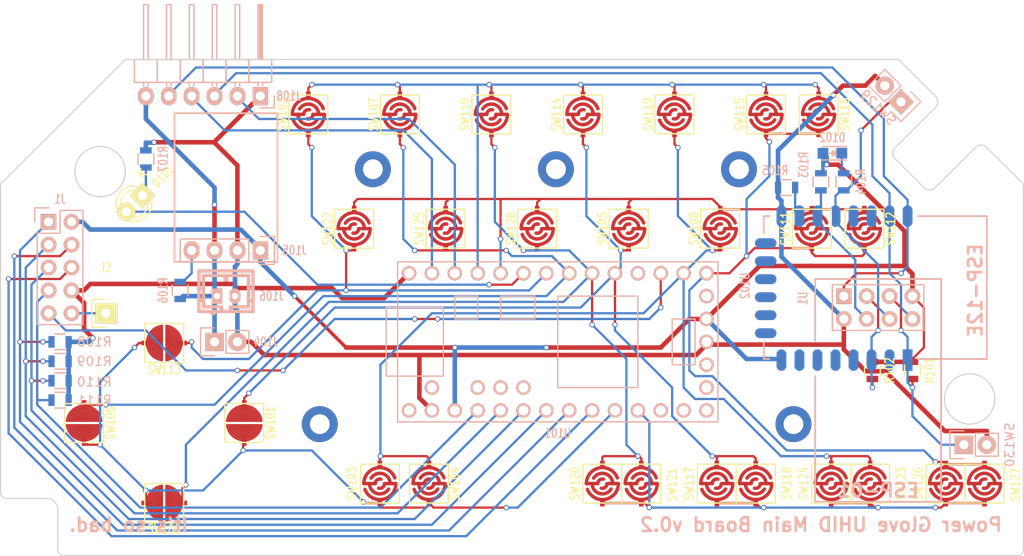
<source format=kicad_pcb>
(kicad_pcb (version 20171130) (host pcbnew "(5.1.12)-1")

  (general
    (thickness 1.6)
    (drawings 45)
    (tracks 535)
    (zones 0)
    (modules 57)
    (nets 60)
  )

  (page USLetter)
  (title_block
    (title "Power Glove UHID Main Board")
    (date 2016-03-24)
    (rev 0.1)
  )

  (layers
    (0 Top signal)
    (31 Bottom signal)
    (32 B.Adhes user hide)
    (33 F.Adhes user hide)
    (34 B.Paste user hide)
    (35 F.Paste user hide)
    (36 B.SilkS user hide)
    (37 F.SilkS user hide)
    (38 B.Mask user hide)
    (39 F.Mask user hide)
    (40 Dwgs.User user hide)
    (41 Cmts.User user hide)
    (42 Eco1.User user hide)
    (43 Eco2.User user)
    (44 Edge.Cuts user)
    (45 Margin user)
    (46 B.CrtYd user)
    (47 F.CrtYd user)
    (48 B.Fab user)
    (49 F.Fab user)
  )

  (setup
    (last_trace_width 0.254)
    (user_trace_width 0.254)
    (user_trace_width 0.381)
    (user_trace_width 0.508)
    (user_trace_width 1.016)
    (trace_clearance 0.2032)
    (zone_clearance 0.3048)
    (zone_45_only yes)
    (trace_min 0.2)
    (via_size 0.6)
    (via_drill 0.4)
    (via_min_size 0.4)
    (via_min_drill 0.3)
    (uvia_size 0.3)
    (uvia_drill 0.1)
    (uvias_allowed no)
    (uvia_min_size 0.2)
    (uvia_min_drill 0.1)
    (edge_width 0.127)
    (segment_width 0.2)
    (pcb_text_width 0.3)
    (pcb_text_size 1.5 1.5)
    (mod_edge_width 0.15)
    (mod_text_size 0.75 1)
    (mod_text_width 0.15)
    (pad_size 2.3 2.3)
    (pad_drill 2.3)
    (pad_to_mask_clearance 0.2)
    (aux_axis_origin 0 0)
    (grid_origin 203.2 101.6)
    (visible_elements 7FFFFFFF)
    (pcbplotparams
      (layerselection 0x010fc_80000001)
      (usegerberextensions true)
      (usegerberattributes true)
      (usegerberadvancedattributes true)
      (creategerberjobfile true)
      (excludeedgelayer true)
      (linewidth 0.100000)
      (plotframeref false)
      (viasonmask false)
      (mode 1)
      (useauxorigin false)
      (hpglpennumber 1)
      (hpglpenspeed 20)
      (hpglpendiameter 15.000000)
      (psnegative false)
      (psa4output false)
      (plotreference true)
      (plotvalue false)
      (plotinvisibletext false)
      (padsonsilk false)
      (subtractmaskfromsilk false)
      (outputformat 1)
      (mirror false)
      (drillshape 0)
      (scaleselection 1)
      (outputdirectory "gerbers/main_board/"))
  )

  (net 0 "")
  (net 1 GND)
  (net 2 +3.3V)
  (net 3 /ESP_TX)
  (net 4 /ESP_RX)
  (net 5 +BATT)
  (net 6 /FLEX1)
  (net 7 /FLEX2)
  (net 8 /I2C_SCL)
  (net 9 /FLEX3)
  (net 10 /I2C_SDA)
  (net 11 /FLEX4)
  (net 12 /KM_ROW1)
  (net 13 /KM_COL1)
  (net 14 /KM_ROW2)
  (net 15 /KM_ROW3)
  (net 16 /KM_COL2)
  (net 17 /KM_COL3)
  (net 18 /KM_COL4)
  (net 19 /KM_COL5)
  (net 20 /KM_COL6)
  (net 21 "Net-(D101-Pad1)")
  (net 22 "Net-(J105-Pad4)")
  (net 23 "Net-(U101-Pad15)")
  (net 24 "Net-(U101-Pad18)")
  (net 25 "Net-(U101-Pad19)")
  (net 26 "Net-(U101-Pad20)")
  (net 27 "Net-(U101-Pad21)")
  (net 28 "Net-(U101-Pad22)")
  (net 29 "Net-(D102-Pad1)")
  (net 30 "Net-(U102-Pad9)")
  (net 31 "Net-(U102-Pad10)")
  (net 32 "Net-(U102-Pad11)")
  (net 33 "Net-(U102-Pad12)")
  (net 34 "Net-(U102-Pad13)")
  (net 35 "Net-(U102-Pad14)")
  (net 36 "Net-(U102-Pad2)")
  (net 37 "Net-(U102-Pad4)")
  (net 38 "Net-(U102-Pad5)")
  (net 39 "Net-(U102-Pad6)")
  (net 40 "Net-(U102-Pad7)")
  (net 41 "Net-(U102-Pad19)")
  (net 42 "Net-(U102-Pad20)")
  (net 43 /KM_ROW4)
  (net 44 "Net-(U101-Pad33)")
  (net 45 "Net-(U101-Pad34)")
  (net 46 "Net-(U101-Pad35)")
  (net 47 "Net-(U101-Pad36)")
  (net 48 "Net-(U101-Pad37)")
  (net 49 /STATUS_LED)
  (net 50 /TEENSY_RX)
  (net 51 /TEENSY_TX)
  (net 52 "Net-(U101-Pad11)")
  (net 53 /BUZZER)
  (net 54 "Net-(J1-Pad10)")
  (net 55 /ESP_RESET)
  (net 56 /ESP_EN)
  (net 57 /ESP_GPIO2)
  (net 58 /ESP_GPIO0)
  (net 59 /ESP_GPIO15)

  (net_class Default "This is the default net class."
    (clearance 0.2032)
    (trace_width 0.254)
    (via_dia 0.6)
    (via_drill 0.4)
    (uvia_dia 0.3)
    (uvia_drill 0.1)
    (add_net /BUZZER)
    (add_net /ESP_EN)
    (add_net /ESP_GPIO0)
    (add_net /ESP_GPIO15)
    (add_net /ESP_GPIO2)
    (add_net /ESP_RESET)
    (add_net /ESP_RX)
    (add_net /ESP_TX)
    (add_net /FLEX1)
    (add_net /FLEX2)
    (add_net /FLEX3)
    (add_net /FLEX4)
    (add_net /I2C_SCL)
    (add_net /I2C_SDA)
    (add_net /KM_COL1)
    (add_net /KM_COL2)
    (add_net /KM_COL3)
    (add_net /KM_COL4)
    (add_net /KM_COL5)
    (add_net /KM_COL6)
    (add_net /KM_ROW1)
    (add_net /KM_ROW2)
    (add_net /KM_ROW3)
    (add_net /KM_ROW4)
    (add_net /STATUS_LED)
    (add_net /TEENSY_RX)
    (add_net /TEENSY_TX)
    (add_net "Net-(D101-Pad1)")
    (add_net "Net-(D102-Pad1)")
    (add_net "Net-(J1-Pad10)")
    (add_net "Net-(J105-Pad4)")
    (add_net "Net-(U101-Pad11)")
    (add_net "Net-(U101-Pad15)")
    (add_net "Net-(U101-Pad18)")
    (add_net "Net-(U101-Pad19)")
    (add_net "Net-(U101-Pad20)")
    (add_net "Net-(U101-Pad21)")
    (add_net "Net-(U101-Pad22)")
    (add_net "Net-(U101-Pad33)")
    (add_net "Net-(U101-Pad34)")
    (add_net "Net-(U101-Pad35)")
    (add_net "Net-(U101-Pad36)")
    (add_net "Net-(U101-Pad37)")
    (add_net "Net-(U102-Pad10)")
    (add_net "Net-(U102-Pad11)")
    (add_net "Net-(U102-Pad12)")
    (add_net "Net-(U102-Pad13)")
    (add_net "Net-(U102-Pad14)")
    (add_net "Net-(U102-Pad19)")
    (add_net "Net-(U102-Pad2)")
    (add_net "Net-(U102-Pad20)")
    (add_net "Net-(U102-Pad4)")
    (add_net "Net-(U102-Pad5)")
    (add_net "Net-(U102-Pad6)")
    (add_net "Net-(U102-Pad7)")
    (add_net "Net-(U102-Pad9)")
  )

  (net_class Power ""
    (clearance 0.254)
    (trace_width 0.508)
    (via_dia 0.6)
    (via_drill 0.4)
    (uvia_dia 0.3)
    (uvia_drill 0.1)
    (add_net +3.3V)
    (add_net +BATT)
    (add_net GND)
  )

  (module ESP8266:ESP-01 (layer Bottom) (tedit 553C10FF) (tstamp 56EF7636)
    (at 189.23 90.17 270)
    (descr "Module, ESP-8266, ESP-01, 8 pin")
    (tags "Module ESP-8266 ESP8266")
    (path /56EF8259)
    (fp_text reference U1 (at 0.254 4.572 270) (layer B.SilkS)
      (effects (font (size 1 0.75) (thickness 0.15)) (justify mirror))
    )
    (fp_text value ESP-01v090 (at 12.192 -3.556 270) (layer B.Fab)
      (effects (font (size 1 1) (thickness 0.15)) (justify mirror))
    )
    (fp_line (start 3.81 1.27) (end 1.27 1.27) (layer B.SilkS) (width 0.1524))
    (fp_line (start 3.81 -8.89) (end 3.81 1.27) (layer B.SilkS) (width 0.1524))
    (fp_line (start -1.27 -8.89) (end 3.81 -8.89) (layer B.SilkS) (width 0.1524))
    (fp_line (start -1.27 -1.27) (end -1.27 -8.89) (layer B.SilkS) (width 0.1524))
    (fp_line (start -1.75 -9.4) (end 4.3 -9.4) (layer B.CrtYd) (width 0.05))
    (fp_line (start -1.75 1.75) (end 4.3 1.75) (layer B.CrtYd) (width 0.05))
    (fp_line (start 4.3 1.75) (end 4.3 -9.4) (layer B.CrtYd) (width 0.05))
    (fp_line (start -1.75 1.75) (end -1.75 -9.4) (layer B.CrtYd) (width 0.05))
    (fp_line (start -1.27 1.27) (end -1.27 -1.27) (layer B.SilkS) (width 0.1524))
    (fp_line (start 1.27 1.27) (end -1.27 1.27) (layer B.SilkS) (width 0.1524))
    (fp_line (start -1.778 -10.922) (end -1.778 3.302) (layer B.Fab) (width 0.1524))
    (fp_line (start 22.86 -10.922) (end -1.778 -10.922) (layer B.Fab) (width 0.1524))
    (fp_line (start 22.86 3.302) (end 22.86 -10.922) (layer B.Fab) (width 0.1524))
    (fp_line (start -1.778 3.302) (end 22.86 3.302) (layer B.Fab) (width 0.1524))
    (pad 1 thru_hole rect (at 0 0 270) (size 1.7272 1.7272) (drill 1.016) (layers *.Cu *.Mask B.SilkS)
      (net 3 /ESP_TX))
    (pad 2 thru_hole oval (at 2.54 0 270) (size 1.7272 1.7272) (drill 1.016) (layers *.Cu *.Mask B.SilkS)
      (net 1 GND))
    (pad 3 thru_hole oval (at 0 -2.54 270) (size 1.7272 1.7272) (drill 1.016) (layers *.Cu *.Mask B.SilkS)
      (net 56 /ESP_EN))
    (pad 4 thru_hole oval (at 2.54 -2.54 270) (size 1.7272 1.7272) (drill 1.016) (layers *.Cu *.Mask B.SilkS)
      (net 57 /ESP_GPIO2))
    (pad 5 thru_hole oval (at 0 -5.08 270) (size 1.7272 1.7272) (drill 1.016) (layers *.Cu *.Mask B.SilkS)
      (net 55 /ESP_RESET))
    (pad 6 thru_hole oval (at 2.54 -5.08 270) (size 1.7272 1.7272) (drill 1.016) (layers *.Cu *.Mask B.SilkS)
      (net 58 /ESP_GPIO0))
    (pad 7 thru_hole oval (at 0 -7.62 270) (size 1.7272 1.7272) (drill 1.016) (layers *.Cu *.Mask B.SilkS)
      (net 2 +3.3V))
    (pad 8 thru_hole oval (at 2.54 -7.62 270) (size 1.7272 1.7272) (drill 1.016) (layers *.Cu *.Mask B.SilkS)
      (net 4 /ESP_RX))
  )

  (module ESP8266:ESP-12E (layer Bottom) (tedit 559F8D21) (tstamp 0)
    (at 196.31 97.28 90)
    (descr "Module, ESP-8266, ESP-12, 16 pad, SMD")
    (tags "Module ESP-8266 ESP8266")
    (path /56E11AB7)
    (fp_text reference U102 (at 8.255 -18.065 90) (layer B.SilkS)
      (effects (font (size 1 0.75) (thickness 0.15)) (justify mirror))
    )
    (fp_text value ESP-12E (at 8 -1 90) (layer B.Fab)
      (effects (font (size 1 1) (thickness 0.15)) (justify mirror))
    )
    (fp_line (start 0 8.4) (end 16 8.4) (layer B.Fab) (width 0.1524))
    (fp_line (start 0 -15.6) (end 0 8.4) (layer B.Fab) (width 0.1524))
    (fp_line (start 16 -15.6) (end 0 -15.6) (layer B.Fab) (width 0.1524))
    (fp_line (start 16 8.4) (end 16 -15.6) (layer B.Fab) (width 0.1524))
    (fp_line (start 16 8.4) (end 0 8.4) (layer B.CrtYd) (width 0.1524))
    (fp_line (start 16 2.6) (end 16 8.4) (layer B.CrtYd) (width 0.1524))
    (fp_line (start 0 2.6) (end 16 2.6) (layer B.CrtYd) (width 0.1524))
    (fp_line (start 0 8.4) (end 0 2.6) (layer B.CrtYd) (width 0.1524))
    (fp_line (start 0 8.4) (end 16 2.6) (layer B.CrtYd) (width 0.1524))
    (fp_line (start 16 8.4) (end 0 2.6) (layer B.CrtYd) (width 0.1524))
    (fp_text user "No Copper" (at 7.9 5.4 90) (layer B.CrtYd)
      (effects (font (size 1 1) (thickness 0.15)) (justify mirror))
    )
    (pad 9 smd oval (at 2.99 -15.75) (size 2.4 1.1) (layers Bottom B.Paste B.Mask)
      (net 30 "Net-(U102-Pad9)"))
    (pad 10 smd oval (at 4.99 -15.75) (size 2.4 1.1) (layers Bottom B.Paste B.Mask)
      (net 31 "Net-(U102-Pad10)"))
    (pad 11 smd oval (at 6.99 -15.75) (size 2.4 1.1) (layers Bottom B.Paste B.Mask)
      (net 32 "Net-(U102-Pad11)"))
    (pad 12 smd oval (at 8.99 -15.75) (size 2.4 1.1) (layers Bottom B.Paste B.Mask)
      (net 33 "Net-(U102-Pad12)"))
    (pad 13 smd oval (at 10.99 -15.75) (size 2.4 1.1) (layers Bottom B.Paste B.Mask)
      (net 34 "Net-(U102-Pad13)"))
    (pad 14 smd oval (at 12.99 -15.75) (size 2.4 1.1) (layers Bottom B.Paste B.Mask)
      (net 35 "Net-(U102-Pad14)"))
    (pad 1 smd rect (at 0 0 90) (size 2.4 1.1) (layers Bottom B.Paste B.Mask)
      (net 55 /ESP_RESET))
    (pad 2 smd oval (at 0 -2 90) (size 2.4 1.1) (layers Bottom B.Paste B.Mask)
      (net 36 "Net-(U102-Pad2)"))
    (pad 3 smd oval (at 0 -4 90) (size 2.4 1.1) (layers Bottom B.Paste B.Mask)
      (net 56 /ESP_EN))
    (pad 4 smd oval (at 0 -6 90) (size 2.4 1.1) (layers Bottom B.Paste B.Mask)
      (net 37 "Net-(U102-Pad4)"))
    (pad 5 smd oval (at 0 -8 90) (size 2.4 1.1) (layers Bottom B.Paste B.Mask)
      (net 38 "Net-(U102-Pad5)"))
    (pad 6 smd oval (at 0 -10 90) (size 2.4 1.1) (layers Bottom B.Paste B.Mask)
      (net 39 "Net-(U102-Pad6)"))
    (pad 7 smd oval (at 0 -12 90) (size 2.4 1.1) (layers Bottom B.Paste B.Mask)
      (net 40 "Net-(U102-Pad7)"))
    (pad 8 smd oval (at 0 -14 90) (size 2.4 1.1) (layers Bottom B.Paste B.Mask)
      (net 2 +3.3V))
    (pad 15 smd oval (at 16 -14 90) (size 2.4 1.1) (layers Bottom B.Paste B.Mask)
      (net 1 GND))
    (pad 16 smd oval (at 16 -12 90) (size 2.4 1.1) (layers Bottom B.Paste B.Mask)
      (net 59 /ESP_GPIO15))
    (pad 17 smd oval (at 16 -10 90) (size 2.4 1.1) (layers Bottom B.Paste B.Mask)
      (net 57 /ESP_GPIO2))
    (pad 18 smd oval (at 16 -8 90) (size 2.4 1.1) (layers Bottom B.Paste B.Mask)
      (net 58 /ESP_GPIO0))
    (pad 19 smd oval (at 16 -6 90) (size 2.4 1.1) (layers Bottom B.Paste B.Mask)
      (net 41 "Net-(U102-Pad19)"))
    (pad 20 smd oval (at 16 -4 90) (size 2.4 1.1) (layers Bottom B.Paste B.Mask)
      (net 42 "Net-(U102-Pad20)"))
    (pad 21 smd oval (at 16 -2 90) (size 2.4 1.1) (layers Bottom B.Paste B.Mask)
      (net 4 /ESP_RX))
    (pad 22 smd oval (at 16 0 90) (size 2.4 1.1) (layers Bottom B.Paste B.Mask)
      (net 3 /ESP_TX))
    (model C:/Users/Nolan/Dropbox/Kicad/models/ESP8266.3dshapes/ESP-12.wrl
      (offset (xyz 1.015999984741211 0 0))
      (scale (xyz 0.39 0.39 0.39))
      (rotate (xyz 0 0 0))
    )
  )

  (module Teensy:Teensy3.x_LC (layer Bottom) (tedit 55FF36AE) (tstamp 56E513E4)
    (at 157.48 95.25)
    (path /56E50DDC)
    (fp_text reference U101 (at 0 10.16) (layer B.SilkS)
      (effects (font (size 1 0.75) (thickness 0.15)) (justify mirror))
    )
    (fp_text value Teensy-LC (at 0 -10.16) (layer B.Fab)
      (effects (font (size 1 1) (thickness 0.15)) (justify mirror))
    )
    (fp_line (start -17.78 -8.89) (end -17.78 8.89) (layer B.SilkS) (width 0.15))
    (fp_line (start 17.78 -8.89) (end -17.78 -8.89) (layer B.SilkS) (width 0.15))
    (fp_line (start 17.78 8.89) (end 17.78 -8.89) (layer B.SilkS) (width 0.15))
    (fp_line (start -17.78 8.89) (end 17.78 8.89) (layer B.SilkS) (width 0.15))
    (fp_line (start 8.89 -5.08) (end 0 -5.08) (layer B.SilkS) (width 0.15))
    (fp_line (start 8.89 5.08) (end 0 5.08) (layer B.SilkS) (width 0.15))
    (fp_line (start 0 5.08) (end 0 -5.08) (layer B.SilkS) (width 0.15))
    (fp_line (start 8.89 -5.08) (end 8.89 5.08) (layer B.SilkS) (width 0.15))
    (fp_line (start 12.7 2.54) (end 15.24 2.54) (layer B.SilkS) (width 0.15))
    (fp_line (start 12.7 -2.54) (end 12.7 2.54) (layer B.SilkS) (width 0.15))
    (fp_line (start 15.24 -2.54) (end 12.7 -2.54) (layer B.SilkS) (width 0.15))
    (fp_line (start 15.24 2.54) (end 15.24 -2.54) (layer B.SilkS) (width 0.15))
    (fp_line (start -11.43 -2.54) (end -11.43 -5.08) (layer B.SilkS) (width 0.15))
    (fp_line (start -8.89 -2.54) (end -11.43 -2.54) (layer B.SilkS) (width 0.15))
    (fp_line (start -8.89 -5.08) (end -8.89 -2.54) (layer B.SilkS) (width 0.15))
    (fp_line (start -11.43 -5.08) (end -8.89 -5.08) (layer B.SilkS) (width 0.15))
    (fp_line (start -12.7 -3.81) (end -17.78 -3.81) (layer B.SilkS) (width 0.15))
    (fp_line (start -12.7 3.81) (end -17.78 3.81) (layer B.SilkS) (width 0.15))
    (fp_line (start -12.7 -3.81) (end -12.7 3.81) (layer B.SilkS) (width 0.15))
    (fp_line (start -6.35 -2.54) (end -6.35 -5.08) (layer B.SilkS) (width 0.15))
    (fp_line (start -2.54 -2.54) (end -6.35 -2.54) (layer B.SilkS) (width 0.15))
    (fp_line (start -2.54 -5.08) (end -2.54 -2.54) (layer B.SilkS) (width 0.15))
    (fp_line (start -6.35 -5.08) (end -2.54 -5.08) (layer B.SilkS) (width 0.15))
    (fp_line (start -19.05 3.81) (end -17.78 3.81) (layer B.SilkS) (width 0.15))
    (fp_line (start -19.05 -3.81) (end -19.05 3.81) (layer B.SilkS) (width 0.15))
    (fp_line (start -17.78 -3.81) (end -19.05 -3.81) (layer B.SilkS) (width 0.15))
    (pad 17 thru_hole circle (at 16.51 0) (size 1.6 1.6) (drill 1.1) (layers *.Cu *.Mask B.SilkS)
      (net 1 GND))
    (pad 18 thru_hole circle (at 16.51 2.54) (size 1.6 1.6) (drill 1.1) (layers *.Cu *.Mask B.SilkS)
      (net 24 "Net-(U101-Pad18)"))
    (pad 19 thru_hole circle (at 16.51 5.08) (size 1.6 1.6) (drill 1.1) (layers *.Cu *.Mask B.SilkS)
      (net 25 "Net-(U101-Pad19)"))
    (pad 20 thru_hole circle (at 16.51 7.62) (size 1.6 1.6) (drill 1.1) (layers *.Cu *.Mask B.SilkS)
      (net 26 "Net-(U101-Pad20)"))
    (pad 16 thru_hole circle (at 16.51 -2.54) (size 1.6 1.6) (drill 1.1) (layers *.Cu *.Mask B.SilkS)
      (net 2 +3.3V))
    (pad 15 thru_hole circle (at 16.51 -5.08) (size 1.6 1.6) (drill 1.1) (layers *.Cu *.Mask B.SilkS)
      (net 23 "Net-(U101-Pad15)"))
    (pad 14 thru_hole circle (at 16.51 -7.62) (size 1.6 1.6) (drill 1.1) (layers *.Cu *.Mask B.SilkS)
      (net 20 /KM_COL6))
    (pad 21 thru_hole circle (at 13.97 7.62) (size 1.6 1.6) (drill 1.1) (layers *.Cu *.Mask B.SilkS)
      (net 27 "Net-(U101-Pad21)"))
    (pad 22 thru_hole circle (at 11.43 7.62) (size 1.6 1.6) (drill 1.1) (layers *.Cu *.Mask B.SilkS)
      (net 28 "Net-(U101-Pad22)"))
    (pad 23 thru_hole circle (at 8.89 7.62) (size 1.6 1.6) (drill 1.1) (layers *.Cu *.Mask B.SilkS)
      (net 43 /KM_ROW4))
    (pad 24 thru_hole circle (at 6.35 7.62) (size 1.6 1.6) (drill 1.1) (layers *.Cu *.Mask B.SilkS)
      (net 15 /KM_ROW3))
    (pad 25 thru_hole circle (at 3.81 7.62) (size 1.6 1.6) (drill 1.1) (layers *.Cu *.Mask B.SilkS)
      (net 10 /I2C_SDA))
    (pad 26 thru_hole circle (at 1.27 7.62) (size 1.6 1.6) (drill 1.1) (layers *.Cu *.Mask B.SilkS)
      (net 8 /I2C_SCL))
    (pad 27 thru_hole circle (at -1.27 7.62) (size 1.6 1.6) (drill 1.1) (layers *.Cu *.Mask B.SilkS)
      (net 6 /FLEX1))
    (pad 28 thru_hole circle (at -3.81 7.62) (size 1.6 1.6) (drill 1.1) (layers *.Cu *.Mask B.SilkS)
      (net 7 /FLEX2))
    (pad 29 thru_hole circle (at -6.35 7.62) (size 1.6 1.6) (drill 1.1) (layers *.Cu *.Mask B.SilkS)
      (net 9 /FLEX3))
    (pad 30 thru_hole circle (at -8.89 7.62) (size 1.6 1.6) (drill 1.1) (layers *.Cu *.Mask B.SilkS)
      (net 11 /FLEX4))
    (pad 31 thru_hole circle (at -11.43 7.62) (size 1.6 1.6) (drill 1.1) (layers *.Cu *.Mask B.SilkS)
      (net 2 +3.3V))
    (pad 32 thru_hole circle (at -13.97 7.62) (size 1.6 1.6) (drill 1.1) (layers *.Cu *.Mask B.SilkS)
      (net 1 GND))
    (pad 33 thru_hole circle (at -16.51 7.62) (size 1.6 1.6) (drill 1.1) (layers *.Cu *.Mask B.SilkS)
      (net 44 "Net-(U101-Pad33)"))
    (pad 34 thru_hole circle (at -13.97 5.08) (size 1.6 1.6) (drill 1.1) (layers *.Cu *.Mask B.SilkS)
      (net 45 "Net-(U101-Pad34)"))
    (pad 35 thru_hole circle (at -8.89 5.08) (size 1.6 1.6) (drill 1.1) (layers *.Cu *.Mask B.SilkS)
      (net 46 "Net-(U101-Pad35)"))
    (pad 36 thru_hole circle (at -6.35 5.08) (size 1.6 1.6) (drill 1.1) (layers *.Cu *.Mask B.SilkS)
      (net 47 "Net-(U101-Pad36)"))
    (pad 37 thru_hole circle (at -3.81 5.08) (size 1.6 1.6) (drill 1.1) (layers *.Cu *.Mask B.SilkS)
      (net 48 "Net-(U101-Pad37)"))
    (pad 13 thru_hole circle (at 13.97 -7.62) (size 1.6 1.6) (drill 1.1) (layers *.Cu *.Mask B.SilkS)
      (net 19 /KM_COL5))
    (pad 12 thru_hole circle (at 11.43 -7.62) (size 1.6 1.6) (drill 1.1) (layers *.Cu *.Mask B.SilkS)
      (net 53 /BUZZER))
    (pad 11 thru_hole circle (at 8.89 -7.62) (size 1.6 1.6) (drill 1.1) (layers *.Cu *.Mask B.SilkS)
      (net 52 "Net-(U101-Pad11)"))
    (pad 10 thru_hole circle (at 6.35 -7.62) (size 1.6 1.6) (drill 1.1) (layers *.Cu *.Mask B.SilkS)
      (net 18 /KM_COL4))
    (pad 9 thru_hole circle (at 3.81 -7.62) (size 1.6 1.6) (drill 1.1) (layers *.Cu *.Mask B.SilkS)
      (net 17 /KM_COL3))
    (pad 8 thru_hole circle (at 1.27 -7.62) (size 1.6 1.6) (drill 1.1) (layers *.Cu *.Mask B.SilkS)
      (net 16 /KM_COL2))
    (pad 7 thru_hole circle (at -1.27 -7.62) (size 1.6 1.6) (drill 1.1) (layers *.Cu *.Mask B.SilkS)
      (net 13 /KM_COL1))
    (pad 6 thru_hole circle (at -3.81 -7.62) (size 1.6 1.6) (drill 1.1) (layers *.Cu *.Mask B.SilkS)
      (net 49 /STATUS_LED))
    (pad 5 thru_hole circle (at -6.35 -7.62) (size 1.6 1.6) (drill 1.1) (layers *.Cu *.Mask B.SilkS)
      (net 14 /KM_ROW2))
    (pad 4 thru_hole circle (at -8.89 -7.62) (size 1.6 1.6) (drill 1.1) (layers *.Cu *.Mask B.SilkS)
      (net 12 /KM_ROW1))
    (pad 3 thru_hole circle (at -11.43 -7.62) (size 1.6 1.6) (drill 1.1) (layers *.Cu *.Mask B.SilkS)
      (net 51 /TEENSY_TX))
    (pad 2 thru_hole circle (at -13.97 -7.62) (size 1.6 1.6) (drill 1.1) (layers *.Cu *.Mask B.SilkS)
      (net 50 /TEENSY_RX))
    (pad 1 thru_hole circle (at -16.51 -7.62) (size 1.6 1.6) (drill 1.1) (layers *.Cu *.Mask B.SilkS)
      (net 1 GND))
    (model C:/Users/Nolan/Downloads/Teensy-3.1.wrl
      (at (xyz 0 0 0))
      (scale (xyz 10 10 10))
      (rotate (xyz 0 0 0))
    )
  )

  (module Socket_Strips:Socket_Strip_Straight_1x04 (layer Bottom) (tedit 0) (tstamp 0)
    (at 124.46 85.09 180)
    (descr "Through hole socket strip")
    (tags "socket strip")
    (path /56E120F3)
    (fp_text reference J105 (at -3.81 0 180) (layer B.SilkS)
      (effects (font (size 1 0.75) (thickness 0.15)) (justify mirror))
    )
    (fp_text value HEADER_4 (at 0 3.1 180) (layer B.Fab)
      (effects (font (size 1 1) (thickness 0.15)) (justify mirror))
    )
    (fp_line (start -1.55 1.55) (end -1.55 -1.55) (layer B.SilkS) (width 0.15))
    (fp_line (start 0 1.55) (end -1.55 1.55) (layer B.SilkS) (width 0.15))
    (fp_line (start 1.27 -1.27) (end 1.27 1.27) (layer B.SilkS) (width 0.15))
    (fp_line (start 8.89 1.27) (end 8.89 -1.27) (layer B.SilkS) (width 0.15))
    (fp_line (start -1.55 -1.55) (end 0 -1.55) (layer B.SilkS) (width 0.15))
    (fp_line (start 1.27 -1.27) (end 8.89 -1.27) (layer B.SilkS) (width 0.15))
    (fp_line (start 1.27 1.27) (end 8.89 1.27) (layer B.SilkS) (width 0.15))
    (fp_line (start -1.75 -1.75) (end 9.4 -1.75) (layer B.CrtYd) (width 0.05))
    (fp_line (start -1.75 1.75) (end 9.4 1.75) (layer B.CrtYd) (width 0.05))
    (fp_line (start 9.4 1.75) (end 9.4 -1.75) (layer B.CrtYd) (width 0.05))
    (fp_line (start -1.75 1.75) (end -1.75 -1.75) (layer B.CrtYd) (width 0.05))
    (pad 1 thru_hole rect (at 0 0 180) (size 1.7272 2.032) (drill 1.016) (layers *.Cu *.Mask B.SilkS)
      (net 2 +3.3V))
    (pad 2 thru_hole oval (at 2.54 0 180) (size 1.7272 2.032) (drill 1.016) (layers *.Cu *.Mask B.SilkS)
      (net 1 GND))
    (pad 3 thru_hole oval (at 5.08 0 180) (size 1.7272 2.032) (drill 1.016) (layers *.Cu *.Mask B.SilkS)
      (net 5 +BATT))
    (pad 4 thru_hole oval (at 7.62 0 180) (size 1.7272 2.032) (drill 1.016) (layers *.Cu *.Mask B.SilkS)
      (net 22 "Net-(J105-Pad4)"))
  )

  (module Resistors_SMD:R_0805 (layer Bottom) (tedit 5415CDEB) (tstamp 0)
    (at 189.23 77.47 270)
    (descr "Resistor SMD 0805, reflow soldering, Vishay (see dcrcw.pdf)")
    (tags "resistor 0805")
    (path /56E146F6)
    (attr smd)
    (fp_text reference R104 (at 0 -1.905 270) (layer B.SilkS)
      (effects (font (size 1 0.75) (thickness 0.15)) (justify mirror))
    )
    (fp_text value 1k (at 0 -2.1 270) (layer B.Fab)
      (effects (font (size 1 1) (thickness 0.15)) (justify mirror))
    )
    (fp_line (start -0.6 0.875) (end 0.6 0.875) (layer B.SilkS) (width 0.15))
    (fp_line (start 0.6 -0.875) (end -0.6 -0.875) (layer B.SilkS) (width 0.15))
    (fp_line (start 1.6 1) (end 1.6 -1) (layer B.CrtYd) (width 0.05))
    (fp_line (start -1.6 1) (end -1.6 -1) (layer B.CrtYd) (width 0.05))
    (fp_line (start -1.6 -1) (end 1.6 -1) (layer B.CrtYd) (width 0.05))
    (fp_line (start -1.6 1) (end 1.6 1) (layer B.CrtYd) (width 0.05))
    (pad 1 smd rect (at -0.95 0 270) (size 0.7 1.3) (layers Bottom B.Paste B.Mask)
      (net 29 "Net-(D102-Pad1)"))
    (pad 2 smd rect (at 0.95 0 270) (size 0.7 1.3) (layers Bottom B.Paste B.Mask)
      (net 58 /ESP_GPIO0))
    (model Resistors_SMD.3dshapes/R_0805.wrl
      (at (xyz 0 0 0))
      (scale (xyz 1 1 1))
      (rotate (xyz 0 0 0))
    )
  )

  (module Resistors_SMD:R_0805 (layer Top) (tedit 56EF876E) (tstamp 0)
    (at 192.405 98.425 270)
    (descr "Resistor SMD 0805, reflow soldering, Vishay (see dcrcw.pdf)")
    (tags "resistor 0805")
    (path /56E13ACF)
    (attr smd)
    (fp_text reference R102 (at 0 -1.905 270) (layer F.SilkS)
      (effects (font (size 1 0.75) (thickness 0.15)))
    )
    (fp_text value 10k (at 0 2.1 270) (layer F.Fab)
      (effects (font (size 1 1) (thickness 0.15)))
    )
    (fp_line (start -0.6 -0.875) (end 0.6 -0.875) (layer F.SilkS) (width 0.15))
    (fp_line (start 0.6 0.875) (end -0.6 0.875) (layer F.SilkS) (width 0.15))
    (fp_line (start 1.6 -1) (end 1.6 1) (layer F.CrtYd) (width 0.05))
    (fp_line (start -1.6 -1) (end -1.6 1) (layer F.CrtYd) (width 0.05))
    (fp_line (start -1.6 1) (end 1.6 1) (layer F.CrtYd) (width 0.05))
    (fp_line (start -1.6 -1) (end 1.6 -1) (layer F.CrtYd) (width 0.05))
    (pad 1 smd rect (at -0.95 0 270) (size 0.7 1.3) (layers Top F.Paste F.Mask)
      (net 2 +3.3V))
    (pad 2 smd rect (at 0.95 0 270) (size 0.7 1.3) (layers Top F.Paste F.Mask)
      (net 56 /ESP_EN))
    (model Resistors_SMD.3dshapes/R_0805.wrl
      (at (xyz 0 0 0))
      (scale (xyz 1 1 1))
      (rotate (xyz 0 0 0))
    )
  )

  (module LEDs:LED-3MM (layer Top) (tedit 559B82F6) (tstamp 56E130D2)
    (at 111.379 78.994 225)
    (descr "LED 3mm round vertical")
    (tags "LED  3mm round vertical")
    (path /56E4F71B)
    (fp_text reference D101 (at -3.14309 -0.089803 225) (layer F.SilkS)
      (effects (font (size 1 0.75) (thickness 0.15)))
    )
    (fp_text value RED (at 1.3 -2.9 225) (layer F.Fab)
      (effects (font (size 1 1) (thickness 0.15)))
    )
    (fp_line (start -0.199 -1.28) (end -0.199 -1.1) (layer F.SilkS) (width 0.15))
    (fp_line (start -0.199 1.314) (end -0.199 1.114) (layer F.SilkS) (width 0.15))
    (fp_line (start -1.2 -2.2) (end -1.2 2.3) (layer F.CrtYd) (width 0.05))
    (fp_line (start 3.8 -2.2) (end -1.2 -2.2) (layer F.CrtYd) (width 0.05))
    (fp_line (start 3.8 2.3) (end 3.8 -2.2) (layer F.CrtYd) (width 0.05))
    (fp_line (start -1.2 2.3) (end 3.8 2.3) (layer F.CrtYd) (width 0.05))
    (fp_text user K (at -1.69 1.74 225) (layer F.SilkS)
      (effects (font (size 1 1) (thickness 0.15)))
    )
    (fp_arc (start 1.301 0.034) (end -0.199 -1.286) (angle 108.5) (layer F.SilkS) (width 0.15))
    (fp_arc (start 1.301 0.034) (end 0.25 -1.1) (angle 85.7) (layer F.SilkS) (width 0.15))
    (fp_arc (start 1.311 0.034) (end 3.051 0.994) (angle 110) (layer F.SilkS) (width 0.15))
    (fp_arc (start 1.301 0.034) (end 2.335 1.094) (angle 87.5) (layer F.SilkS) (width 0.15))
    (pad 1 thru_hole rect (at 0 0 315) (size 2 2) (drill 1.00076) (layers *.Cu *.Mask F.SilkS)
      (net 21 "Net-(D101-Pad1)"))
    (pad 2 thru_hole circle (at 2.54 0 225) (size 2 2) (drill 1.00076) (layers *.Cu *.Mask F.SilkS)
      (net 49 /STATUS_LED))
    (model LEDs.3dshapes/LED-3MM.wrl
      (offset (xyz 1.269999980926514 0 0))
      (scale (xyz 1 1 1))
      (rotate (xyz 0 0 90))
    )
  )

  (module Socket_Strips:Socket_Strip_Straight_1x02 (layer Bottom) (tedit 54E9F75E) (tstamp 56E130FE)
    (at 119.38 95.25)
    (descr "Through hole socket strip")
    (tags "socket strip")
    (path /56E128F5)
    (fp_text reference J104 (at 5.715 0 180) (layer B.SilkS)
      (effects (font (size 1 0.75) (thickness 0.15)) (justify mirror))
    )
    (fp_text value HEADER_2 (at 0 3.1) (layer B.Fab)
      (effects (font (size 1 1) (thickness 0.15)) (justify mirror))
    )
    (fp_line (start 3.81 1.27) (end 3.81 -1.27) (layer B.SilkS) (width 0.15))
    (fp_line (start 1.27 1.27) (end 3.81 1.27) (layer B.SilkS) (width 0.15))
    (fp_line (start -1.55 1.55) (end -1.55 -1.55) (layer B.SilkS) (width 0.15))
    (fp_line (start 0 1.55) (end -1.55 1.55) (layer B.SilkS) (width 0.15))
    (fp_line (start 1.27 -1.27) (end 1.27 1.27) (layer B.SilkS) (width 0.15))
    (fp_line (start -1.75 -1.75) (end 4.3 -1.75) (layer B.CrtYd) (width 0.05))
    (fp_line (start -1.75 1.75) (end 4.3 1.75) (layer B.CrtYd) (width 0.05))
    (fp_line (start 4.3 1.75) (end 4.3 -1.75) (layer B.CrtYd) (width 0.05))
    (fp_line (start -1.75 1.75) (end -1.75 -1.75) (layer B.CrtYd) (width 0.05))
    (fp_line (start 3.81 -1.27) (end 1.27 -1.27) (layer B.SilkS) (width 0.15))
    (fp_line (start -1.55 -1.55) (end 0 -1.55) (layer B.SilkS) (width 0.15))
    (pad 1 thru_hole rect (at 0 0) (size 2.032 2.032) (drill 1.016) (layers *.Cu *.Mask B.SilkS)
      (net 5 +BATT))
    (pad 2 thru_hole oval (at 2.54 0) (size 2.032 2.032) (drill 1.016) (layers *.Cu *.Mask B.SilkS)
      (net 1 GND))
  )

  (module Resistors_SMD:R_0805 (layer Top) (tedit 5415CDEB) (tstamp 0)
    (at 196.85 98.425 270)
    (descr "Resistor SMD 0805, reflow soldering, Vishay (see dcrcw.pdf)")
    (tags "resistor 0805")
    (path /56E14502)
    (attr smd)
    (fp_text reference R101 (at 0 -1.905 270) (layer F.SilkS)
      (effects (font (size 1 0.75) (thickness 0.15)))
    )
    (fp_text value 10k (at 0 2.1 270) (layer F.Fab)
      (effects (font (size 1 1) (thickness 0.15)))
    )
    (fp_line (start -0.6 -0.875) (end 0.6 -0.875) (layer F.SilkS) (width 0.15))
    (fp_line (start 0.6 0.875) (end -0.6 0.875) (layer F.SilkS) (width 0.15))
    (fp_line (start 1.6 -1) (end 1.6 1) (layer F.CrtYd) (width 0.05))
    (fp_line (start -1.6 -1) (end -1.6 1) (layer F.CrtYd) (width 0.05))
    (fp_line (start -1.6 1) (end 1.6 1) (layer F.CrtYd) (width 0.05))
    (fp_line (start -1.6 -1) (end 1.6 -1) (layer F.CrtYd) (width 0.05))
    (pad 1 smd rect (at -0.95 0 270) (size 0.7 1.3) (layers Top F.Paste F.Mask)
      (net 2 +3.3V))
    (pad 2 smd rect (at 0.95 0 270) (size 0.7 1.3) (layers Top F.Paste F.Mask)
      (net 55 /ESP_RESET))
    (model Resistors_SMD.3dshapes/R_0805.wrl
      (at (xyz 0 0 0))
      (scale (xyz 1 1 1))
      (rotate (xyz 0 0 0))
    )
  )

  (module Resistors_SMD:R_0805 (layer Bottom) (tedit 5415CDEB) (tstamp 0)
    (at 186.69 77.47 270)
    (descr "Resistor SMD 0805, reflow soldering, Vishay (see dcrcw.pdf)")
    (tags "resistor 0805")
    (path /56E13C59)
    (attr smd)
    (fp_text reference R103 (at -1.905 1.905 270) (layer B.SilkS)
      (effects (font (size 1 0.75) (thickness 0.15)) (justify mirror))
    )
    (fp_text value 10k (at 0 -2.1 270) (layer B.Fab)
      (effects (font (size 1 1) (thickness 0.15)) (justify mirror))
    )
    (fp_line (start -0.6 0.875) (end 0.6 0.875) (layer B.SilkS) (width 0.15))
    (fp_line (start 0.6 -0.875) (end -0.6 -0.875) (layer B.SilkS) (width 0.15))
    (fp_line (start 1.6 1) (end 1.6 -1) (layer B.CrtYd) (width 0.05))
    (fp_line (start -1.6 1) (end -1.6 -1) (layer B.CrtYd) (width 0.05))
    (fp_line (start -1.6 -1) (end 1.6 -1) (layer B.CrtYd) (width 0.05))
    (fp_line (start -1.6 1) (end 1.6 1) (layer B.CrtYd) (width 0.05))
    (pad 1 smd rect (at -0.95 0 270) (size 0.7 1.3) (layers Bottom B.Paste B.Mask)
      (net 2 +3.3V))
    (pad 2 smd rect (at 0.95 0 270) (size 0.7 1.3) (layers Bottom B.Paste B.Mask)
      (net 57 /ESP_GPIO2))
    (model Resistors_SMD.3dshapes/R_0805.wrl
      (at (xyz 0 0 0))
      (scale (xyz 1 1 1))
      (rotate (xyz 0 0 0))
    )
  )

  (module Resistors_SMD:R_0805 (layer Bottom) (tedit 5415CDEB) (tstamp 56E1313E)
    (at 182.88 78.105 180)
    (descr "Resistor SMD 0805, reflow soldering, Vishay (see dcrcw.pdf)")
    (tags "resistor 0805")
    (path /56E14150)
    (attr smd)
    (fp_text reference R105 (at 1.27 1.905 180) (layer B.SilkS)
      (effects (font (size 1 0.75) (thickness 0.15)) (justify mirror))
    )
    (fp_text value 10k (at 0 -2.1 180) (layer B.Fab)
      (effects (font (size 1 1) (thickness 0.15)) (justify mirror))
    )
    (fp_line (start -0.6 0.875) (end 0.6 0.875) (layer B.SilkS) (width 0.15))
    (fp_line (start 0.6 -0.875) (end -0.6 -0.875) (layer B.SilkS) (width 0.15))
    (fp_line (start 1.6 1) (end 1.6 -1) (layer B.CrtYd) (width 0.05))
    (fp_line (start -1.6 1) (end -1.6 -1) (layer B.CrtYd) (width 0.05))
    (fp_line (start -1.6 -1) (end 1.6 -1) (layer B.CrtYd) (width 0.05))
    (fp_line (start -1.6 1) (end 1.6 1) (layer B.CrtYd) (width 0.05))
    (pad 1 smd rect (at -0.95 0 180) (size 0.7 1.3) (layers Bottom B.Paste B.Mask)
      (net 59 /ESP_GPIO15))
    (pad 2 smd rect (at 0.95 0 180) (size 0.7 1.3) (layers Bottom B.Paste B.Mask)
      (net 1 GND))
    (model Resistors_SMD.3dshapes/R_0805.wrl
      (at (xyz 0 0 0))
      (scale (xyz 1 1 1))
      (rotate (xyz 0 0 0))
    )
  )

  (module Resistors_SMD:R_0805 (layer Bottom) (tedit 5415CDEB) (tstamp 0)
    (at 115.57 89.535 90)
    (descr "Resistor SMD 0805, reflow soldering, Vishay (see dcrcw.pdf)")
    (tags "resistor 0805")
    (path /56E15A73)
    (attr smd)
    (fp_text reference R106 (at 0 -1.905 90) (layer B.SilkS)
      (effects (font (size 1 0.75) (thickness 0.15)) (justify mirror))
    )
    (fp_text value 10k (at 0 -2.1 90) (layer B.Fab)
      (effects (font (size 1 1) (thickness 0.15)) (justify mirror))
    )
    (fp_line (start -0.6 0.875) (end 0.6 0.875) (layer B.SilkS) (width 0.15))
    (fp_line (start 0.6 -0.875) (end -0.6 -0.875) (layer B.SilkS) (width 0.15))
    (fp_line (start 1.6 1) (end 1.6 -1) (layer B.CrtYd) (width 0.05))
    (fp_line (start -1.6 1) (end -1.6 -1) (layer B.CrtYd) (width 0.05))
    (fp_line (start -1.6 -1) (end 1.6 -1) (layer B.CrtYd) (width 0.05))
    (fp_line (start -1.6 1) (end 1.6 1) (layer B.CrtYd) (width 0.05))
    (pad 1 smd rect (at -0.95 0 90) (size 0.7 1.3) (layers Bottom B.Paste B.Mask)
      (net 5 +BATT))
    (pad 2 smd rect (at 0.95 0 90) (size 0.7 1.3) (layers Bottom B.Paste B.Mask)
      (net 22 "Net-(J105-Pad4)"))
    (model Resistors_SMD.3dshapes/R_0805.wrl
      (at (xyz 0 0 0))
      (scale (xyz 1 1 1))
      (rotate (xyz 0 0 0))
    )
  )

  (module conductive-button-pads:CONDUCTIVE-PAD-STANDARD-150MIL (layer Top) (tedit 56E3D932) (tstamp 56E3EC7E)
    (at 129.794 69.977)
    (path /56E1C75A)
    (fp_text reference SW102 (at -2.921 0 90) (layer F.SilkS)
      (effects (font (size 1 0.75) (thickness 0.15)))
    )
    (fp_text value SPST (at 0 -2.921) (layer F.Fab)
      (effects (font (size 1 1) (thickness 0.15)))
    )
    (fp_line (start 0 -2.159) (end 2.159 -2.159) (layer F.SilkS) (width 0.15))
    (fp_line (start 2.159 -2.159) (end 2.159 2.159) (layer F.SilkS) (width 0.15))
    (fp_line (start 2.159 2.159) (end -2.159 2.159) (layer F.SilkS) (width 0.15))
    (fp_line (start -2.159 2.159) (end -2.159 -2.159) (layer F.SilkS) (width 0.15))
    (fp_line (start -2.159 -2.159) (end 0 -2.159) (layer F.SilkS) (width 0.15))
    (fp_line (start 1.778 0) (end 0.508 0) (layer Top) (width 0.381))
    (fp_line (start -1.778 0) (end -0.508 0) (layer Top) (width 0.381))
    (fp_arc (start 0 0) (end 0.508 0) (angle 104) (layer Top) (width 0.381))
    (fp_arc (start 0 0) (end -1.143 0) (angle -147.9) (layer Top) (width 0.381))
    (fp_arc (start 0 0) (end 1.778 0) (angle 158.9625075) (layer Top) (width 0.381))
    (fp_arc (start 0 0) (end -1.778 0) (angle 158.9625075) (layer Top) (width 0.381))
    (fp_arc (start 0 0) (end 1.143 0) (angle -147.9) (layer Top) (width 0.381))
    (fp_arc (start 0.004104 -0.01509) (end -0.503896 -0.01509) (angle 104) (layer Top) (width 0.381))
    (pad 1 smd rect (at 0 -2.159) (size 0.508 0.762) (layers Top F.Paste F.Mask)
      (net 12 /KM_ROW1))
    (pad 2 smd rect (at 0 2.159) (size 0.508 0.762) (layers Top F.Paste F.Mask)
      (net 13 /KM_COL1))
    (pad 3 smd circle (at 0 0) (size 3.81 3.81) (layers F.Mask))
  )

  (module conductive-button-pads:CONDUCTIVE-PAD-STANDARD-150MIL (layer Top) (tedit 56E3D932) (tstamp 56E3ECA4)
    (at 137.732 110.998 180)
    (path /56E442EA)
    (fp_text reference SW103 (at 3.1115 0 270) (layer F.SilkS)
      (effects (font (size 1 0.75) (thickness 0.15)))
    )
    (fp_text value SPST (at 0 -2.921 180) (layer F.Fab)
      (effects (font (size 1 1) (thickness 0.15)))
    )
    (fp_line (start 0 -2.159) (end 2.159 -2.159) (layer F.SilkS) (width 0.15))
    (fp_line (start 2.159 -2.159) (end 2.159 2.159) (layer F.SilkS) (width 0.15))
    (fp_line (start 2.159 2.159) (end -2.159 2.159) (layer F.SilkS) (width 0.15))
    (fp_line (start -2.159 2.159) (end -2.159 -2.159) (layer F.SilkS) (width 0.15))
    (fp_line (start -2.159 -2.159) (end 0 -2.159) (layer F.SilkS) (width 0.15))
    (fp_line (start 1.778 0) (end 0.508 0) (layer Top) (width 0.381))
    (fp_line (start -1.778 0) (end -0.508 0) (layer Top) (width 0.381))
    (fp_arc (start 0 0) (end 0.508 0) (angle 104) (layer Top) (width 0.381))
    (fp_arc (start 0 0) (end -1.143 0) (angle -147.9) (layer Top) (width 0.381))
    (fp_arc (start 0 0) (end 1.778 0) (angle 158.9625075) (layer Top) (width 0.381))
    (fp_arc (start 0 0) (end -1.778 0) (angle 158.9625075) (layer Top) (width 0.381))
    (fp_arc (start 0 0) (end 1.143 0) (angle -147.9) (layer Top) (width 0.381))
    (fp_arc (start 0.004104 -0.01509) (end -0.503896 -0.01509) (angle 104) (layer Top) (width 0.381))
    (pad 1 smd rect (at 0 -2.159 180) (size 0.508 0.762) (layers Top F.Paste F.Mask)
      (net 15 /KM_ROW3))
    (pad 2 smd rect (at 0 2.159 180) (size 0.508 0.762) (layers Top F.Paste F.Mask)
      (net 19 /KM_COL5))
    (pad 3 smd circle (at 0 0 180) (size 3.81 3.81) (layers F.Mask))
  )

  (module conductive-button-pads:CONDUCTIVE-PAD-STANDARD-150MIL (layer Top) (tedit 56E3D932) (tstamp 56E3ECB8)
    (at 143.192 110.998 180)
    (path /56E44372)
    (fp_text reference SW104 (at -2.8575 0 270) (layer F.SilkS)
      (effects (font (size 1 0.75) (thickness 0.15)))
    )
    (fp_text value SPST (at 0 -2.921 180) (layer F.Fab)
      (effects (font (size 1 1) (thickness 0.15)))
    )
    (fp_line (start 0 -2.159) (end 2.159 -2.159) (layer F.SilkS) (width 0.15))
    (fp_line (start 2.159 -2.159) (end 2.159 2.159) (layer F.SilkS) (width 0.15))
    (fp_line (start 2.159 2.159) (end -2.159 2.159) (layer F.SilkS) (width 0.15))
    (fp_line (start -2.159 2.159) (end -2.159 -2.159) (layer F.SilkS) (width 0.15))
    (fp_line (start -2.159 -2.159) (end 0 -2.159) (layer F.SilkS) (width 0.15))
    (fp_line (start 1.778 0) (end 0.508 0) (layer Top) (width 0.381))
    (fp_line (start -1.778 0) (end -0.508 0) (layer Top) (width 0.381))
    (fp_arc (start 0 0) (end 0.508 0) (angle 104) (layer Top) (width 0.381))
    (fp_arc (start 0 0) (end -1.143 0) (angle -147.9) (layer Top) (width 0.381))
    (fp_arc (start 0 0) (end 1.778 0) (angle 158.9625075) (layer Top) (width 0.381))
    (fp_arc (start 0 0) (end -1.778 0) (angle 158.9625075) (layer Top) (width 0.381))
    (fp_arc (start 0 0) (end 1.143 0) (angle -147.9) (layer Top) (width 0.381))
    (fp_arc (start 0.004104 -0.01509) (end -0.503896 -0.01509) (angle 104) (layer Top) (width 0.381))
    (pad 1 smd rect (at 0 -2.159 180) (size 0.508 0.762) (layers Top F.Paste F.Mask)
      (net 15 /KM_ROW3))
    (pad 2 smd rect (at 0 2.159 180) (size 0.508 0.762) (layers Top F.Paste F.Mask)
      (net 19 /KM_COL5))
    (pad 3 smd circle (at 0 0 180) (size 3.81 3.81) (layers F.Mask))
  )

  (module conductive-button-pads:CONDUCTIVE-PAD-STANDARD-150MIL (layer Top) (tedit 56E3D932) (tstamp 56E3ECB9)
    (at 165.354 82.677)
    (path /56E1C795)
    (fp_text reference SW105 (at -2.921 0 90) (layer F.SilkS)
      (effects (font (size 1 0.75) (thickness 0.15)))
    )
    (fp_text value SPST (at 0 -2.921) (layer F.Fab)
      (effects (font (size 1 1) (thickness 0.15)))
    )
    (fp_line (start 0 -2.159) (end 2.159 -2.159) (layer F.SilkS) (width 0.15))
    (fp_line (start 2.159 -2.159) (end 2.159 2.159) (layer F.SilkS) (width 0.15))
    (fp_line (start 2.159 2.159) (end -2.159 2.159) (layer F.SilkS) (width 0.15))
    (fp_line (start -2.159 2.159) (end -2.159 -2.159) (layer F.SilkS) (width 0.15))
    (fp_line (start -2.159 -2.159) (end 0 -2.159) (layer F.SilkS) (width 0.15))
    (fp_line (start 1.778 0) (end 0.508 0) (layer Top) (width 0.381))
    (fp_line (start -1.778 0) (end -0.508 0) (layer Top) (width 0.381))
    (fp_arc (start 0 0) (end 0.508 0) (angle 104) (layer Top) (width 0.381))
    (fp_arc (start 0 0) (end -1.143 0) (angle -147.9) (layer Top) (width 0.381))
    (fp_arc (start 0 0) (end 1.778 0) (angle 158.9625075) (layer Top) (width 0.381))
    (fp_arc (start 0 0) (end -1.778 0) (angle 158.9625075) (layer Top) (width 0.381))
    (fp_arc (start 0 0) (end 1.143 0) (angle -147.9) (layer Top) (width 0.381))
    (fp_arc (start 0.004104 -0.01509) (end -0.503896 -0.01509) (angle 104) (layer Top) (width 0.381))
    (pad 1 smd rect (at 0 -2.159) (size 0.508 0.762) (layers Top F.Paste F.Mask)
      (net 14 /KM_ROW2))
    (pad 2 smd rect (at 0 2.159) (size 0.508 0.762) (layers Top F.Paste F.Mask)
      (net 18 /KM_COL4))
    (pad 3 smd circle (at 0 0) (size 3.81 3.81) (layers F.Mask))
  )

  (module conductive-button-pads:CONDUCTIVE-PAD-STANDARD-150MIL (layer Top) (tedit 56E3D932) (tstamp 56E3ECE8)
    (at 139.954 69.977)
    (path /56E1D5B3)
    (fp_text reference SW107 (at -2.921 0 90) (layer F.SilkS)
      (effects (font (size 1 0.75) (thickness 0.15)))
    )
    (fp_text value SPST (at 0 -2.921) (layer F.Fab)
      (effects (font (size 1 1) (thickness 0.15)))
    )
    (fp_line (start 0 -2.159) (end 2.159 -2.159) (layer F.SilkS) (width 0.15))
    (fp_line (start 2.159 -2.159) (end 2.159 2.159) (layer F.SilkS) (width 0.15))
    (fp_line (start 2.159 2.159) (end -2.159 2.159) (layer F.SilkS) (width 0.15))
    (fp_line (start -2.159 2.159) (end -2.159 -2.159) (layer F.SilkS) (width 0.15))
    (fp_line (start -2.159 -2.159) (end 0 -2.159) (layer F.SilkS) (width 0.15))
    (fp_line (start 1.778 0) (end 0.508 0) (layer Top) (width 0.381))
    (fp_line (start -1.778 0) (end -0.508 0) (layer Top) (width 0.381))
    (fp_arc (start 0 0) (end 0.508 0) (angle 104) (layer Top) (width 0.381))
    (fp_arc (start 0 0) (end -1.143 0) (angle -147.9) (layer Top) (width 0.381))
    (fp_arc (start 0 0) (end 1.778 0) (angle 158.9625075) (layer Top) (width 0.381))
    (fp_arc (start 0 0) (end -1.778 0) (angle 158.9625075) (layer Top) (width 0.381))
    (fp_arc (start 0 0) (end 1.143 0) (angle -147.9) (layer Top) (width 0.381))
    (fp_arc (start 0.004104 -0.01509) (end -0.503896 -0.01509) (angle 104) (layer Top) (width 0.381))
    (pad 1 smd rect (at 0 -2.159) (size 0.508 0.762) (layers Top F.Paste F.Mask)
      (net 12 /KM_ROW1))
    (pad 2 smd rect (at 0 2.159) (size 0.508 0.762) (layers Top F.Paste F.Mask)
      (net 16 /KM_COL2))
    (pad 3 smd circle (at 0 0) (size 3.81 3.81) (layers F.Mask))
  )

  (module conductive-button-pads:CONDUCTIVE-PAD-STANDARD-150MIL (layer Top) (tedit 56E3D932) (tstamp 56E3ECFB)
    (at 175.514 82.677)
    (path /56E1D5B9)
    (fp_text reference SW108 (at -2.921 0 90) (layer F.SilkS)
      (effects (font (size 1 0.75) (thickness 0.15)))
    )
    (fp_text value SPST (at 0 -2.921) (layer F.Fab)
      (effects (font (size 1 1) (thickness 0.15)))
    )
    (fp_line (start 0 -2.159) (end 2.159 -2.159) (layer F.SilkS) (width 0.15))
    (fp_line (start 2.159 -2.159) (end 2.159 2.159) (layer F.SilkS) (width 0.15))
    (fp_line (start 2.159 2.159) (end -2.159 2.159) (layer F.SilkS) (width 0.15))
    (fp_line (start -2.159 2.159) (end -2.159 -2.159) (layer F.SilkS) (width 0.15))
    (fp_line (start -2.159 -2.159) (end 0 -2.159) (layer F.SilkS) (width 0.15))
    (fp_line (start 1.778 0) (end 0.508 0) (layer Top) (width 0.381))
    (fp_line (start -1.778 0) (end -0.508 0) (layer Top) (width 0.381))
    (fp_arc (start 0 0) (end 0.508 0) (angle 104) (layer Top) (width 0.381))
    (fp_arc (start 0 0) (end -1.143 0) (angle -147.9) (layer Top) (width 0.381))
    (fp_arc (start 0 0) (end 1.778 0) (angle 158.9625075) (layer Top) (width 0.381))
    (fp_arc (start 0 0) (end -1.778 0) (angle 158.9625075) (layer Top) (width 0.381))
    (fp_arc (start 0 0) (end 1.143 0) (angle -147.9) (layer Top) (width 0.381))
    (fp_arc (start 0.004104 -0.01509) (end -0.503896 -0.01509) (angle 104) (layer Top) (width 0.381))
    (pad 1 smd rect (at 0 -2.159) (size 0.508 0.762) (layers Top F.Paste F.Mask)
      (net 14 /KM_ROW2))
    (pad 2 smd rect (at 0 2.159) (size 0.508 0.762) (layers Top F.Paste F.Mask)
      (net 19 /KM_COL5))
    (pad 3 smd circle (at 0 0) (size 3.81 3.81) (layers F.Mask))
  )

  (module conductive-button-pads:CONDUCTIVE-PAD-STANDARD-150MIL (layer Top) (tedit 56E3D932) (tstamp 56E3ED2A)
    (at 150.114 69.977)
    (path /56E1D7A7)
    (fp_text reference SW110 (at -2.921 0 90) (layer F.SilkS)
      (effects (font (size 1 0.75) (thickness 0.15)))
    )
    (fp_text value SPST (at 0 -2.921) (layer F.Fab)
      (effects (font (size 1 1) (thickness 0.15)))
    )
    (fp_line (start 0 -2.159) (end 2.159 -2.159) (layer F.SilkS) (width 0.15))
    (fp_line (start 2.159 -2.159) (end 2.159 2.159) (layer F.SilkS) (width 0.15))
    (fp_line (start 2.159 2.159) (end -2.159 2.159) (layer F.SilkS) (width 0.15))
    (fp_line (start -2.159 2.159) (end -2.159 -2.159) (layer F.SilkS) (width 0.15))
    (fp_line (start -2.159 -2.159) (end 0 -2.159) (layer F.SilkS) (width 0.15))
    (fp_line (start 1.778 0) (end 0.508 0) (layer Top) (width 0.381))
    (fp_line (start -1.778 0) (end -0.508 0) (layer Top) (width 0.381))
    (fp_arc (start 0 0) (end 0.508 0) (angle 104) (layer Top) (width 0.381))
    (fp_arc (start 0 0) (end -1.143 0) (angle -147.9) (layer Top) (width 0.381))
    (fp_arc (start 0 0) (end 1.778 0) (angle 158.9625075) (layer Top) (width 0.381))
    (fp_arc (start 0 0) (end -1.778 0) (angle 158.9625075) (layer Top) (width 0.381))
    (fp_arc (start 0 0) (end 1.143 0) (angle -147.9) (layer Top) (width 0.381))
    (fp_arc (start 0.004104 -0.01509) (end -0.503896 -0.01509) (angle 104) (layer Top) (width 0.381))
    (pad 1 smd rect (at 0 -2.159) (size 0.508 0.762) (layers Top F.Paste F.Mask)
      (net 12 /KM_ROW1))
    (pad 2 smd rect (at 0 2.159) (size 0.508 0.762) (layers Top F.Paste F.Mask)
      (net 17 /KM_COL3))
    (pad 3 smd circle (at 0 0) (size 3.81 3.81) (layers F.Mask))
  )

  (module conductive-button-pads:CONDUCTIVE-PAD-STANDARD-150MIL (layer Top) (tedit 56E3D932) (tstamp 56E3ED3D)
    (at 185.674 82.677)
    (path /56E1D7AD)
    (fp_text reference SW111 (at -2.921 0 90) (layer F.SilkS)
      (effects (font (size 1 0.75) (thickness 0.15)))
    )
    (fp_text value SPST (at 0 -2.921) (layer F.Fab)
      (effects (font (size 1 1) (thickness 0.15)))
    )
    (fp_line (start 0 -2.159) (end 2.159 -2.159) (layer F.SilkS) (width 0.15))
    (fp_line (start 2.159 -2.159) (end 2.159 2.159) (layer F.SilkS) (width 0.15))
    (fp_line (start 2.159 2.159) (end -2.159 2.159) (layer F.SilkS) (width 0.15))
    (fp_line (start -2.159 2.159) (end -2.159 -2.159) (layer F.SilkS) (width 0.15))
    (fp_line (start -2.159 -2.159) (end 0 -2.159) (layer F.SilkS) (width 0.15))
    (fp_line (start 1.778 0) (end 0.508 0) (layer Top) (width 0.381))
    (fp_line (start -1.778 0) (end -0.508 0) (layer Top) (width 0.381))
    (fp_arc (start 0 0) (end 0.508 0) (angle 104) (layer Top) (width 0.381))
    (fp_arc (start 0 0) (end -1.143 0) (angle -147.9) (layer Top) (width 0.381))
    (fp_arc (start 0 0) (end 1.778 0) (angle 158.9625075) (layer Top) (width 0.381))
    (fp_arc (start 0 0) (end -1.778 0) (angle 158.9625075) (layer Top) (width 0.381))
    (fp_arc (start 0 0) (end 1.143 0) (angle -147.9) (layer Top) (width 0.381))
    (fp_arc (start 0.004104 -0.01509) (end -0.503896 -0.01509) (angle 104) (layer Top) (width 0.381))
    (pad 1 smd rect (at 0 -2.159) (size 0.508 0.762) (layers Top F.Paste F.Mask)
      (net 14 /KM_ROW2))
    (pad 2 smd rect (at 0 2.159) (size 0.508 0.762) (layers Top F.Paste F.Mask)
      (net 20 /KM_COL6))
    (pad 3 smd circle (at 0 0) (size 3.81 3.81) (layers F.Mask))
  )

  (module conductive-button-pads:CONDUCTIVE-PAD-STANDARD-150MIL (layer Top) (tedit 56E3D932) (tstamp 56E3ED63)
    (at 191.516 82.677)
    (path /56E42C8A)
    (fp_text reference SW112 (at 2.921 0 90) (layer F.SilkS)
      (effects (font (size 1 0.75) (thickness 0.15)))
    )
    (fp_text value SPST (at 0 -2.921) (layer F.Fab)
      (effects (font (size 1 1) (thickness 0.15)))
    )
    (fp_line (start 0 -2.159) (end 2.159 -2.159) (layer F.SilkS) (width 0.15))
    (fp_line (start 2.159 -2.159) (end 2.159 2.159) (layer F.SilkS) (width 0.15))
    (fp_line (start 2.159 2.159) (end -2.159 2.159) (layer F.SilkS) (width 0.15))
    (fp_line (start -2.159 2.159) (end -2.159 -2.159) (layer F.SilkS) (width 0.15))
    (fp_line (start -2.159 -2.159) (end 0 -2.159) (layer F.SilkS) (width 0.15))
    (fp_line (start 1.778 0) (end 0.508 0) (layer Top) (width 0.381))
    (fp_line (start -1.778 0) (end -0.508 0) (layer Top) (width 0.381))
    (fp_arc (start 0 0) (end 0.508 0) (angle 104) (layer Top) (width 0.381))
    (fp_arc (start 0 0) (end -1.143 0) (angle -147.9) (layer Top) (width 0.381))
    (fp_arc (start 0 0) (end 1.778 0) (angle 158.9625075) (layer Top) (width 0.381))
    (fp_arc (start 0 0) (end -1.778 0) (angle 158.9625075) (layer Top) (width 0.381))
    (fp_arc (start 0 0) (end 1.143 0) (angle -147.9) (layer Top) (width 0.381))
    (fp_arc (start 0.004104 -0.01509) (end -0.503896 -0.01509) (angle 104) (layer Top) (width 0.381))
    (pad 1 smd rect (at 0 -2.159) (size 0.508 0.762) (layers Top F.Paste F.Mask)
      (net 14 /KM_ROW2))
    (pad 2 smd rect (at 0 2.159) (size 0.508 0.762) (layers Top F.Paste F.Mask)
      (net 20 /KM_COL6))
    (pad 3 smd circle (at 0 0) (size 3.81 3.81) (layers F.Mask))
  )

  (module conductive-button-pads:CONDUCTIVE-PAD-STANDARD-150MIL (layer Top) (tedit 56E3D932) (tstamp 56E3ED80)
    (at 160.274 69.977)
    (path /56E1C84A)
    (fp_text reference SW114 (at -2.921 0 90) (layer F.SilkS)
      (effects (font (size 1 0.75) (thickness 0.15)))
    )
    (fp_text value SPST (at 0 -2.921) (layer F.Fab)
      (effects (font (size 1 1) (thickness 0.15)))
    )
    (fp_line (start 0 -2.159) (end 2.159 -2.159) (layer F.SilkS) (width 0.15))
    (fp_line (start 2.159 -2.159) (end 2.159 2.159) (layer F.SilkS) (width 0.15))
    (fp_line (start 2.159 2.159) (end -2.159 2.159) (layer F.SilkS) (width 0.15))
    (fp_line (start -2.159 2.159) (end -2.159 -2.159) (layer F.SilkS) (width 0.15))
    (fp_line (start -2.159 -2.159) (end 0 -2.159) (layer F.SilkS) (width 0.15))
    (fp_line (start 1.778 0) (end 0.508 0) (layer Top) (width 0.381))
    (fp_line (start -1.778 0) (end -0.508 0) (layer Top) (width 0.381))
    (fp_arc (start 0 0) (end 0.508 0) (angle 104) (layer Top) (width 0.381))
    (fp_arc (start 0 0) (end -1.143 0) (angle -147.9) (layer Top) (width 0.381))
    (fp_arc (start 0 0) (end 1.778 0) (angle 158.9625075) (layer Top) (width 0.381))
    (fp_arc (start 0 0) (end -1.778 0) (angle 158.9625075) (layer Top) (width 0.381))
    (fp_arc (start 0 0) (end 1.143 0) (angle -147.9) (layer Top) (width 0.381))
    (fp_arc (start 0.004104 -0.01509) (end -0.503896 -0.01509) (angle 104) (layer Top) (width 0.381))
    (pad 1 smd rect (at 0 -2.159) (size 0.508 0.762) (layers Top F.Paste F.Mask)
      (net 12 /KM_ROW1))
    (pad 2 smd rect (at 0 2.159) (size 0.508 0.762) (layers Top F.Paste F.Mask)
      (net 18 /KM_COL4))
    (pad 3 smd circle (at 0 0) (size 3.81 3.81) (layers F.Mask))
  )

  (module conductive-button-pads:CONDUCTIVE-PAD-STANDARD-150MIL (layer Top) (tedit 56E3D932) (tstamp 56E3ED93)
    (at 180.594 69.977)
    (path /56E1C885)
    (fp_text reference SW115 (at -2.921 0 90) (layer F.SilkS)
      (effects (font (size 1 0.75) (thickness 0.15)))
    )
    (fp_text value SPST (at 0 -2.921) (layer F.Fab)
      (effects (font (size 1 1) (thickness 0.15)))
    )
    (fp_line (start 0 -2.159) (end 2.159 -2.159) (layer F.SilkS) (width 0.15))
    (fp_line (start 2.159 -2.159) (end 2.159 2.159) (layer F.SilkS) (width 0.15))
    (fp_line (start 2.159 2.159) (end -2.159 2.159) (layer F.SilkS) (width 0.15))
    (fp_line (start -2.159 2.159) (end -2.159 -2.159) (layer F.SilkS) (width 0.15))
    (fp_line (start -2.159 -2.159) (end 0 -2.159) (layer F.SilkS) (width 0.15))
    (fp_line (start 1.778 0) (end 0.508 0) (layer Top) (width 0.381))
    (fp_line (start -1.778 0) (end -0.508 0) (layer Top) (width 0.381))
    (fp_arc (start 0 0) (end 0.508 0) (angle 104) (layer Top) (width 0.381))
    (fp_arc (start 0 0) (end -1.143 0) (angle -147.9) (layer Top) (width 0.381))
    (fp_arc (start 0 0) (end 1.778 0) (angle 158.9625075) (layer Top) (width 0.381))
    (fp_arc (start 0 0) (end -1.778 0) (angle 158.9625075) (layer Top) (width 0.381))
    (fp_arc (start 0 0) (end 1.143 0) (angle -147.9) (layer Top) (width 0.381))
    (fp_arc (start 0.004104 -0.01509) (end -0.503896 -0.01509) (angle 104) (layer Top) (width 0.381))
    (pad 1 smd rect (at 0 -2.159) (size 0.508 0.762) (layers Top F.Paste F.Mask)
      (net 12 /KM_ROW1))
    (pad 2 smd rect (at 0 2.159) (size 0.508 0.762) (layers Top F.Paste F.Mask)
      (net 20 /KM_COL6))
    (pad 3 smd circle (at 0 0) (size 3.81 3.81) (layers F.Mask))
  )

  (module conductive-button-pads:CONDUCTIVE-PAD-STANDARD-150MIL (layer Top) (tedit 56E3D932) (tstamp 56E3EDB9)
    (at 186.436 69.977)
    (path /56E4306B)
    (fp_text reference SW116 (at 2.921 0 90) (layer F.SilkS)
      (effects (font (size 1 0.75) (thickness 0.15)))
    )
    (fp_text value SPST (at 0 -2.921) (layer F.Fab)
      (effects (font (size 1 1) (thickness 0.15)))
    )
    (fp_line (start 0 -2.159) (end 2.159 -2.159) (layer F.SilkS) (width 0.15))
    (fp_line (start 2.159 -2.159) (end 2.159 2.159) (layer F.SilkS) (width 0.15))
    (fp_line (start 2.159 2.159) (end -2.159 2.159) (layer F.SilkS) (width 0.15))
    (fp_line (start -2.159 2.159) (end -2.159 -2.159) (layer F.SilkS) (width 0.15))
    (fp_line (start -2.159 -2.159) (end 0 -2.159) (layer F.SilkS) (width 0.15))
    (fp_line (start 1.778 0) (end 0.508 0) (layer Top) (width 0.381))
    (fp_line (start -1.778 0) (end -0.508 0) (layer Top) (width 0.381))
    (fp_arc (start 0 0) (end 0.508 0) (angle 104) (layer Top) (width 0.381))
    (fp_arc (start 0 0) (end -1.143 0) (angle -147.9) (layer Top) (width 0.381))
    (fp_arc (start 0 0) (end 1.778 0) (angle 158.9625075) (layer Top) (width 0.381))
    (fp_arc (start 0 0) (end -1.778 0) (angle 158.9625075) (layer Top) (width 0.381))
    (fp_arc (start 0 0) (end 1.143 0) (angle -147.9) (layer Top) (width 0.381))
    (fp_arc (start 0.004104 -0.01509) (end -0.503896 -0.01509) (angle 104) (layer Top) (width 0.381))
    (pad 1 smd rect (at 0 -2.159) (size 0.508 0.762) (layers Top F.Paste F.Mask)
      (net 12 /KM_ROW1))
    (pad 2 smd rect (at 0 2.159) (size 0.508 0.762) (layers Top F.Paste F.Mask)
      (net 20 /KM_COL6))
    (pad 3 smd circle (at 0 0) (size 3.81 3.81) (layers F.Mask))
  )

  (module conductive-button-pads:CONDUCTIVE-PAD-STANDARD-150MIL (layer Top) (tedit 56E3D932) (tstamp 56E3EDBA)
    (at 175.133 110.998 180)
    (path /56E1D5C5)
    (fp_text reference SW117 (at 3.048 0 270) (layer F.SilkS)
      (effects (font (size 1 0.75) (thickness 0.15)))
    )
    (fp_text value SPST (at 0 -2.921 180) (layer F.Fab)
      (effects (font (size 1 1) (thickness 0.15)))
    )
    (fp_line (start 0 -2.159) (end 2.159 -2.159) (layer F.SilkS) (width 0.15))
    (fp_line (start 2.159 -2.159) (end 2.159 2.159) (layer F.SilkS) (width 0.15))
    (fp_line (start 2.159 2.159) (end -2.159 2.159) (layer F.SilkS) (width 0.15))
    (fp_line (start -2.159 2.159) (end -2.159 -2.159) (layer F.SilkS) (width 0.15))
    (fp_line (start -2.159 -2.159) (end 0 -2.159) (layer F.SilkS) (width 0.15))
    (fp_line (start 1.778 0) (end 0.508 0) (layer Top) (width 0.381))
    (fp_line (start -1.778 0) (end -0.508 0) (layer Top) (width 0.381))
    (fp_arc (start 0 0) (end 0.508 0) (angle 104) (layer Top) (width 0.381))
    (fp_arc (start 0 0) (end -1.143 0) (angle -147.9) (layer Top) (width 0.381))
    (fp_arc (start 0 0) (end 1.778 0) (angle 158.9625075) (layer Top) (width 0.381))
    (fp_arc (start 0 0) (end -1.778 0) (angle 158.9625075) (layer Top) (width 0.381))
    (fp_arc (start 0 0) (end 1.143 0) (angle -147.9) (layer Top) (width 0.381))
    (fp_arc (start 0.004104 -0.01509) (end -0.503896 -0.01509) (angle 104) (layer Top) (width 0.381))
    (pad 1 smd rect (at 0 -2.159 180) (size 0.508 0.762) (layers Top F.Paste F.Mask)
      (net 43 /KM_ROW4))
    (pad 2 smd rect (at 0 2.159 180) (size 0.508 0.762) (layers Top F.Paste F.Mask)
      (net 18 /KM_COL4))
    (pad 3 smd circle (at 0 0 180) (size 3.81 3.81) (layers F.Mask))
  )

  (module conductive-button-pads:CONDUCTIVE-PAD-STANDARD-150MIL (layer Top) (tedit 56E3D932) (tstamp 56E3EDE0)
    (at 179.451 110.998 180)
    (path /56E45795)
    (fp_text reference SW118 (at -3.429 0 270) (layer F.SilkS)
      (effects (font (size 1 0.75) (thickness 0.15)))
    )
    (fp_text value SPST (at 0 -2.921 180) (layer F.Fab)
      (effects (font (size 1 1) (thickness 0.15)))
    )
    (fp_line (start 0 -2.159) (end 2.159 -2.159) (layer F.SilkS) (width 0.15))
    (fp_line (start 2.159 -2.159) (end 2.159 2.159) (layer F.SilkS) (width 0.15))
    (fp_line (start 2.159 2.159) (end -2.159 2.159) (layer F.SilkS) (width 0.15))
    (fp_line (start -2.159 2.159) (end -2.159 -2.159) (layer F.SilkS) (width 0.15))
    (fp_line (start -2.159 -2.159) (end 0 -2.159) (layer F.SilkS) (width 0.15))
    (fp_line (start 1.778 0) (end 0.508 0) (layer Top) (width 0.381))
    (fp_line (start -1.778 0) (end -0.508 0) (layer Top) (width 0.381))
    (fp_arc (start 0 0) (end 0.508 0) (angle 104) (layer Top) (width 0.381))
    (fp_arc (start 0 0) (end -1.143 0) (angle -147.9) (layer Top) (width 0.381))
    (fp_arc (start 0 0) (end 1.778 0) (angle 158.9625075) (layer Top) (width 0.381))
    (fp_arc (start 0 0) (end -1.778 0) (angle 158.9625075) (layer Top) (width 0.381))
    (fp_arc (start 0 0) (end 1.143 0) (angle -147.9) (layer Top) (width 0.381))
    (fp_arc (start 0.004104 -0.01509) (end -0.503896 -0.01509) (angle 104) (layer Top) (width 0.381))
    (pad 1 smd rect (at 0 -2.159 180) (size 0.508 0.762) (layers Top F.Paste F.Mask)
      (net 43 /KM_ROW4))
    (pad 2 smd rect (at 0 2.159 180) (size 0.508 0.762) (layers Top F.Paste F.Mask)
      (net 18 /KM_COL4))
    (pad 3 smd circle (at 0 0 180) (size 3.81 3.81) (layers F.Mask))
  )

  (module conductive-button-pads:CONDUCTIVE-PAD-STANDARD-150MIL (layer Top) (tedit 56E3D932) (tstamp 56E3EDE1)
    (at 170.434 69.977)
    (path /56E1D5CB)
    (fp_text reference SW119 (at -2.921 0 90) (layer F.SilkS)
      (effects (font (size 1 0.75) (thickness 0.15)))
    )
    (fp_text value SPST (at 0 -2.921) (layer F.Fab)
      (effects (font (size 1 1) (thickness 0.15)))
    )
    (fp_line (start 0 -2.159) (end 2.159 -2.159) (layer F.SilkS) (width 0.15))
    (fp_line (start 2.159 -2.159) (end 2.159 2.159) (layer F.SilkS) (width 0.15))
    (fp_line (start 2.159 2.159) (end -2.159 2.159) (layer F.SilkS) (width 0.15))
    (fp_line (start -2.159 2.159) (end -2.159 -2.159) (layer F.SilkS) (width 0.15))
    (fp_line (start -2.159 -2.159) (end 0 -2.159) (layer F.SilkS) (width 0.15))
    (fp_line (start 1.778 0) (end 0.508 0) (layer Top) (width 0.381))
    (fp_line (start -1.778 0) (end -0.508 0) (layer Top) (width 0.381))
    (fp_arc (start 0 0) (end 0.508 0) (angle 104) (layer Top) (width 0.381))
    (fp_arc (start 0 0) (end -1.143 0) (angle -147.9) (layer Top) (width 0.381))
    (fp_arc (start 0 0) (end 1.778 0) (angle 158.9625075) (layer Top) (width 0.381))
    (fp_arc (start 0 0) (end -1.778 0) (angle 158.9625075) (layer Top) (width 0.381))
    (fp_arc (start 0 0) (end 1.143 0) (angle -147.9) (layer Top) (width 0.381))
    (fp_arc (start 0.004104 -0.01509) (end -0.503896 -0.01509) (angle 104) (layer Top) (width 0.381))
    (pad 1 smd rect (at 0 -2.159) (size 0.508 0.762) (layers Top F.Paste F.Mask)
      (net 12 /KM_ROW1))
    (pad 2 smd rect (at 0 2.159) (size 0.508 0.762) (layers Top F.Paste F.Mask)
      (net 19 /KM_COL5))
    (pad 3 smd circle (at 0 0) (size 3.81 3.81) (layers F.Mask))
  )

  (module conductive-button-pads:CONDUCTIVE-PAD-STANDARD-150MIL (layer Top) (tedit 56E3D932) (tstamp 56E3EDF4)
    (at 162.433 110.998 180)
    (path /56E1C7CE)
    (fp_text reference SW120 (at 3.048 0 270) (layer F.SilkS)
      (effects (font (size 1 0.75) (thickness 0.15)))
    )
    (fp_text value SPST (at 0 -2.921 180) (layer F.Fab)
      (effects (font (size 1 1) (thickness 0.15)))
    )
    (fp_line (start 0 -2.159) (end 2.159 -2.159) (layer F.SilkS) (width 0.15))
    (fp_line (start 2.159 -2.159) (end 2.159 2.159) (layer F.SilkS) (width 0.15))
    (fp_line (start 2.159 2.159) (end -2.159 2.159) (layer F.SilkS) (width 0.15))
    (fp_line (start -2.159 2.159) (end -2.159 -2.159) (layer F.SilkS) (width 0.15))
    (fp_line (start -2.159 -2.159) (end 0 -2.159) (layer F.SilkS) (width 0.15))
    (fp_line (start 1.778 0) (end 0.508 0) (layer Top) (width 0.381))
    (fp_line (start -1.778 0) (end -0.508 0) (layer Top) (width 0.381))
    (fp_arc (start 0 0) (end 0.508 0) (angle 104) (layer Top) (width 0.381))
    (fp_arc (start 0 0) (end -1.143 0) (angle -147.9) (layer Top) (width 0.381))
    (fp_arc (start 0 0) (end 1.778 0) (angle 158.9625075) (layer Top) (width 0.381))
    (fp_arc (start 0 0) (end -1.778 0) (angle 158.9625075) (layer Top) (width 0.381))
    (fp_arc (start 0 0) (end 1.143 0) (angle -147.9) (layer Top) (width 0.381))
    (fp_arc (start 0.004104 -0.01509) (end -0.503896 -0.01509) (angle 104) (layer Top) (width 0.381))
    (pad 1 smd rect (at 0 -2.159 180) (size 0.508 0.762) (layers Top F.Paste F.Mask)
      (net 43 /KM_ROW4))
    (pad 2 smd rect (at 0 2.159 180) (size 0.508 0.762) (layers Top F.Paste F.Mask)
      (net 17 /KM_COL3))
    (pad 3 smd circle (at 0 0 180) (size 3.81 3.81) (layers F.Mask))
  )

  (module conductive-button-pads:CONDUCTIVE-PAD-STANDARD-150MIL (layer Top) (tedit 56E3D932) (tstamp 56E3EE1A)
    (at 166.751 110.998 180)
    (path /56E45A1F)
    (fp_text reference SW121 (at -3.429 -0.127 270) (layer F.SilkS)
      (effects (font (size 1 0.75) (thickness 0.15)))
    )
    (fp_text value SPST (at 0 -2.921 180) (layer F.Fab)
      (effects (font (size 1 1) (thickness 0.15)))
    )
    (fp_line (start 0 -2.159) (end 2.159 -2.159) (layer F.SilkS) (width 0.15))
    (fp_line (start 2.159 -2.159) (end 2.159 2.159) (layer F.SilkS) (width 0.15))
    (fp_line (start 2.159 2.159) (end -2.159 2.159) (layer F.SilkS) (width 0.15))
    (fp_line (start -2.159 2.159) (end -2.159 -2.159) (layer F.SilkS) (width 0.15))
    (fp_line (start -2.159 -2.159) (end 0 -2.159) (layer F.SilkS) (width 0.15))
    (fp_line (start 1.778 0) (end 0.508 0) (layer Top) (width 0.381))
    (fp_line (start -1.778 0) (end -0.508 0) (layer Top) (width 0.381))
    (fp_arc (start 0 0) (end 0.508 0) (angle 104) (layer Top) (width 0.381))
    (fp_arc (start 0 0) (end -1.143 0) (angle -147.9) (layer Top) (width 0.381))
    (fp_arc (start 0 0) (end 1.778 0) (angle 158.9625075) (layer Top) (width 0.381))
    (fp_arc (start 0 0) (end -1.778 0) (angle 158.9625075) (layer Top) (width 0.381))
    (fp_arc (start 0 0) (end 1.143 0) (angle -147.9) (layer Top) (width 0.381))
    (fp_arc (start 0.004104 -0.01509) (end -0.503896 -0.01509) (angle 104) (layer Top) (width 0.381))
    (pad 1 smd rect (at 0 -2.159 180) (size 0.508 0.762) (layers Top F.Paste F.Mask)
      (net 43 /KM_ROW4))
    (pad 2 smd rect (at 0 2.159 180) (size 0.508 0.762) (layers Top F.Paste F.Mask)
      (net 17 /KM_COL3))
    (pad 3 smd circle (at 0 0 180) (size 3.81 3.81) (layers F.Mask))
  )

  (module conductive-button-pads:CONDUCTIVE-PAD-STANDARD-150MIL (layer Top) (tedit 56E3D932) (tstamp 56E3EE1B)
    (at 134.874 82.677)
    (path /56E1CA90)
    (fp_text reference SW122 (at -2.921 0 90) (layer F.SilkS)
      (effects (font (size 1 0.75) (thickness 0.15)))
    )
    (fp_text value SPST (at 0 -2.921) (layer F.Fab)
      (effects (font (size 1 1) (thickness 0.15)))
    )
    (fp_line (start 0 -2.159) (end 2.159 -2.159) (layer F.SilkS) (width 0.15))
    (fp_line (start 2.159 -2.159) (end 2.159 2.159) (layer F.SilkS) (width 0.15))
    (fp_line (start 2.159 2.159) (end -2.159 2.159) (layer F.SilkS) (width 0.15))
    (fp_line (start -2.159 2.159) (end -2.159 -2.159) (layer F.SilkS) (width 0.15))
    (fp_line (start -2.159 -2.159) (end 0 -2.159) (layer F.SilkS) (width 0.15))
    (fp_line (start 1.778 0) (end 0.508 0) (layer Top) (width 0.381))
    (fp_line (start -1.778 0) (end -0.508 0) (layer Top) (width 0.381))
    (fp_arc (start 0 0) (end 0.508 0) (angle 104) (layer Top) (width 0.381))
    (fp_arc (start 0 0) (end -1.143 0) (angle -147.9) (layer Top) (width 0.381))
    (fp_arc (start 0 0) (end 1.778 0) (angle 158.9625075) (layer Top) (width 0.381))
    (fp_arc (start 0 0) (end -1.778 0) (angle 158.9625075) (layer Top) (width 0.381))
    (fp_arc (start 0 0) (end 1.143 0) (angle -147.9) (layer Top) (width 0.381))
    (fp_arc (start 0.004104 -0.01509) (end -0.503896 -0.01509) (angle 104) (layer Top) (width 0.381))
    (pad 1 smd rect (at 0 -2.159) (size 0.508 0.762) (layers Top F.Paste F.Mask)
      (net 14 /KM_ROW2))
    (pad 2 smd rect (at 0 2.159) (size 0.508 0.762) (layers Top F.Paste F.Mask)
      (net 13 /KM_COL1))
    (pad 3 smd circle (at 0 0) (size 3.81 3.81) (layers F.Mask))
  )

  (module conductive-button-pads:CONDUCTIVE-PAD-STANDARD-150MIL (layer Top) (tedit 56E3D932) (tstamp 56E3EE2E)
    (at 187.833 110.998 180)
    (path /56E1D5BF)
    (fp_text reference SW123 (at -7.747 0 270) (layer F.SilkS)
      (effects (font (size 1 0.75) (thickness 0.15)))
    )
    (fp_text value SPST (at 0 -2.921 180) (layer F.Fab)
      (effects (font (size 1 1) (thickness 0.15)))
    )
    (fp_line (start 0 -2.159) (end 2.159 -2.159) (layer F.SilkS) (width 0.15))
    (fp_line (start 2.159 -2.159) (end 2.159 2.159) (layer F.SilkS) (width 0.15))
    (fp_line (start 2.159 2.159) (end -2.159 2.159) (layer F.SilkS) (width 0.15))
    (fp_line (start -2.159 2.159) (end -2.159 -2.159) (layer F.SilkS) (width 0.15))
    (fp_line (start -2.159 -2.159) (end 0 -2.159) (layer F.SilkS) (width 0.15))
    (fp_line (start 1.778 0) (end 0.508 0) (layer Top) (width 0.381))
    (fp_line (start -1.778 0) (end -0.508 0) (layer Top) (width 0.381))
    (fp_arc (start 0 0) (end 0.508 0) (angle 104) (layer Top) (width 0.381))
    (fp_arc (start 0 0) (end -1.143 0) (angle -147.9) (layer Top) (width 0.381))
    (fp_arc (start 0 0) (end 1.778 0) (angle 158.9625075) (layer Top) (width 0.381))
    (fp_arc (start 0 0) (end -1.778 0) (angle 158.9625075) (layer Top) (width 0.381))
    (fp_arc (start 0 0) (end 1.143 0) (angle -147.9) (layer Top) (width 0.381))
    (fp_arc (start 0.004104 -0.01509) (end -0.503896 -0.01509) (angle 104) (layer Top) (width 0.381))
    (pad 1 smd rect (at 0 -2.159 180) (size 0.508 0.762) (layers Top F.Paste F.Mask)
      (net 43 /KM_ROW4))
    (pad 2 smd rect (at 0 2.159 180) (size 0.508 0.762) (layers Top F.Paste F.Mask)
      (net 19 /KM_COL5))
    (pad 3 smd circle (at 0 0 180) (size 3.81 3.81) (layers F.Mask))
  )

  (module conductive-button-pads:CONDUCTIVE-PAD-STANDARD-150MIL (layer Top) (tedit 56E3D932) (tstamp 56E3EE54)
    (at 192.151 110.998 180)
    (path /56E45AB0)
    (fp_text reference SW124 (at 7.366 0 270) (layer F.SilkS)
      (effects (font (size 1 0.75) (thickness 0.15)))
    )
    (fp_text value SPST (at 0 -2.921 180) (layer F.Fab)
      (effects (font (size 1 1) (thickness 0.15)))
    )
    (fp_line (start 0 -2.159) (end 2.159 -2.159) (layer F.SilkS) (width 0.15))
    (fp_line (start 2.159 -2.159) (end 2.159 2.159) (layer F.SilkS) (width 0.15))
    (fp_line (start 2.159 2.159) (end -2.159 2.159) (layer F.SilkS) (width 0.15))
    (fp_line (start -2.159 2.159) (end -2.159 -2.159) (layer F.SilkS) (width 0.15))
    (fp_line (start -2.159 -2.159) (end 0 -2.159) (layer F.SilkS) (width 0.15))
    (fp_line (start 1.778 0) (end 0.508 0) (layer Top) (width 0.381))
    (fp_line (start -1.778 0) (end -0.508 0) (layer Top) (width 0.381))
    (fp_arc (start 0 0) (end 0.508 0) (angle 104) (layer Top) (width 0.381))
    (fp_arc (start 0 0) (end -1.143 0) (angle -147.9) (layer Top) (width 0.381))
    (fp_arc (start 0 0) (end 1.778 0) (angle 158.9625075) (layer Top) (width 0.381))
    (fp_arc (start 0 0) (end -1.778 0) (angle 158.9625075) (layer Top) (width 0.381))
    (fp_arc (start 0 0) (end 1.143 0) (angle -147.9) (layer Top) (width 0.381))
    (fp_arc (start 0.004104 -0.01509) (end -0.503896 -0.01509) (angle 104) (layer Top) (width 0.381))
    (pad 1 smd rect (at 0 -2.159 180) (size 0.508 0.762) (layers Top F.Paste F.Mask)
      (net 43 /KM_ROW4))
    (pad 2 smd rect (at 0 2.159 180) (size 0.508 0.762) (layers Top F.Paste F.Mask)
      (net 19 /KM_COL5))
    (pad 3 smd circle (at 0 0 180) (size 3.81 3.81) (layers F.Mask))
  )

  (module conductive-button-pads:CONDUCTIVE-PAD-STANDARD-150MIL (layer Top) (tedit 56E3D932) (tstamp 56E3EE55)
    (at 145.034 82.677)
    (path /56E1D5D7)
    (fp_text reference SW125 (at -2.921 0 90) (layer F.SilkS)
      (effects (font (size 1 0.75) (thickness 0.15)))
    )
    (fp_text value SPST (at 0 -2.921) (layer F.Fab)
      (effects (font (size 1 1) (thickness 0.15)))
    )
    (fp_line (start 0 -2.159) (end 2.159 -2.159) (layer F.SilkS) (width 0.15))
    (fp_line (start 2.159 -2.159) (end 2.159 2.159) (layer F.SilkS) (width 0.15))
    (fp_line (start 2.159 2.159) (end -2.159 2.159) (layer F.SilkS) (width 0.15))
    (fp_line (start -2.159 2.159) (end -2.159 -2.159) (layer F.SilkS) (width 0.15))
    (fp_line (start -2.159 -2.159) (end 0 -2.159) (layer F.SilkS) (width 0.15))
    (fp_line (start 1.778 0) (end 0.508 0) (layer Top) (width 0.381))
    (fp_line (start -1.778 0) (end -0.508 0) (layer Top) (width 0.381))
    (fp_arc (start 0 0) (end 0.508 0) (angle 104) (layer Top) (width 0.381))
    (fp_arc (start 0 0) (end -1.143 0) (angle -147.9) (layer Top) (width 0.381))
    (fp_arc (start 0 0) (end 1.778 0) (angle 158.9625075) (layer Top) (width 0.381))
    (fp_arc (start 0 0) (end -1.778 0) (angle 158.9625075) (layer Top) (width 0.381))
    (fp_arc (start 0 0) (end 1.143 0) (angle -147.9) (layer Top) (width 0.381))
    (fp_arc (start 0.004104 -0.01509) (end -0.503896 -0.01509) (angle 104) (layer Top) (width 0.381))
    (pad 1 smd rect (at 0 -2.159) (size 0.508 0.762) (layers Top F.Paste F.Mask)
      (net 14 /KM_ROW2))
    (pad 2 smd rect (at 0 2.159) (size 0.508 0.762) (layers Top F.Paste F.Mask)
      (net 16 /KM_COL2))
    (pad 3 smd circle (at 0 0) (size 3.81 3.81) (layers F.Mask))
  )

  (module conductive-button-pads:CONDUCTIVE-PAD-STANDARD-150MIL (layer Top) (tedit 56E3D932) (tstamp 56E3EE68)
    (at 200.533 110.998 180)
    (path /56E1D7B3)
    (fp_text reference SW126 (at 3.048 0 270) (layer F.SilkS)
      (effects (font (size 1 0.75) (thickness 0.15)))
    )
    (fp_text value SPST (at 0 -2.921 180) (layer F.Fab)
      (effects (font (size 1 1) (thickness 0.15)))
    )
    (fp_line (start 0 -2.159) (end 2.159 -2.159) (layer F.SilkS) (width 0.15))
    (fp_line (start 2.159 -2.159) (end 2.159 2.159) (layer F.SilkS) (width 0.15))
    (fp_line (start 2.159 2.159) (end -2.159 2.159) (layer F.SilkS) (width 0.15))
    (fp_line (start -2.159 2.159) (end -2.159 -2.159) (layer F.SilkS) (width 0.15))
    (fp_line (start -2.159 -2.159) (end 0 -2.159) (layer F.SilkS) (width 0.15))
    (fp_line (start 1.778 0) (end 0.508 0) (layer Top) (width 0.381))
    (fp_line (start -1.778 0) (end -0.508 0) (layer Top) (width 0.381))
    (fp_arc (start 0 0) (end 0.508 0) (angle 104) (layer Top) (width 0.381))
    (fp_arc (start 0 0) (end -1.143 0) (angle -147.9) (layer Top) (width 0.381))
    (fp_arc (start 0 0) (end 1.778 0) (angle 158.9625075) (layer Top) (width 0.381))
    (fp_arc (start 0 0) (end -1.778 0) (angle 158.9625075) (layer Top) (width 0.381))
    (fp_arc (start 0 0) (end 1.143 0) (angle -147.9) (layer Top) (width 0.381))
    (fp_arc (start 0.004104 -0.01509) (end -0.503896 -0.01509) (angle 104) (layer Top) (width 0.381))
    (pad 1 smd rect (at 0 -2.159 180) (size 0.508 0.762) (layers Top F.Paste F.Mask)
      (net 43 /KM_ROW4))
    (pad 2 smd rect (at 0 2.159 180) (size 0.508 0.762) (layers Top F.Paste F.Mask)
      (net 20 /KM_COL6))
    (pad 3 smd circle (at 0 0 180) (size 3.81 3.81) (layers F.Mask))
  )

  (module conductive-button-pads:CONDUCTIVE-PAD-STANDARD-150MIL (layer Top) (tedit 56E3D932) (tstamp 56E3EE8E)
    (at 204.851 110.998 180)
    (path /56E45B44)
    (fp_text reference SW127 (at -3.429 -0.127 270) (layer F.SilkS)
      (effects (font (size 1 0.75) (thickness 0.15)))
    )
    (fp_text value SPST (at 0 -2.921 180) (layer F.Fab)
      (effects (font (size 1 1) (thickness 0.15)))
    )
    (fp_line (start 0 -2.159) (end 2.159 -2.159) (layer F.SilkS) (width 0.15))
    (fp_line (start 2.159 -2.159) (end 2.159 2.159) (layer F.SilkS) (width 0.15))
    (fp_line (start 2.159 2.159) (end -2.159 2.159) (layer F.SilkS) (width 0.15))
    (fp_line (start -2.159 2.159) (end -2.159 -2.159) (layer F.SilkS) (width 0.15))
    (fp_line (start -2.159 -2.159) (end 0 -2.159) (layer F.SilkS) (width 0.15))
    (fp_line (start 1.778 0) (end 0.508 0) (layer Top) (width 0.381))
    (fp_line (start -1.778 0) (end -0.508 0) (layer Top) (width 0.381))
    (fp_arc (start 0 0) (end 0.508 0) (angle 104) (layer Top) (width 0.381))
    (fp_arc (start 0 0) (end -1.143 0) (angle -147.9) (layer Top) (width 0.381))
    (fp_arc (start 0 0) (end 1.778 0) (angle 158.9625075) (layer Top) (width 0.381))
    (fp_arc (start 0 0) (end -1.778 0) (angle 158.9625075) (layer Top) (width 0.381))
    (fp_arc (start 0 0) (end 1.143 0) (angle -147.9) (layer Top) (width 0.381))
    (fp_arc (start 0.004104 -0.01509) (end -0.503896 -0.01509) (angle 104) (layer Top) (width 0.381))
    (pad 1 smd rect (at 0 -2.159 180) (size 0.508 0.762) (layers Top F.Paste F.Mask)
      (net 43 /KM_ROW4))
    (pad 2 smd rect (at 0 2.159 180) (size 0.508 0.762) (layers Top F.Paste F.Mask)
      (net 20 /KM_COL6))
    (pad 3 smd circle (at 0 0 180) (size 3.81 3.81) (layers F.Mask))
  )

  (module conductive-button-pads:CONDUCTIVE-PAD-STANDARD-150MIL (layer Top) (tedit 56E3D932) (tstamp 56E3EE8F)
    (at 155.194 82.677)
    (path /56E1D5D1)
    (fp_text reference SW128 (at -2.921 0 90) (layer F.SilkS)
      (effects (font (size 1 0.75) (thickness 0.15)))
    )
    (fp_text value SPST (at 0 -2.921) (layer F.Fab)
      (effects (font (size 1 1) (thickness 0.15)))
    )
    (fp_line (start 0 -2.159) (end 2.159 -2.159) (layer F.SilkS) (width 0.15))
    (fp_line (start 2.159 -2.159) (end 2.159 2.159) (layer F.SilkS) (width 0.15))
    (fp_line (start 2.159 2.159) (end -2.159 2.159) (layer F.SilkS) (width 0.15))
    (fp_line (start -2.159 2.159) (end -2.159 -2.159) (layer F.SilkS) (width 0.15))
    (fp_line (start -2.159 -2.159) (end 0 -2.159) (layer F.SilkS) (width 0.15))
    (fp_line (start 1.778 0) (end 0.508 0) (layer Top) (width 0.381))
    (fp_line (start -1.778 0) (end -0.508 0) (layer Top) (width 0.381))
    (fp_arc (start 0 0) (end 0.508 0) (angle 104) (layer Top) (width 0.381))
    (fp_arc (start 0 0) (end -1.143 0) (angle -147.9) (layer Top) (width 0.381))
    (fp_arc (start 0 0) (end 1.778 0) (angle 158.9625075) (layer Top) (width 0.381))
    (fp_arc (start 0 0) (end -1.778 0) (angle 158.9625075) (layer Top) (width 0.381))
    (fp_arc (start 0 0) (end 1.143 0) (angle -147.9) (layer Top) (width 0.381))
    (fp_arc (start 0.004104 -0.01509) (end -0.503896 -0.01509) (angle 104) (layer Top) (width 0.381))
    (pad 1 smd rect (at 0 -2.159) (size 0.508 0.762) (layers Top F.Paste F.Mask)
      (net 14 /KM_ROW2))
    (pad 2 smd rect (at 0 2.159) (size 0.508 0.762) (layers Top F.Paste F.Mask)
      (net 17 /KM_COL3))
    (pad 3 smd circle (at 0 0) (size 3.81 3.81) (layers F.Mask))
  )

  (module Resistors_SMD:R_0805 (layer Bottom) (tedit 5415CDEB) (tstamp 56E3FA42)
    (at 111.76 74.93 90)
    (descr "Resistor SMD 0805, reflow soldering, Vishay (see dcrcw.pdf)")
    (tags "resistor 0805")
    (path /56E4F714)
    (attr smd)
    (fp_text reference R107 (at 0 1.905 90) (layer B.SilkS)
      (effects (font (size 1 0.75) (thickness 0.15)) (justify mirror))
    )
    (fp_text value 1k (at 0 -2.1 90) (layer B.Fab)
      (effects (font (size 1 1) (thickness 0.15)) (justify mirror))
    )
    (fp_line (start -0.6 0.875) (end 0.6 0.875) (layer B.SilkS) (width 0.15))
    (fp_line (start 0.6 -0.875) (end -0.6 -0.875) (layer B.SilkS) (width 0.15))
    (fp_line (start 1.6 1) (end 1.6 -1) (layer B.CrtYd) (width 0.05))
    (fp_line (start -1.6 1) (end -1.6 -1) (layer B.CrtYd) (width 0.05))
    (fp_line (start -1.6 -1) (end 1.6 -1) (layer B.CrtYd) (width 0.05))
    (fp_line (start -1.6 1) (end 1.6 1) (layer B.CrtYd) (width 0.05))
    (pad 1 smd rect (at -0.95 0 90) (size 0.7 1.3) (layers Bottom B.Paste B.Mask)
      (net 21 "Net-(D101-Pad1)"))
    (pad 2 smd rect (at 0.95 0 90) (size 0.7 1.3) (layers Bottom B.Paste B.Mask)
      (net 1 GND))
    (model Resistors_SMD.3dshapes/R_0805.wrl
      (at (xyz 0 0 0))
      (scale (xyz 1 1 1))
      (rotate (xyz 0 0 0))
    )
  )

  (module LEDs:LED_0805 (layer Bottom) (tedit 55BDE1C2) (tstamp 56E3FA53)
    (at 187.96 74.295 180)
    (descr "LED 0805 smd package")
    (tags "LED 0805 SMD")
    (path /56E14813)
    (attr smd)
    (fp_text reference D102 (at 0 1.75 180) (layer B.SilkS)
      (effects (font (size 1 0.75) (thickness 0.15)) (justify mirror))
    )
    (fp_text value RED (at 0 -1.75 180) (layer B.Fab)
      (effects (font (size 1 1) (thickness 0.15)) (justify mirror))
    )
    (fp_line (start -1.9 0.95) (end 1.9 0.95) (layer B.CrtYd) (width 0.05))
    (fp_line (start -1.9 -0.95) (end -1.9 0.95) (layer B.CrtYd) (width 0.05))
    (fp_line (start 1.9 -0.95) (end -1.9 -0.95) (layer B.CrtYd) (width 0.05))
    (fp_line (start 1.9 0.95) (end 1.9 -0.95) (layer B.CrtYd) (width 0.05))
    (fp_line (start 0 -0.35) (end -0.35 0) (layer B.SilkS) (width 0.15))
    (fp_line (start 0 0.35) (end 0 -0.35) (layer B.SilkS) (width 0.15))
    (fp_line (start -0.35 0) (end 0 0.35) (layer B.SilkS) (width 0.15))
    (fp_line (start 0 0) (end 0.35 0) (layer B.SilkS) (width 0.15))
    (fp_line (start -0.35 0.35) (end -0.35 -0.35) (layer B.SilkS) (width 0.15))
    (fp_line (start -0.1 0.1) (end -0.25 -0.05) (layer B.SilkS) (width 0.15))
    (fp_line (start -0.1 -0.15) (end -0.1 0.1) (layer B.SilkS) (width 0.15))
    (fp_line (start -1.6 0.75) (end 1.1 0.75) (layer B.SilkS) (width 0.15))
    (fp_line (start -1.6 -0.75) (end 1.1 -0.75) (layer B.SilkS) (width 0.15))
    (pad 2 smd rect (at 1.04902 0) (size 1.19888 1.19888) (layers Bottom B.Paste B.Mask)
      (net 2 +3.3V))
    (pad 1 smd rect (at -1.04902 0) (size 1.19888 1.19888) (layers Bottom B.Paste B.Mask)
      (net 29 "Net-(D102-Pad1)"))
    (model LEDs.3dshapes/LED_0805.wrl
      (at (xyz 0 0 0))
      (scale (xyz 1 1 1))
      (rotate (xyz 0 0 0))
    )
  )

  (module conductive-button-pads:CONDUCTIVE-PAD-HALFSHELL-150MIL (layer Top) (tedit 56E3F471) (tstamp 56E3ED64)
    (at 113.792 95.377 90)
    (path /56E1C805)
    (fp_text reference SW113 (at -2.921 0 180) (layer F.SilkS)
      (effects (font (size 1 0.75) (thickness 0.15)))
    )
    (fp_text value SPST (at 0 -2.921 90) (layer F.Fab)
      (effects (font (size 1 1) (thickness 0.15)))
    )
    (fp_line (start 1.905 0.254) (end -1.905 0.254) (layer Top) (width 0.254))
    (fp_line (start 0 -2.159) (end 2.159 -2.159) (layer F.SilkS) (width 0.15))
    (fp_line (start 2.159 -2.159) (end 2.159 2.159) (layer F.SilkS) (width 0.15))
    (fp_line (start 2.159 2.159) (end -2.159 2.159) (layer F.SilkS) (width 0.15))
    (fp_line (start -2.159 2.159) (end -2.159 -2.159) (layer F.SilkS) (width 0.15))
    (fp_line (start -2.159 -2.159) (end 0 -2.159) (layer F.SilkS) (width 0.15))
    (fp_line (start -1.905 -0.254) (end 1.905 -0.254) (layer Top) (width 0.254))
    (fp_arc (start 0 0) (end -0.127 -0.254) (angle 53.1) (layer Top) (width 0.254))
    (fp_arc (start 0 0) (end -0.381 -0.254) (angle 112.6) (layer Top) (width 0.254))
    (fp_arc (start 0 0) (end -0.635 -0.254) (angle 136.3) (layer Top) (width 0.254))
    (fp_arc (start 0 0) (end -0.889 -0.254) (angle 148.1) (layer Top) (width 0.254))
    (fp_arc (start 0 0) (end -1.143 -0.254) (angle 154.9) (layer Top) (width 0.254))
    (fp_arc (start 0 0) (end -1.397 -0.254) (angle 159.3) (layer Top) (width 0.254))
    (fp_arc (start 0 0) (end -1.651 -0.254) (angle 162.5) (layer Top) (width 0.254))
    (fp_arc (start 0 0) (end -1.905 -0.254) (angle 164.8) (layer Top) (width 0.254))
    (fp_arc (start 0 0) (end 0.889 0.254) (angle 148.1) (layer Top) (width 0.254))
    (fp_arc (start 0 0) (end 0.635 0.254) (angle 136.3) (layer Top) (width 0.254))
    (fp_arc (start 0 0) (end 0.381 0.254) (angle 112.6) (layer Top) (width 0.254))
    (fp_arc (start 0 0) (end 0.127 0.254) (angle 53.1) (layer Top) (width 0.254))
    (fp_arc (start 0 0) (end 1.651 0.254) (angle 162.5) (layer Top) (width 0.254))
    (fp_arc (start 0 0) (end 1.905 0.254) (angle 164.8) (layer Top) (width 0.254))
    (fp_arc (start 0 0) (end 1.397 0.254) (angle 159.3) (layer Top) (width 0.254))
    (fp_arc (start 0 0) (end 1.143 0.254) (angle 154.9) (layer Top) (width 0.254))
    (pad 1 smd rect (at 0 -2.032 90) (size 0.508 1.016) (layers Top F.Paste F.Mask)
      (net 15 /KM_ROW3))
    (pad 2 smd rect (at 0 2.032 90) (size 0.508 1.016) (layers Top F.Paste F.Mask)
      (net 13 /KM_COL1))
    (pad 3 smd circle (at 0 0 90) (size 3.81 3.81) (layers F.Mask))
  )

  (module conductive-button-pads:CONDUCTIVE-PAD-HALFSHELL-150MIL (layer Top) (tedit 56E3F471) (tstamp 56E3ED0E)
    (at 113.792 113.157 90)
    (path /56E1D7A1)
    (fp_text reference SW109 (at -2.921 0 180) (layer F.SilkS)
      (effects (font (size 1 0.75) (thickness 0.15)))
    )
    (fp_text value SPST (at 0 -2.921 90) (layer F.Fab)
      (effects (font (size 1 1) (thickness 0.15)))
    )
    (fp_line (start 1.905 0.254) (end -1.905 0.254) (layer Top) (width 0.254))
    (fp_line (start 0 -2.159) (end 2.159 -2.159) (layer F.SilkS) (width 0.15))
    (fp_line (start 2.159 -2.159) (end 2.159 2.159) (layer F.SilkS) (width 0.15))
    (fp_line (start 2.159 2.159) (end -2.159 2.159) (layer F.SilkS) (width 0.15))
    (fp_line (start -2.159 2.159) (end -2.159 -2.159) (layer F.SilkS) (width 0.15))
    (fp_line (start -2.159 -2.159) (end 0 -2.159) (layer F.SilkS) (width 0.15))
    (fp_line (start -1.905 -0.254) (end 1.905 -0.254) (layer Top) (width 0.254))
    (fp_arc (start 0 0) (end -0.127 -0.254) (angle 53.1) (layer Top) (width 0.254))
    (fp_arc (start 0 0) (end -0.381 -0.254) (angle 112.6) (layer Top) (width 0.254))
    (fp_arc (start 0 0) (end -0.635 -0.254) (angle 136.3) (layer Top) (width 0.254))
    (fp_arc (start 0 0) (end -0.889 -0.254) (angle 148.1) (layer Top) (width 0.254))
    (fp_arc (start 0 0) (end -1.143 -0.254) (angle 154.9) (layer Top) (width 0.254))
    (fp_arc (start 0 0) (end -1.397 -0.254) (angle 159.3) (layer Top) (width 0.254))
    (fp_arc (start 0 0) (end -1.651 -0.254) (angle 162.5) (layer Top) (width 0.254))
    (fp_arc (start 0 0) (end -1.905 -0.254) (angle 164.8) (layer Top) (width 0.254))
    (fp_arc (start 0 0) (end 0.889 0.254) (angle 148.1) (layer Top) (width 0.254))
    (fp_arc (start 0 0) (end 0.635 0.254) (angle 136.3) (layer Top) (width 0.254))
    (fp_arc (start 0 0) (end 0.381 0.254) (angle 112.6) (layer Top) (width 0.254))
    (fp_arc (start 0 0) (end 0.127 0.254) (angle 53.1) (layer Top) (width 0.254))
    (fp_arc (start 0 0) (end 1.651 0.254) (angle 162.5) (layer Top) (width 0.254))
    (fp_arc (start 0 0) (end 1.905 0.254) (angle 164.8) (layer Top) (width 0.254))
    (fp_arc (start 0 0) (end 1.397 0.254) (angle 159.3) (layer Top) (width 0.254))
    (fp_arc (start 0 0) (end 1.143 0.254) (angle 154.9) (layer Top) (width 0.254))
    (pad 1 smd rect (at 0 -2.032 90) (size 0.508 1.016) (layers Top F.Paste F.Mask)
      (net 15 /KM_ROW3))
    (pad 2 smd rect (at 0 2.032 90) (size 0.508 1.016) (layers Top F.Paste F.Mask)
      (net 17 /KM_COL3))
    (pad 3 smd circle (at 0 0 90) (size 3.81 3.81) (layers F.Mask))
  )

  (module conductive-button-pads:CONDUCTIVE-PAD-HALFSHELL-150MIL (layer Top) (tedit 56E3F471) (tstamp 56E3ECCC)
    (at 104.902 104.267 180)
    (path /56E1D5AD)
    (fp_text reference SW106 (at -2.921 0 270) (layer F.SilkS)
      (effects (font (size 1 0.75) (thickness 0.15)))
    )
    (fp_text value SPST (at 0 -2.921 180) (layer F.Fab)
      (effects (font (size 1 1) (thickness 0.15)))
    )
    (fp_line (start 1.905 0.254) (end -1.905 0.254) (layer Top) (width 0.254))
    (fp_line (start 0 -2.159) (end 2.159 -2.159) (layer F.SilkS) (width 0.15))
    (fp_line (start 2.159 -2.159) (end 2.159 2.159) (layer F.SilkS) (width 0.15))
    (fp_line (start 2.159 2.159) (end -2.159 2.159) (layer F.SilkS) (width 0.15))
    (fp_line (start -2.159 2.159) (end -2.159 -2.159) (layer F.SilkS) (width 0.15))
    (fp_line (start -2.159 -2.159) (end 0 -2.159) (layer F.SilkS) (width 0.15))
    (fp_line (start -1.905 -0.254) (end 1.905 -0.254) (layer Top) (width 0.254))
    (fp_arc (start 0 0) (end -0.127 -0.254) (angle 53.1) (layer Top) (width 0.254))
    (fp_arc (start 0 0) (end -0.381 -0.254) (angle 112.6) (layer Top) (width 0.254))
    (fp_arc (start 0 0) (end -0.635 -0.254) (angle 136.3) (layer Top) (width 0.254))
    (fp_arc (start 0 0) (end -0.889 -0.254) (angle 148.1) (layer Top) (width 0.254))
    (fp_arc (start 0 0) (end -1.143 -0.254) (angle 154.9) (layer Top) (width 0.254))
    (fp_arc (start 0 0) (end -1.397 -0.254) (angle 159.3) (layer Top) (width 0.254))
    (fp_arc (start 0 0) (end -1.651 -0.254) (angle 162.5) (layer Top) (width 0.254))
    (fp_arc (start 0 0) (end -1.905 -0.254) (angle 164.8) (layer Top) (width 0.254))
    (fp_arc (start 0 0) (end 0.889 0.254) (angle 148.1) (layer Top) (width 0.254))
    (fp_arc (start 0 0) (end 0.635 0.254) (angle 136.3) (layer Top) (width 0.254))
    (fp_arc (start 0 0) (end 0.381 0.254) (angle 112.6) (layer Top) (width 0.254))
    (fp_arc (start 0 0) (end 0.127 0.254) (angle 53.1) (layer Top) (width 0.254))
    (fp_arc (start 0 0) (end 1.651 0.254) (angle 162.5) (layer Top) (width 0.254))
    (fp_arc (start 0 0) (end 1.905 0.254) (angle 164.8) (layer Top) (width 0.254))
    (fp_arc (start 0 0) (end 1.397 0.254) (angle 159.3) (layer Top) (width 0.254))
    (fp_arc (start 0 0) (end 1.143 0.254) (angle 154.9) (layer Top) (width 0.254))
    (pad 1 smd rect (at 0 -2.032 180) (size 0.508 1.016) (layers Top F.Paste F.Mask)
      (net 15 /KM_ROW3))
    (pad 2 smd rect (at 0 2.032 180) (size 0.508 1.016) (layers Top F.Paste F.Mask)
      (net 16 /KM_COL2))
    (pad 3 smd circle (at 0 0 180) (size 3.81 3.81) (layers F.Mask))
  )

  (module conductive-button-pads:CONDUCTIVE-PAD-HALFSHELL-150MIL (layer Top) (tedit 56E3F471) (tstamp 56E3EC62)
    (at 122.682 104.267 180)
    (path /56E1C6A8)
    (fp_text reference SW101 (at -2.921 0 270) (layer F.SilkS)
      (effects (font (size 1 0.75) (thickness 0.15)))
    )
    (fp_text value SPST (at 0 -2.921 180) (layer F.Fab)
      (effects (font (size 1 1) (thickness 0.15)))
    )
    (fp_line (start 1.905 0.254) (end -1.905 0.254) (layer Top) (width 0.254))
    (fp_line (start 0 -2.159) (end 2.159 -2.159) (layer F.SilkS) (width 0.15))
    (fp_line (start 2.159 -2.159) (end 2.159 2.159) (layer F.SilkS) (width 0.15))
    (fp_line (start 2.159 2.159) (end -2.159 2.159) (layer F.SilkS) (width 0.15))
    (fp_line (start -2.159 2.159) (end -2.159 -2.159) (layer F.SilkS) (width 0.15))
    (fp_line (start -2.159 -2.159) (end 0 -2.159) (layer F.SilkS) (width 0.15))
    (fp_line (start -1.905 -0.254) (end 1.905 -0.254) (layer Top) (width 0.254))
    (fp_arc (start 0 0) (end -0.127 -0.254) (angle 53.1) (layer Top) (width 0.254))
    (fp_arc (start 0 0) (end -0.381 -0.254) (angle 112.6) (layer Top) (width 0.254))
    (fp_arc (start 0 0) (end -0.635 -0.254) (angle 136.3) (layer Top) (width 0.254))
    (fp_arc (start 0 0) (end -0.889 -0.254) (angle 148.1) (layer Top) (width 0.254))
    (fp_arc (start 0 0) (end -1.143 -0.254) (angle 154.9) (layer Top) (width 0.254))
    (fp_arc (start 0 0) (end -1.397 -0.254) (angle 159.3) (layer Top) (width 0.254))
    (fp_arc (start 0 0) (end -1.651 -0.254) (angle 162.5) (layer Top) (width 0.254))
    (fp_arc (start 0 0) (end -1.905 -0.254) (angle 164.8) (layer Top) (width 0.254))
    (fp_arc (start 0 0) (end 0.889 0.254) (angle 148.1) (layer Top) (width 0.254))
    (fp_arc (start 0 0) (end 0.635 0.254) (angle 136.3) (layer Top) (width 0.254))
    (fp_arc (start 0 0) (end 0.381 0.254) (angle 112.6) (layer Top) (width 0.254))
    (fp_arc (start 0 0) (end 0.127 0.254) (angle 53.1) (layer Top) (width 0.254))
    (fp_arc (start 0 0) (end 1.651 0.254) (angle 162.5) (layer Top) (width 0.254))
    (fp_arc (start 0 0) (end 1.905 0.254) (angle 164.8) (layer Top) (width 0.254))
    (fp_arc (start 0 0) (end 1.397 0.254) (angle 159.3) (layer Top) (width 0.254))
    (fp_arc (start 0 0) (end 1.143 0.254) (angle 154.9) (layer Top) (width 0.254))
    (pad 1 smd rect (at 0 -2.032 180) (size 0.508 1.016) (layers Top F.Paste F.Mask)
      (net 15 /KM_ROW3))
    (pad 2 smd rect (at 0 2.032 180) (size 0.508 1.016) (layers Top F.Paste F.Mask)
      (net 18 /KM_COL4))
    (pad 3 smd circle (at 0 0 180) (size 3.81 3.81) (layers F.Mask))
  )

  (module moar-mountingholes:MountingHole_2-2mm (layer Top) (tedit 56E4F771) (tstamp 56E4F986)
    (at 136.957 76.073)
    (tags "Mounting hole")
    (path /56E4FD22)
    (fp_text reference M101 (at 0 -3.175) (layer F.SilkS) hide
      (effects (font (size 1 0.75) (thickness 0.15)))
    )
    (fp_text value MOUNTING-HOLE (at 0 3.175) (layer F.Fab)
      (effects (font (size 1 1) (thickness 0.15)))
    )
    (pad "" np_thru_hole circle (at 0 0) (size 4 4) (drill 2.2) (layers *.Cu *.Mask))
  )

  (module moar-mountingholes:MountingHole_2-2mm (layer Top) (tedit 56E4F771) (tstamp 56E4F98B)
    (at 157.277 76.073)
    (tags "Mounting hole")
    (path /56E50428)
    (fp_text reference M102 (at 0 -3.175) (layer F.SilkS) hide
      (effects (font (size 1 0.75) (thickness 0.15)))
    )
    (fp_text value MOUNTING-HOLE (at 0 3.175) (layer F.Fab)
      (effects (font (size 1 1) (thickness 0.15)))
    )
    (pad "" np_thru_hole circle (at 0 0) (size 4 4) (drill 2.2) (layers *.Cu *.Mask))
  )

  (module moar-mountingholes:MountingHole_2-2mm (layer Top) (tedit 56E4F771) (tstamp 56E4F990)
    (at 177.597 76.073)
    (tags "Mounting hole")
    (path /56E504D2)
    (fp_text reference M103 (at 0 -3.175) (layer F.SilkS) hide
      (effects (font (size 1 0.75) (thickness 0.15)))
    )
    (fp_text value MOUNTING-HOLE (at 0 3.175) (layer F.Fab)
      (effects (font (size 1 1) (thickness 0.15)))
    )
    (pad "" np_thru_hole circle (at 0 0) (size 4 4) (drill 2.2) (layers *.Cu *.Mask))
  )

  (module moar-mountingholes:MountingHole_2-2mm (layer Top) (tedit 56E4F771) (tstamp 56E4F995)
    (at 131.064 104.394)
    (tags "Mounting hole")
    (path /56E50585)
    (fp_text reference M104 (at 0 -3.175) (layer F.SilkS) hide
      (effects (font (size 1 0.75) (thickness 0.15)))
    )
    (fp_text value MOUNTING-HOLE (at 0 3.175) (layer F.Fab)
      (effects (font (size 1 1) (thickness 0.15)))
    )
    (pad "" np_thru_hole circle (at 0 0) (size 4 4) (drill 2.2) (layers *.Cu *.Mask))
  )

  (module moar-mountingholes:MountingHole_2-2mm (layer Top) (tedit 56E4F771) (tstamp 56E4F99A)
    (at 183.642 104.394)
    (tags "Mounting hole")
    (path /56E5062F)
    (fp_text reference M105 (at 0 -3.175) (layer F.SilkS) hide
      (effects (font (size 1 0.75) (thickness 0.15)))
    )
    (fp_text value MOUNTING-HOLE (at 0 3.175) (layer F.Fab)
      (effects (font (size 1 1) (thickness 0.15)))
    )
    (pad "" np_thru_hole circle (at 0 0) (size 4 4) (drill 2.2) (layers *.Cu *.Mask))
  )

  (module Pin_Headers:Pin_Header_Angled_1x06 (layer Bottom) (tedit 0) (tstamp 56EEEA43)
    (at 124.46 67.945 90)
    (descr "Through hole pin header")
    (tags "pin header")
    (path /56E1680D)
    (fp_text reference J108 (at 0 3.175 180) (layer B.SilkS)
      (effects (font (size 1 0.75) (thickness 0.15)) (justify mirror))
    )
    (fp_text value HEADER_6 (at 0 3.1 90) (layer B.Fab)
      (effects (font (size 1 1) (thickness 0.15)) (justify mirror))
    )
    (fp_line (start 1.524 -3.81) (end 4.064 -3.81) (layer B.SilkS) (width 0.15))
    (fp_line (start 1.524 -3.81) (end 1.524 -6.35) (layer B.SilkS) (width 0.15))
    (fp_line (start 1.524 -6.35) (end 4.064 -6.35) (layer B.SilkS) (width 0.15))
    (fp_line (start 4.064 -4.826) (end 10.16 -4.826) (layer B.SilkS) (width 0.15))
    (fp_line (start 10.16 -4.826) (end 10.16 -5.334) (layer B.SilkS) (width 0.15))
    (fp_line (start 10.16 -5.334) (end 4.064 -5.334) (layer B.SilkS) (width 0.15))
    (fp_line (start 4.064 -6.35) (end 4.064 -3.81) (layer B.SilkS) (width 0.15))
    (fp_line (start 4.064 -8.89) (end 4.064 -6.35) (layer B.SilkS) (width 0.15))
    (fp_line (start 10.16 -7.874) (end 4.064 -7.874) (layer B.SilkS) (width 0.15))
    (fp_line (start 10.16 -7.366) (end 10.16 -7.874) (layer B.SilkS) (width 0.15))
    (fp_line (start 4.064 -7.366) (end 10.16 -7.366) (layer B.SilkS) (width 0.15))
    (fp_line (start 1.524 -8.89) (end 4.064 -8.89) (layer B.SilkS) (width 0.15))
    (fp_line (start 1.524 -6.35) (end 1.524 -8.89) (layer B.SilkS) (width 0.15))
    (fp_line (start 1.524 -6.35) (end 4.064 -6.35) (layer B.SilkS) (width 0.15))
    (fp_line (start 1.524 -11.43) (end 4.064 -11.43) (layer B.SilkS) (width 0.15))
    (fp_line (start 1.524 -11.43) (end 1.524 -13.97) (layer B.SilkS) (width 0.15))
    (fp_line (start 1.524 -13.97) (end 4.064 -13.97) (layer B.SilkS) (width 0.15))
    (fp_line (start 4.064 -12.446) (end 10.16 -12.446) (layer B.SilkS) (width 0.15))
    (fp_line (start 10.16 -12.446) (end 10.16 -12.954) (layer B.SilkS) (width 0.15))
    (fp_line (start 10.16 -12.954) (end 4.064 -12.954) (layer B.SilkS) (width 0.15))
    (fp_line (start 4.064 -13.97) (end 4.064 -11.43) (layer B.SilkS) (width 0.15))
    (fp_line (start 4.064 -11.43) (end 4.064 -8.89) (layer B.SilkS) (width 0.15))
    (fp_line (start 10.16 -10.414) (end 4.064 -10.414) (layer B.SilkS) (width 0.15))
    (fp_line (start 10.16 -9.906) (end 10.16 -10.414) (layer B.SilkS) (width 0.15))
    (fp_line (start 4.064 -9.906) (end 10.16 -9.906) (layer B.SilkS) (width 0.15))
    (fp_line (start 1.524 -11.43) (end 4.064 -11.43) (layer B.SilkS) (width 0.15))
    (fp_line (start 1.524 -8.89) (end 1.524 -11.43) (layer B.SilkS) (width 0.15))
    (fp_line (start 1.524 -8.89) (end 4.064 -8.89) (layer B.SilkS) (width 0.15))
    (fp_line (start 1.524 1.27) (end 1.524 -1.27) (layer B.SilkS) (width 0.15))
    (fp_line (start 1.524 -1.27) (end 4.064 -1.27) (layer B.SilkS) (width 0.15))
    (fp_line (start 4.064 0.254) (end 10.16 0.254) (layer B.SilkS) (width 0.15))
    (fp_line (start 10.16 0.254) (end 10.16 -0.254) (layer B.SilkS) (width 0.15))
    (fp_line (start 10.16 -0.254) (end 4.064 -0.254) (layer B.SilkS) (width 0.15))
    (fp_line (start 4.064 -1.27) (end 4.064 1.27) (layer B.SilkS) (width 0.15))
    (fp_line (start 4.064 -3.81) (end 4.064 -1.27) (layer B.SilkS) (width 0.15))
    (fp_line (start 10.16 -2.794) (end 4.064 -2.794) (layer B.SilkS) (width 0.15))
    (fp_line (start 10.16 -2.286) (end 10.16 -2.794) (layer B.SilkS) (width 0.15))
    (fp_line (start 4.064 -2.286) (end 10.16 -2.286) (layer B.SilkS) (width 0.15))
    (fp_line (start 1.524 -3.81) (end 4.064 -3.81) (layer B.SilkS) (width 0.15))
    (fp_line (start 1.524 -1.27) (end 1.524 -3.81) (layer B.SilkS) (width 0.15))
    (fp_line (start 1.524 -1.27) (end 4.064 -1.27) (layer B.SilkS) (width 0.15))
    (fp_line (start 1.524 1.27) (end 4.064 1.27) (layer B.SilkS) (width 0.15))
    (fp_line (start 1.524 -7.366) (end 1.143 -7.366) (layer B.SilkS) (width 0.15))
    (fp_line (start 1.524 -7.874) (end 1.143 -7.874) (layer B.SilkS) (width 0.15))
    (fp_line (start 1.524 -9.906) (end 1.143 -9.906) (layer B.SilkS) (width 0.15))
    (fp_line (start 1.524 -10.414) (end 1.143 -10.414) (layer B.SilkS) (width 0.15))
    (fp_line (start 1.524 -12.446) (end 1.143 -12.446) (layer B.SilkS) (width 0.15))
    (fp_line (start 1.524 -12.954) (end 1.143 -12.954) (layer B.SilkS) (width 0.15))
    (fp_line (start 1.524 -5.334) (end 1.143 -5.334) (layer B.SilkS) (width 0.15))
    (fp_line (start 1.524 -4.826) (end 1.143 -4.826) (layer B.SilkS) (width 0.15))
    (fp_line (start 1.524 -2.794) (end 1.143 -2.794) (layer B.SilkS) (width 0.15))
    (fp_line (start 1.524 -2.286) (end 1.143 -2.286) (layer B.SilkS) (width 0.15))
    (fp_line (start 1.524 -0.254) (end 1.143 -0.254) (layer B.SilkS) (width 0.15))
    (fp_line (start 1.524 0.254) (end 1.143 0.254) (layer B.SilkS) (width 0.15))
    (fp_line (start 4.191 0) (end 10.033 0) (layer B.SilkS) (width 0.15))
    (fp_line (start 4.191 -0.127) (end 4.191 0) (layer B.SilkS) (width 0.15))
    (fp_line (start 10.033 -0.127) (end 4.191 -0.127) (layer B.SilkS) (width 0.15))
    (fp_line (start 10.033 0.127) (end 10.033 -0.127) (layer B.SilkS) (width 0.15))
    (fp_line (start 4.191 0.127) (end 10.033 0.127) (layer B.SilkS) (width 0.15))
    (fp_line (start 0 1.55) (end -1.3 1.55) (layer B.SilkS) (width 0.15))
    (fp_line (start -1.3 1.55) (end -1.3 0) (layer B.SilkS) (width 0.15))
    (fp_line (start -1.5 -14.45) (end 10.65 -14.45) (layer B.CrtYd) (width 0.05))
    (fp_line (start -1.5 1.75) (end 10.65 1.75) (layer B.CrtYd) (width 0.05))
    (fp_line (start 10.65 1.75) (end 10.65 -14.45) (layer B.CrtYd) (width 0.05))
    (fp_line (start -1.5 1.75) (end -1.5 -14.45) (layer B.CrtYd) (width 0.05))
    (pad 1 thru_hole rect (at 0 0 90) (size 2.032 1.7272) (drill 1.016) (layers *.Cu *.Mask B.SilkS)
      (net 1 GND))
    (pad 2 thru_hole oval (at 0 -2.54 90) (size 2.032 1.7272) (drill 1.016) (layers *.Cu *.Mask B.SilkS)
      (net 51 /TEENSY_TX))
    (pad 3 thru_hole oval (at 0 -5.08 90) (size 2.032 1.7272) (drill 1.016) (layers *.Cu *.Mask B.SilkS)
      (net 4 /ESP_RX))
    (pad 4 thru_hole oval (at 0 -7.62 90) (size 2.032 1.7272) (drill 1.016) (layers *.Cu *.Mask B.SilkS)
      (net 50 /TEENSY_RX))
    (pad 5 thru_hole oval (at 0 -10.16 90) (size 2.032 1.7272) (drill 1.016) (layers *.Cu *.Mask B.SilkS)
      (net 3 /ESP_TX))
    (pad 6 thru_hole oval (at 0 -12.7 90) (size 2.032 1.7272) (drill 1.016) (layers *.Cu *.Mask B.SilkS)
      (net 5 +BATT))
    (model Pin_Headers.3dshapes/Pin_Header_Angled_1x06.wrl
      (offset (xyz 0 -6.349999904632568 0))
      (scale (xyz 1 1 1))
      (rotate (xyz 0 0 90))
    )
  )

  (module w_conn_jst-ph:b2b-ph-kl (layer Bottom) (tedit 56EEF073) (tstamp 56EEECC1)
    (at 120.65 90.17)
    (descr "JST PH series connector, B2B-PH-KL")
    (path /56E12A09)
    (fp_text reference J106 (at 5.08 0) (layer B.SilkS)
      (effects (font (size 1 0.75) (thickness 0.15)) (justify mirror))
    )
    (fp_text value HEADER_2 (at 0 -4.20116) (layer B.SilkS) hide
      (effects (font (size 1.524 1.524) (thickness 0.3048)) (justify mirror))
    )
    (fp_line (start -2.99974 -2.79908) (end 2.99974 -2.79908) (layer B.SilkS) (width 0.381))
    (fp_line (start 2.99974 1.69926) (end -2.99974 1.69926) (layer B.SilkS) (width 0.381))
    (fp_line (start -1.6002 1.89992) (end -1.6002 1.69926) (layer B.SilkS) (width 0.381))
    (fp_line (start -1.30048 1.89992) (end -1.6002 1.89992) (layer B.SilkS) (width 0.381))
    (fp_line (start -1.30048 1.69926) (end -1.30048 1.89992) (layer B.SilkS) (width 0.381))
    (fp_line (start 2.99974 1.69926) (end 2.99974 -2.79908) (layer B.SilkS) (width 0.381))
    (fp_line (start -2.99974 1.69926) (end -2.99974 -2.79908) (layer B.SilkS) (width 0.381))
    (fp_line (start 0.50038 1.19888) (end 0.50038 1.69926) (layer B.SilkS) (width 0.381))
    (fp_line (start 2.49936 1.19888) (end 0.50038 1.19888) (layer B.SilkS) (width 0.381))
    (fp_line (start 2.49936 -2.30124) (end 2.49936 1.19888) (layer B.SilkS) (width 0.381))
    (fp_line (start -2.49936 -2.30124) (end 2.49936 -2.30124) (layer B.SilkS) (width 0.381))
    (fp_line (start -2.49936 1.19888) (end -2.49936 -2.30124) (layer B.SilkS) (width 0.381))
    (fp_line (start -0.50038 1.19888) (end -2.49936 1.19888) (layer B.SilkS) (width 0.381))
    (fp_line (start -0.50038 1.69926) (end -0.50038 1.19888) (layer B.SilkS) (width 0.381))
    (fp_line (start -2.49936 0.50038) (end -2.99974 0.50038) (layer B.SilkS) (width 0.381))
    (fp_line (start -2.49936 -0.8001) (end -2.99974 -0.8001) (layer B.SilkS) (width 0.381))
    (fp_line (start 2.49936 -0.8001) (end 2.99974 -0.8001) (layer B.SilkS) (width 0.381))
    (fp_line (start 2.99974 0.50038) (end 2.49936 0.50038) (layer B.SilkS) (width 0.381))
    (fp_line (start 0.09906 -1.80086) (end 0.09906 -2.30124) (layer B.SilkS) (width 0.381))
    (fp_line (start -0.09906 -1.80086) (end 0.09906 -1.80086) (layer B.SilkS) (width 0.381))
    (fp_line (start -0.09906 -2.30124) (end -0.09906 -1.80086) (layer B.SilkS) (width 0.381))
    (pad 1 thru_hole rect (at -1.00076 0) (size 1.19888 1.69926) (drill 0.70104) (layers *.Cu *.Mask B.SilkS)
      (net 5 +BATT))
    (pad 2 thru_hole oval (at 1.00076 0) (size 1.19888 1.69926) (drill 0.70104) (layers *.Cu *.Mask B.SilkS)
      (net 1 GND))
    (model walter/conn_jst-ph/b2b-ph-kl.wrl
      (at (xyz 0 0 0))
      (scale (xyz 1 1 1))
      (rotate (xyz 0 0 0))
    )
    (model C:/Users/Nolan/Dropbox/Kicad/models/walter/conn_jst-ph/b2b-ph-kl.wrl
      (at (xyz 0 0 0))
      (scale (xyz 1 1 1))
      (rotate (xyz 0 0 0))
    )
  )

  (module Socket_Strips:Socket_Strip_Straight_2x05 (layer Bottom) (tedit 0) (tstamp 56EF960E)
    (at 100.965 81.915 270)
    (descr "Through hole socket strip")
    (tags "socket strip")
    (path /56F0FD10)
    (fp_text reference J1 (at -2.54 -1.27) (layer B.SilkS)
      (effects (font (size 1 0.75) (thickness 0.15)) (justify mirror))
    )
    (fp_text value HEADER_5x2 (at 0 3.1 270) (layer B.Fab)
      (effects (font (size 1 1) (thickness 0.15)) (justify mirror))
    )
    (fp_line (start -1.55 1.55) (end -1.55 0) (layer B.SilkS) (width 0.15))
    (fp_line (start 1.27 -1.27) (end 1.27 1.27) (layer B.SilkS) (width 0.15))
    (fp_line (start -1.27 -1.27) (end 1.27 -1.27) (layer B.SilkS) (width 0.15))
    (fp_line (start 0 1.55) (end -1.55 1.55) (layer B.SilkS) (width 0.15))
    (fp_line (start -1.27 -3.81) (end -1.27 -1.27) (layer B.SilkS) (width 0.15))
    (fp_line (start 11.43 1.27) (end 1.27 1.27) (layer B.SilkS) (width 0.15))
    (fp_line (start 11.43 -3.81) (end 11.43 1.27) (layer B.SilkS) (width 0.15))
    (fp_line (start -1.27 -3.81) (end 11.43 -3.81) (layer B.SilkS) (width 0.15))
    (fp_line (start -1.75 -4.3) (end 11.95 -4.3) (layer B.CrtYd) (width 0.05))
    (fp_line (start -1.75 1.75) (end 11.95 1.75) (layer B.CrtYd) (width 0.05))
    (fp_line (start 11.95 1.75) (end 11.95 -4.3) (layer B.CrtYd) (width 0.05))
    (fp_line (start -1.75 1.75) (end -1.75 -4.3) (layer B.CrtYd) (width 0.05))
    (pad 1 thru_hole rect (at 0 0 270) (size 1.7272 1.7272) (drill 1.016) (layers *.Cu *.Mask B.SilkS)
      (net 6 /FLEX1))
    (pad 2 thru_hole oval (at 0 -2.54 270) (size 1.7272 1.7272) (drill 1.016) (layers *.Cu *.Mask B.SilkS)
      (net 2 +3.3V))
    (pad 3 thru_hole oval (at 2.54 0 270) (size 1.7272 1.7272) (drill 1.016) (layers *.Cu *.Mask B.SilkS)
      (net 7 /FLEX2))
    (pad 4 thru_hole oval (at 2.54 -2.54 270) (size 1.7272 1.7272) (drill 1.016) (layers *.Cu *.Mask B.SilkS)
      (net 8 /I2C_SCL))
    (pad 5 thru_hole oval (at 5.08 0 270) (size 1.7272 1.7272) (drill 1.016) (layers *.Cu *.Mask B.SilkS)
      (net 9 /FLEX3))
    (pad 6 thru_hole oval (at 5.08 -2.54 270) (size 1.7272 1.7272) (drill 1.016) (layers *.Cu *.Mask B.SilkS)
      (net 10 /I2C_SDA))
    (pad 7 thru_hole oval (at 7.62 0 270) (size 1.7272 1.7272) (drill 1.016) (layers *.Cu *.Mask B.SilkS)
      (net 11 /FLEX4))
    (pad 8 thru_hole oval (at 7.62 -2.54 270) (size 1.7272 1.7272) (drill 1.016) (layers *.Cu *.Mask B.SilkS)
      (net 1 GND))
    (pad 9 thru_hole oval (at 10.16 0 270) (size 1.7272 1.7272) (drill 1.016) (layers *.Cu *.Mask B.SilkS)
      (net 53 /BUZZER))
    (pad 10 thru_hole oval (at 10.16 -2.54 270) (size 1.7272 1.7272) (drill 1.016) (layers *.Cu *.Mask B.SilkS)
      (net 54 "Net-(J1-Pad10)"))
  )

  (module Socket_Strips:Socket_Strip_Straight_1x01 (layer Top) (tedit 54E9F79C) (tstamp 56EF9613)
    (at 107.315 92.075)
    (descr "Through hole socket strip")
    (tags "socket strip")
    (path /56F118B0)
    (fp_text reference J2 (at 0 -5.1) (layer F.SilkS)
      (effects (font (size 1 0.75) (thickness 0.15)))
    )
    (fp_text value HEADER_1 (at 0 -3.1) (layer F.Fab)
      (effects (font (size 1 1) (thickness 0.15)))
    )
    (fp_line (start -1.55 1.55) (end 0 1.55) (layer F.SilkS) (width 0.15))
    (fp_line (start -1.55 -1.55) (end -1.55 1.55) (layer F.SilkS) (width 0.15))
    (fp_line (start -1.55 -1.55) (end 0 -1.55) (layer F.SilkS) (width 0.15))
    (fp_line (start 1.27 1.27) (end 1.27 -1.27) (layer F.SilkS) (width 0.15))
    (fp_line (start -1.75 1.75) (end 1.75 1.75) (layer F.CrtYd) (width 0.05))
    (fp_line (start -1.75 -1.75) (end 1.75 -1.75) (layer F.CrtYd) (width 0.05))
    (fp_line (start 1.75 -1.75) (end 1.75 1.75) (layer F.CrtYd) (width 0.05))
    (fp_line (start -1.75 -1.75) (end -1.75 1.75) (layer F.CrtYd) (width 0.05))
    (pad 1 thru_hole rect (at 0 0) (size 2.2352 2.2352) (drill 1.016) (layers *.Cu *.Mask F.SilkS)
      (net 54 "Net-(J1-Pad10)"))
  )

  (module Resistors_SMD:R_0805 (layer Bottom) (tedit 5415CDEB) (tstamp 56FF6B27)
    (at 102.235 95.25)
    (descr "Resistor SMD 0805, reflow soldering, Vishay (see dcrcw.pdf)")
    (tags "resistor 0805")
    (path /57004516)
    (attr smd)
    (fp_text reference R108 (at 3.81 0) (layer B.SilkS)
      (effects (font (size 1 1) (thickness 0.15)) (justify mirror))
    )
    (fp_text value 22k (at 0 -2.1) (layer B.Fab)
      (effects (font (size 1 1) (thickness 0.15)) (justify mirror))
    )
    (fp_line (start -0.6 0.875) (end 0.6 0.875) (layer B.SilkS) (width 0.15))
    (fp_line (start 0.6 -0.875) (end -0.6 -0.875) (layer B.SilkS) (width 0.15))
    (fp_line (start 1.6 1) (end 1.6 -1) (layer B.CrtYd) (width 0.05))
    (fp_line (start -1.6 1) (end -1.6 -1) (layer B.CrtYd) (width 0.05))
    (fp_line (start -1.6 -1) (end 1.6 -1) (layer B.CrtYd) (width 0.05))
    (fp_line (start -1.6 1) (end 1.6 1) (layer B.CrtYd) (width 0.05))
    (pad 1 smd rect (at -0.95 0) (size 0.7 1.3) (layers Bottom B.Paste B.Mask)
      (net 6 /FLEX1))
    (pad 2 smd rect (at 0.95 0) (size 0.7 1.3) (layers Bottom B.Paste B.Mask)
      (net 1 GND))
    (model Resistors_SMD.3dshapes/R_0805.wrl
      (at (xyz 0 0 0))
      (scale (xyz 1 1 1))
      (rotate (xyz 0 0 0))
    )
  )

  (module Resistors_SMD:R_0805 (layer Bottom) (tedit 5415CDEB) (tstamp 56FF6B2D)
    (at 102.235 97.409)
    (descr "Resistor SMD 0805, reflow soldering, Vishay (see dcrcw.pdf)")
    (tags "resistor 0805")
    (path /57005083)
    (attr smd)
    (fp_text reference R109 (at 3.81 0) (layer B.SilkS)
      (effects (font (size 1 1) (thickness 0.15)) (justify mirror))
    )
    (fp_text value 22k (at 0 -2.1) (layer B.Fab)
      (effects (font (size 1 1) (thickness 0.15)) (justify mirror))
    )
    (fp_line (start -0.6 0.875) (end 0.6 0.875) (layer B.SilkS) (width 0.15))
    (fp_line (start 0.6 -0.875) (end -0.6 -0.875) (layer B.SilkS) (width 0.15))
    (fp_line (start 1.6 1) (end 1.6 -1) (layer B.CrtYd) (width 0.05))
    (fp_line (start -1.6 1) (end -1.6 -1) (layer B.CrtYd) (width 0.05))
    (fp_line (start -1.6 -1) (end 1.6 -1) (layer B.CrtYd) (width 0.05))
    (fp_line (start -1.6 1) (end 1.6 1) (layer B.CrtYd) (width 0.05))
    (pad 1 smd rect (at -0.95 0) (size 0.7 1.3) (layers Bottom B.Paste B.Mask)
      (net 7 /FLEX2))
    (pad 2 smd rect (at 0.95 0) (size 0.7 1.3) (layers Bottom B.Paste B.Mask)
      (net 1 GND))
    (model Resistors_SMD.3dshapes/R_0805.wrl
      (at (xyz 0 0 0))
      (scale (xyz 1 1 1))
      (rotate (xyz 0 0 0))
    )
  )

  (module Resistors_SMD:R_0805 (layer Bottom) (tedit 5415CDEB) (tstamp 56FF6B33)
    (at 102.235 99.568)
    (descr "Resistor SMD 0805, reflow soldering, Vishay (see dcrcw.pdf)")
    (tags "resistor 0805")
    (path /57006548)
    (attr smd)
    (fp_text reference R110 (at 3.81 0.127) (layer B.SilkS)
      (effects (font (size 1 1) (thickness 0.15)) (justify mirror))
    )
    (fp_text value 22k (at 0 -2.1) (layer B.Fab)
      (effects (font (size 1 1) (thickness 0.15)) (justify mirror))
    )
    (fp_line (start -0.6 0.875) (end 0.6 0.875) (layer B.SilkS) (width 0.15))
    (fp_line (start 0.6 -0.875) (end -0.6 -0.875) (layer B.SilkS) (width 0.15))
    (fp_line (start 1.6 1) (end 1.6 -1) (layer B.CrtYd) (width 0.05))
    (fp_line (start -1.6 1) (end -1.6 -1) (layer B.CrtYd) (width 0.05))
    (fp_line (start -1.6 -1) (end 1.6 -1) (layer B.CrtYd) (width 0.05))
    (fp_line (start -1.6 1) (end 1.6 1) (layer B.CrtYd) (width 0.05))
    (pad 1 smd rect (at -0.95 0) (size 0.7 1.3) (layers Bottom B.Paste B.Mask)
      (net 9 /FLEX3))
    (pad 2 smd rect (at 0.95 0) (size 0.7 1.3) (layers Bottom B.Paste B.Mask)
      (net 1 GND))
    (model Resistors_SMD.3dshapes/R_0805.wrl
      (at (xyz 0 0 0))
      (scale (xyz 1 1 1))
      (rotate (xyz 0 0 0))
    )
  )

  (module Resistors_SMD:R_0805 (layer Bottom) (tedit 5415CDEB) (tstamp 56FF6B39)
    (at 102.235 101.727)
    (descr "Resistor SMD 0805, reflow soldering, Vishay (see dcrcw.pdf)")
    (tags "resistor 0805")
    (path /5700654E)
    (attr smd)
    (fp_text reference R111 (at 3.81 0) (layer B.SilkS)
      (effects (font (size 1 1) (thickness 0.15)) (justify mirror))
    )
    (fp_text value 22k (at 0 -2.1) (layer B.Fab)
      (effects (font (size 1 1) (thickness 0.15)) (justify mirror))
    )
    (fp_line (start -0.6 0.875) (end 0.6 0.875) (layer B.SilkS) (width 0.15))
    (fp_line (start 0.6 -0.875) (end -0.6 -0.875) (layer B.SilkS) (width 0.15))
    (fp_line (start 1.6 1) (end 1.6 -1) (layer B.CrtYd) (width 0.05))
    (fp_line (start -1.6 1) (end -1.6 -1) (layer B.CrtYd) (width 0.05))
    (fp_line (start -1.6 -1) (end 1.6 -1) (layer B.CrtYd) (width 0.05))
    (fp_line (start -1.6 1) (end 1.6 1) (layer B.CrtYd) (width 0.05))
    (pad 1 smd rect (at -0.95 0) (size 0.7 1.3) (layers Bottom B.Paste B.Mask)
      (net 11 /FLEX4))
    (pad 2 smd rect (at 0.95 0) (size 0.7 1.3) (layers Bottom B.Paste B.Mask)
      (net 1 GND))
    (model Resistors_SMD.3dshapes/R_0805.wrl
      (at (xyz 0 0 0))
      (scale (xyz 1 1 1))
      (rotate (xyz 0 0 0))
    )
  )

  (module Socket_Strips:Socket_Strip_Straight_1x02 (layer Bottom) (tedit 54E9F75E) (tstamp 56FF6E03)
    (at 195.58 68.58 135)
    (descr "Through hole socket strip")
    (tags "socket strip")
    (path /57011A42)
    (fp_text reference SW129 (at 1.347038 -2.245064 135) (layer B.SilkS)
      (effects (font (size 1 1) (thickness 0.15)) (justify mirror))
    )
    (fp_text value SPST (at 0 3.1 135) (layer B.Fab)
      (effects (font (size 1 1) (thickness 0.15)) (justify mirror))
    )
    (fp_line (start 3.81 1.27) (end 3.81 -1.27) (layer B.SilkS) (width 0.15))
    (fp_line (start 1.27 1.27) (end 3.81 1.27) (layer B.SilkS) (width 0.15))
    (fp_line (start -1.55 1.55) (end -1.55 -1.55) (layer B.SilkS) (width 0.15))
    (fp_line (start 0 1.55) (end -1.55 1.55) (layer B.SilkS) (width 0.15))
    (fp_line (start 1.27 -1.27) (end 1.27 1.27) (layer B.SilkS) (width 0.15))
    (fp_line (start -1.75 -1.75) (end 4.3 -1.75) (layer B.CrtYd) (width 0.05))
    (fp_line (start -1.75 1.75) (end 4.3 1.75) (layer B.CrtYd) (width 0.05))
    (fp_line (start 4.3 1.75) (end 4.3 -1.75) (layer B.CrtYd) (width 0.05))
    (fp_line (start -1.75 1.75) (end -1.75 -1.75) (layer B.CrtYd) (width 0.05))
    (fp_line (start 3.81 -1.27) (end 1.27 -1.27) (layer B.SilkS) (width 0.15))
    (fp_line (start -1.55 -1.55) (end 0 -1.55) (layer B.SilkS) (width 0.15))
    (pad 1 thru_hole rect (at 0 0 135) (size 2.032 2.032) (drill 1.016) (layers *.Cu *.Mask B.SilkS)
      (net 58 /ESP_GPIO0))
    (pad 2 thru_hole oval (at 2.54 0 135) (size 2.032 2.032) (drill 1.016) (layers *.Cu *.Mask B.SilkS)
      (net 1 GND))
  )

  (module Socket_Strips:Socket_Strip_Straight_1x02 (layer Bottom) (tedit 54E9F75E) (tstamp 56FF6E08)
    (at 202.565 106.68)
    (descr "Through hole socket strip")
    (tags "socket strip")
    (path /57012223)
    (fp_text reference SW130 (at 5.08 0 90) (layer B.SilkS)
      (effects (font (size 1 1) (thickness 0.15)) (justify mirror))
    )
    (fp_text value SPST (at 0 3.1) (layer B.Fab)
      (effects (font (size 1 1) (thickness 0.15)) (justify mirror))
    )
    (fp_line (start 3.81 1.27) (end 3.81 -1.27) (layer B.SilkS) (width 0.15))
    (fp_line (start 1.27 1.27) (end 3.81 1.27) (layer B.SilkS) (width 0.15))
    (fp_line (start -1.55 1.55) (end -1.55 -1.55) (layer B.SilkS) (width 0.15))
    (fp_line (start 0 1.55) (end -1.55 1.55) (layer B.SilkS) (width 0.15))
    (fp_line (start 1.27 -1.27) (end 1.27 1.27) (layer B.SilkS) (width 0.15))
    (fp_line (start -1.75 -1.75) (end 4.3 -1.75) (layer B.CrtYd) (width 0.05))
    (fp_line (start -1.75 1.75) (end 4.3 1.75) (layer B.CrtYd) (width 0.05))
    (fp_line (start 4.3 1.75) (end 4.3 -1.75) (layer B.CrtYd) (width 0.05))
    (fp_line (start -1.75 1.75) (end -1.75 -1.75) (layer B.CrtYd) (width 0.05))
    (fp_line (start 3.81 -1.27) (end 1.27 -1.27) (layer B.SilkS) (width 0.15))
    (fp_line (start -1.55 -1.55) (end 0 -1.55) (layer B.SilkS) (width 0.15))
    (pad 1 thru_hole rect (at 0 0) (size 2.032 2.032) (drill 1.016) (layers *.Cu *.Mask B.SilkS)
      (net 55 /ESP_RESET))
    (pad 2 thru_hole oval (at 2.54 0) (size 2.032 2.032) (drill 1.016) (layers *.Cu *.Mask B.SilkS)
      (net 1 GND))
  )

  (gr_text "It's so bad." (at 109.855 115.57) (layer B.SilkS)
    (effects (font (size 1.5 1.5) (thickness 0.3)) (justify mirror))
  )
  (gr_text ESP-01 (at 193.04 111.76) (layer B.SilkS) (tstamp 56EF88A6)
    (effects (font (size 1.5 1.5) (thickness 0.3)) (justify mirror))
  )
  (gr_text ESP-12E (at 203.835 89.535 90) (layer B.SilkS)
    (effects (font (size 1.5 1.5) (thickness 0.3)) (justify mirror))
  )
  (gr_text "Power Glove UHID Main Board v0.2" (at 186.69 115.57) (layer B.SilkS)
    (effects (font (size 1.5 1.5) (thickness 0.3)) (justify mirror))
  )
  (gr_line (start 205.105 97.155) (end 197.485 97.155) (layer B.SilkS) (width 0.2) (tstamp 56EF881B))
  (gr_line (start 180.34 97.155) (end 180.34 95.25) (layer B.SilkS) (width 0.2) (tstamp 56EF880E))
  (gr_line (start 186.055 95.25) (end 186.055 88.265) (layer B.SilkS) (width 0.2))
  (gr_line (start 186.055 113.03) (end 186.055 99.06) (layer B.SilkS) (width 0.2))
  (gr_line (start 200.025 113.03) (end 186.055 113.03) (layer B.SilkS) (width 0.2))
  (gr_line (start 200.025 88.265) (end 200.025 113.03) (layer B.SilkS) (width 0.2))
  (gr_line (start 186.055 88.265) (end 200.025 88.265) (layer B.SilkS) (width 0.2))
  (gr_line (start 180.34 83.185) (end 180.34 81.28) (layer B.SilkS) (width 0.2))
  (gr_line (start 180.975 97.155) (end 180.34 97.155) (layer B.SilkS) (width 0.2))
  (gr_line (start 205.105 81.28) (end 205.105 97.155) (layer B.SilkS) (width 0.2))
  (gr_line (start 197.485 81.28) (end 205.105 81.28) (layer B.SilkS) (width 0.2))
  (gr_line (start 180.34 81.28) (end 180.975 81.28) (layer B.SilkS) (width 0.2))
  (gr_line (start 126.365 86.36) (end 120.65 86.36) (layer B.SilkS) (width 0.2))
  (gr_line (start 126.365 69.85) (end 126.365 86.36) (layer B.SilkS) (width 0.2))
  (gr_line (start 114.935 69.85) (end 126.365 69.85) (layer B.SilkS) (width 0.2))
  (gr_line (start 114.935 86.36) (end 114.935 69.85) (layer B.SilkS) (width 0.2))
  (gr_line (start 120.65 86.36) (end 114.935 86.36) (layer B.SilkS) (width 0.2))
  (gr_line (start 217.805 104.14) (end 86.995 104.14) (layer Cmts.User) (width 0.2) (tstamp 56E70BF3))
  (gr_line (start 217.805 86.36) (end 86.995 86.36) (layer Cmts.User) (width 0.2))
  (gr_line (start 96.266 112.649) (end 100.711 112.649) (layer Edge.Cuts) (width 0.127))
  (gr_line (start 95.631 112.014) (end 95.631 77.724) (layer Edge.Cuts) (width 0.127))
  (gr_line (start 199.39 67.945) (end 195.326 63.881) (layer Edge.Cuts) (width 0.127))
  (gr_line (start 205.105 73.66) (end 209.169 77.724) (layer Edge.Cuts) (width 0.127))
  (gr_line (start 199.39 78.105) (end 203.835 73.66) (layer Edge.Cuts) (width 0.127))
  (gr_line (start 194.945 74.93) (end 198.12 78.105) (layer Edge.Cuts) (width 0.127))
  (gr_line (start 199.39 69.215) (end 194.945 73.66) (layer Edge.Cuts) (width 0.127))
  (gr_line (start 95.631 77.724) (end 109.474 63.881) (layer Edge.Cuts) (width 0.127))
  (gr_line (start 102.616 118.999) (end 208.534 118.999) (layer Edge.Cuts) (width 0.127) (tstamp 4321D68))
  (gr_line (start 209.169 118.364) (end 209.169 77.724) (layer Edge.Cuts) (width 0.127) (tstamp 4322658))
  (gr_line (start 195.326 63.881) (end 109.474 63.881) (layer Edge.Cuts) (width 0.127) (tstamp 4322F48))
  (gr_line (start 101.981 113.919) (end 101.981 118.364) (layer Edge.Cuts) (width 0.127) (tstamp 43B3A58))
  (gr_arc (start 204.47 74.295) (end 203.835 73.66) (angle 90) (layer Edge.Cuts) (width 0.127))
  (gr_arc (start 198.755 68.58) (end 199.39 67.945) (angle 90) (layer Edge.Cuts) (width 0.127))
  (gr_arc (start 195.58 74.295) (end 194.945 74.93) (angle 90) (layer Edge.Cuts) (width 0.127))
  (gr_arc (start 198.755 77.47) (end 199.39 78.105) (angle 90) (layer Edge.Cuts) (width 0.127))
  (gr_arc (start 208.534 118.364) (end 209.169 118.364) (angle 90) (layer Edge.Cuts) (width 0.127))
  (gr_arc (start 102.616 118.364) (end 102.616 118.999) (angle 90) (layer Edge.Cuts) (width 0.127))
  (gr_arc (start 100.711 113.919) (end 100.711 112.649) (angle 90) (layer Edge.Cuts) (width 0.127))
  (gr_arc (start 96.266 112.014) (end 96.266 112.649) (angle 90) (layer Edge.Cuts) (width 0.127))
  (gr_circle (center 106.68 76.327) (end 106.807 73.533) (layer Edge.Cuts) (width 0.127))
  (gr_circle (center 203.2 101.6) (end 203.2 98.806) (layer Edge.Cuts) (width 0.127))

  (segment (start 182.31 81.28) (end 182.31 85.79) (width 0.508) (layer Bottom) (net 1))
  (segment (start 182.31 85.79) (end 189.23 92.71) (width 0.508) (layer Bottom) (net 1))
  (segment (start 182.31 80.4596) (end 182.31 81.28) (width 0.508) (layer Bottom) (net 1))
  (segment (start 182.31 80.4596) (end 182.31 79.5719) (width 0.508) (layer Bottom) (net 1))
  (segment (start 173.99 95.5572) (end 189.23 95.5572) (width 0.508) (layer Top) (net 1))
  (segment (start 142.1193 96.7138) (end 172.8334 96.7138) (width 0.508) (layer Top) (net 1))
  (segment (start 172.8334 96.7138) (end 173.99 95.5572) (width 0.508) (layer Top) (net 1))
  (segment (start 173.99 95.5572) (end 173.99 95.25) (width 0.508) (layer Top) (net 1))
  (segment (start 189.23 95.5572) (end 189.23 92.71) (width 0.508) (layer Top) (net 1))
  (segment (start 205.105 105.1559) (end 200.4467 105.1559) (width 0.508) (layer Top) (net 1))
  (segment (start 200.4467 105.1559) (end 193.8076 98.5168) (width 0.508) (layer Top) (net 1))
  (segment (start 193.8076 98.5168) (end 191.6602 98.5168) (width 0.508) (layer Top) (net 1))
  (segment (start 191.6602 98.5168) (end 189.23 96.0866) (width 0.508) (layer Top) (net 1))
  (segment (start 189.23 96.0866) (end 189.23 95.5572) (width 0.508) (layer Top) (net 1))
  (segment (start 121.92 95.25) (end 123.4441 95.25) (width 0.508) (layer Top) (net 1))
  (segment (start 123.4441 95.25) (end 124.9079 96.7138) (width 0.508) (layer Top) (net 1))
  (segment (start 124.9079 96.7138) (end 142.1193 96.7138) (width 0.508) (layer Top) (net 1))
  (segment (start 143.51 102.87) (end 142.1193 101.4793) (width 0.508) (layer Top) (net 1))
  (segment (start 142.1193 101.4793) (end 142.1193 96.7138) (width 0.508) (layer Top) (net 1))
  (segment (start 121.6508 89.2776) (end 132.4266 89.2776) (width 0.508) (layer Top) (net 1))
  (segment (start 132.4266 89.2776) (end 133.5359 90.3869) (width 0.508) (layer Top) (net 1))
  (segment (start 133.5359 90.3869) (end 138.2131 90.3869) (width 0.508) (layer Top) (net 1))
  (segment (start 138.2131 90.3869) (end 140.97 87.63) (width 0.508) (layer Top) (net 1))
  (segment (start 121.6508 89.2776) (end 121.6508 88.8123) (width 0.508) (layer Top) (net 1))
  (segment (start 121.6508 90.17) (end 121.6508 89.2776) (width 0.508) (layer Top) (net 1))
  (segment (start 181.93 78.105) (end 181.93 79.2631) (width 0.508) (layer Bottom) (net 1))
  (segment (start 181.93 79.2631) (end 182.0012 79.2631) (width 0.508) (layer Bottom) (net 1))
  (segment (start 182.0012 79.2631) (end 182.31 79.5719) (width 0.508) (layer Bottom) (net 1))
  (segment (start 188.0698 67.8444) (end 181.93 73.9842) (width 0.508) (layer Bottom) (net 1))
  (segment (start 181.93 73.9842) (end 181.93 78.105) (width 0.508) (layer Bottom) (net 1))
  (segment (start 119.3325 73.0725) (end 112.6675 73.0725) (width 0.508) (layer Top) (net 1))
  (segment (start 124.46 67.945) (end 119.3325 73.0725) (width 0.508) (layer Top) (net 1))
  (segment (start 119.3325 73.0725) (end 121.92 75.66) (width 0.508) (layer Top) (net 1))
  (segment (start 121.92 75.66) (end 121.92 85.09) (width 0.508) (layer Top) (net 1))
  (segment (start 103.185 95.25) (end 105.4512 95.25) (width 0.508) (layer Bottom) (net 1))
  (segment (start 105.4512 95.25) (end 105.8757 94.8255) (width 0.508) (layer Bottom) (net 1))
  (segment (start 105.8757 94.8255) (end 104.9059 93.8557) (width 0.508) (layer Top) (net 1))
  (segment (start 104.9059 93.8557) (end 104.9059 90.9359) (width 0.508) (layer Top) (net 1))
  (segment (start 104.9059 90.9359) (end 103.505 89.535) (width 0.508) (layer Top) (net 1))
  (segment (start 103.185 97.409) (end 103.185 95.25) (width 0.508) (layer Bottom) (net 1))
  (segment (start 103.185 99.568) (end 103.185 97.409) (width 0.508) (layer Bottom) (net 1))
  (segment (start 103.185 101.727) (end 103.185 99.568) (width 0.508) (layer Bottom) (net 1))
  (segment (start 121.92 85.09) (end 121.92 86.6141) (width 0.508) (layer Bottom) (net 1))
  (segment (start 121.6508 90.17) (end 121.6508 86.8833) (width 0.508) (layer Bottom) (net 1))
  (segment (start 121.6508 86.8833) (end 121.92 86.6141) (width 0.508) (layer Bottom) (net 1))
  (segment (start 121.6508 90.8488) (end 121.6508 90.17) (width 0.508) (layer Bottom) (net 1))
  (segment (start 121.6508 90.8488) (end 121.6508 91.5277) (width 0.508) (layer Bottom) (net 1))
  (segment (start 193.7839 66.7839) (end 192.7063 65.7062) (width 0.508) (layer Top) (net 1))
  (segment (start 192.7063 65.7062) (end 191.6286 66.7839) (width 0.508) (layer Top) (net 1))
  (segment (start 191.6286 66.7839) (end 189.1303 66.7839) (width 0.508) (layer Top) (net 1))
  (segment (start 189.1303 66.7839) (end 188.0698 67.8444) (width 0.508) (layer Top) (net 1))
  (segment (start 205.105 106.68) (end 205.105 105.1559) (width 0.508) (layer Top) (net 1))
  (segment (start 111.76 73.98) (end 111.76 73.1219) (width 0.508) (layer Bottom) (net 1))
  (segment (start 112.6675 73.0725) (end 112.6181 73.1219) (width 0.508) (layer Bottom) (net 1))
  (segment (start 112.6181 73.1219) (end 111.76 73.1219) (width 0.508) (layer Bottom) (net 1))
  (segment (start 121.6508 91.5277) (end 121.92 91.7969) (width 0.508) (layer Bottom) (net 1))
  (segment (start 121.92 91.7969) (end 121.92 95.25) (width 0.508) (layer Bottom) (net 1))
  (segment (start 103.505 89.535) (end 104.8767 89.535) (width 0.508) (layer Top) (net 1))
  (segment (start 104.8767 89.535) (end 105.5994 88.8123) (width 0.508) (layer Top) (net 1))
  (segment (start 105.5994 88.8123) (end 121.6508 88.8123) (width 0.508) (layer Top) (net 1))
  (via (at 105.8757 94.8255) (size 0.6) (layers Top Bottom) (net 1))
  (via (at 188.0698 67.8444) (size 0.6) (layers Top Bottom) (net 1))
  (via (at 112.6675 73.0725) (size 0.6) (layers Top Bottom) (net 1))
  (segment (start 195.968 86.822) (end 196.85 87.7042) (width 0.508) (layer Top) (net 2))
  (segment (start 196.85 87.7042) (end 196.85 90.17) (width 0.508) (layer Top) (net 2))
  (segment (start 173.99 92.71) (end 179.878 86.822) (width 0.508) (layer Top) (net 2))
  (segment (start 179.878 86.822) (end 195.968 86.822) (width 0.508) (layer Top) (net 2))
  (segment (start 186.911 74.295) (end 186.911 76.299) (width 0.381) (layer Bottom) (net 2))
  (segment (start 186.911 76.299) (end 186.69 76.52) (width 0.381) (layer Bottom) (net 2))
  (segment (start 128.27 90.17) (end 133.985 95.885) (width 0.381) (layer Top) (net 2))
  (segment (start 186.69 76.52) (end 186.39 76.52) (width 0.508) (layer Bottom) (net 2))
  (segment (start 128.27 90.17) (end 124.46 86.36) (width 0.508) (layer Bottom) (net 2))
  (segment (start 124.46 86.36) (end 124.46 85.09) (width 0.508) (layer Bottom) (net 2))
  (segment (start 156.21 95.885) (end 146.05 95.885) (width 0.508) (layer Bottom) (net 2))
  (segment (start 133.985 95.885) (end 146.05 95.885) (width 0.508) (layer Top) (net 2))
  (segment (start 187.325 75.565) (end 187.325 74.709) (width 0.508) (layer Bottom) (net 2))
  (segment (start 187.325 74.709) (end 186.911 74.295) (width 0.508) (layer Bottom) (net 2))
  (segment (start 187.325 75.565) (end 188.595 75.565) (width 0.508) (layer Top) (net 2))
  (segment (start 188.595 75.565) (end 195.968 82.9378) (width 0.508) (layer Top) (net 2))
  (segment (start 195.968 82.9378) (end 195.968 86.822) (width 0.508) (layer Top) (net 2))
  (segment (start 156.21 95.885) (end 168.91 95.885) (width 0.508) (layer Top) (net 2))
  (segment (start 168.91 95.885) (end 172.085 92.71) (width 0.508) (layer Top) (net 2))
  (segment (start 172.085 92.71) (end 173.99 92.71) (width 0.508) (layer Top) (net 2))
  (segment (start 192.405 97.475) (end 196.85 97.475) (width 0.508) (layer Top) (net 2))
  (segment (start 196.85 97.475) (end 196.85 97.155) (width 0.254) (layer Top) (net 2))
  (segment (start 196.85 97.155) (end 198.12 95.885) (width 0.254) (layer Top) (net 2))
  (segment (start 198.12 95.885) (end 198.12 91.44) (width 0.254) (layer Top) (net 2))
  (segment (start 198.12 91.44) (end 197.714 91.0336) (width 0.254) (layer Top) (net 2))
  (segment (start 197.714 91.0336) (end 196.85 90.17) (width 0.254) (layer Top) (net 2))
  (segment (start 146.05 95.885) (end 146.05 102.87) (width 0.508) (layer Bottom) (net 2))
  (segment (start 173.99 92.71) (end 178.435 97.155) (width 0.508) (layer Bottom) (net 2))
  (segment (start 178.435 97.155) (end 182.185 97.155) (width 0.508) (layer Bottom) (net 2))
  (segment (start 182.185 97.155) (end 182.31 97.28) (width 0.508) (layer Bottom) (net 2))
  (segment (start 103.505 81.915) (end 104.726 81.915) (width 0.508) (layer Bottom) (net 2))
  (segment (start 104.726 81.915) (end 105.59 82.7786) (width 0.508) (layer Bottom) (net 2))
  (segment (start 105.59 82.7786) (end 122.301 82.7786) (width 0.508) (layer Bottom) (net 2))
  (segment (start 122.301 82.7786) (end 124.46 84.9376) (width 0.508) (layer Bottom) (net 2))
  (segment (start 124.46 84.9376) (end 124.46 85.09) (width 0.508) (layer Bottom) (net 2))
  (via (at 156.21 95.885) (size 0.6) (layers Top Bottom) (net 2))
  (via (at 128.27 90.17) (size 0.6) (layers Top Bottom) (net 2))
  (via (at 146.05 95.885) (size 0.6) (layers Top Bottom) (net 2))
  (via (at 187.325 75.565) (size 0.6) (layers Top Bottom) (net 2))
  (segment (start 114.3 67.945) (end 114.3 67.7926) (width 0.254) (layer Bottom) (net 3))
  (segment (start 114.3 67.7926) (end 117.323 64.77) (width 0.254) (layer Bottom) (net 3))
  (segment (start 117.323 64.77) (end 187.96 64.77) (width 0.254) (layer Bottom) (net 3))
  (segment (start 187.96 64.77) (end 193.675 70.485) (width 0.254) (layer Bottom) (net 3))
  (segment (start 193.675 70.485) (end 193.675 76.835) (width 0.254) (layer Bottom) (net 3))
  (segment (start 193.675 76.835) (end 196.31 79.47) (width 0.254) (layer Bottom) (net 3))
  (segment (start 196.31 79.47) (end 196.31 81.28) (width 0.254) (layer Bottom) (net 3))
  (segment (start 189.23 90.17) (end 189.23 89.0524) (width 0.254) (layer Top) (net 3))
  (segment (start 189.23 89.0524) (end 190.652 87.63) (width 0.254) (layer Top) (net 3))
  (segment (start 190.652 87.63) (end 195.58 87.63) (width 0.254) (layer Top) (net 3))
  (segment (start 196.31 81.28) (end 196.31 86.9) (width 0.254) (layer Bottom) (net 3))
  (segment (start 196.31 86.9) (end 195.58 87.63) (width 0.254) (layer Bottom) (net 3))
  (via (at 195.58 87.63) (size 0.6) (layers Top Bottom) (net 3))
  (segment (start 119.38 67.945) (end 119.38 67.7926) (width 0.254) (layer Bottom) (net 4))
  (segment (start 119.38 67.7926) (end 121.768 65.405) (width 0.254) (layer Bottom) (net 4))
  (segment (start 121.768 65.405) (end 186.69 65.405) (width 0.254) (layer Bottom) (net 4))
  (segment (start 186.69 65.405) (end 192.405 71.12) (width 0.254) (layer Bottom) (net 4))
  (segment (start 192.405 71.12) (end 192.405 76.835) (width 0.254) (layer Bottom) (net 4))
  (segment (start 192.405 76.835) (end 194.31 78.74) (width 0.254) (layer Bottom) (net 4))
  (segment (start 194.31 78.74) (end 194.31 81.28) (width 0.254) (layer Bottom) (net 4))
  (segment (start 194.31 81.28) (end 194.31 87.63) (width 0.254) (layer Bottom) (net 4))
  (segment (start 194.31 87.63) (end 195.58 88.9) (width 0.254) (layer Bottom) (net 4))
  (segment (start 195.58 88.9) (end 195.58 91.44) (width 0.254) (layer Bottom) (net 4))
  (segment (start 195.58 91.44) (end 196.85 92.71) (width 0.254) (layer Bottom) (net 4))
  (segment (start 119.649 90.17) (end 119.6492 90.17) (width 0.508) (layer Bottom) (net 5))
  (segment (start 119.649 90.17) (end 115.885 90.17) (width 0.508) (layer Bottom) (net 5))
  (segment (start 115.885 90.17) (end 115.57 90.485) (width 0.508) (layer Bottom) (net 5))
  (segment (start 119.38 95.25) (end 119.38 90.4392) (width 0.508) (layer Bottom) (net 5))
  (segment (start 119.38 90.4392) (end 119.649 90.17) (width 0.508) (layer Bottom) (net 5))
  (segment (start 119.38 85.09) (end 119.38 89.9008) (width 0.508) (layer Bottom) (net 5))
  (segment (start 119.38 89.9008) (end 119.649 90.17) (width 0.508) (layer Bottom) (net 5))
  (segment (start 119.38 85.09) (end 119.38 80.01) (width 0.508) (layer Top) (net 5))
  (segment (start 119.38 80.01) (end 119.38 78.105) (width 0.508) (layer Bottom) (net 5))
  (segment (start 119.38 78.105) (end 111.76 70.485) (width 0.508) (layer Bottom) (net 5))
  (segment (start 111.76 70.485) (end 111.76 67.945) (width 0.508) (layer Bottom) (net 5))
  (via (at 119.38 80.01) (size 0.6) (layers Top Bottom) (net 5))
  (segment (start 97.79 95.25) (end 97.79 104.14) (width 0.254) (layer Bottom) (net 6))
  (segment (start 97.79 104.14) (end 109.22 115.57) (width 0.254) (layer Bottom) (net 6))
  (segment (start 109.22 115.57) (end 143.51 115.57) (width 0.254) (layer Bottom) (net 6))
  (segment (start 143.51 115.57) (end 156.21 102.87) (width 0.254) (layer Bottom) (net 6))
  (segment (start 100.965 81.915) (end 97.79 85.09) (width 0.254) (layer Bottom) (net 6))
  (segment (start 97.79 85.09) (end 97.79 95.25) (width 0.254) (layer Bottom) (net 6))
  (segment (start 101.285 95.25) (end 100.33 95.25) (width 0.254) (layer Bottom) (net 6))
  (segment (start 100.33 95.25) (end 97.79 95.25) (width 0.254) (layer Top) (net 6))
  (via (at 100.33 95.25) (size 0.6) (layers Top Bottom) (net 6))
  (via (at 97.79 95.25) (size 0.6) (layers Top Bottom) (net 6))
  (segment (start 98.425 97.409) (end 98.425 86.995) (width 0.254) (layer Bottom) (net 7))
  (segment (start 98.425 86.995) (end 100.965 84.455) (width 0.254) (layer Bottom) (net 7))
  (segment (start 153.67 102.87) (end 141.605 114.935) (width 0.254) (layer Bottom) (net 7))
  (segment (start 141.605 114.935) (end 109.855 114.935) (width 0.254) (layer Bottom) (net 7))
  (segment (start 109.855 114.935) (end 98.425 103.505) (width 0.254) (layer Bottom) (net 7))
  (segment (start 98.425 103.505) (end 98.425 97.409) (width 0.254) (layer Bottom) (net 7))
  (segment (start 101.285 97.409) (end 100.33 97.409) (width 0.254) (layer Bottom) (net 7))
  (segment (start 100.33 97.409) (end 98.425 97.409) (width 0.254) (layer Top) (net 7))
  (via (at 100.33 97.409) (size 0.6) (layers Top Bottom) (net 7))
  (via (at 98.425 97.409) (size 0.6) (layers Top Bottom) (net 7))
  (segment (start 103.505 84.455) (end 102.235 85.725) (width 0.254) (layer Top) (net 8))
  (segment (start 102.235 85.725) (end 97.155 85.725) (width 0.254) (layer Top) (net 8))
  (segment (start 158.75 102.87) (end 145.415 116.205) (width 0.254) (layer Bottom) (net 8))
  (segment (start 145.415 116.205) (end 108.585 116.205) (width 0.254) (layer Bottom) (net 8))
  (segment (start 108.585 116.205) (end 97.155 104.775) (width 0.254) (layer Bottom) (net 8))
  (segment (start 97.155 104.775) (end 97.155 85.725) (width 0.254) (layer Bottom) (net 8))
  (via (at 97.155 85.725) (size 0.6) (layers Top Bottom) (net 8))
  (segment (start 99.06 99.568) (end 99.06 102.87) (width 0.254) (layer Bottom) (net 9))
  (segment (start 99.06 102.87) (end 110.49 114.3) (width 0.254) (layer Bottom) (net 9))
  (segment (start 110.49 114.3) (end 139.7 114.3) (width 0.254) (layer Bottom) (net 9))
  (segment (start 139.7 114.3) (end 151.13 102.87) (width 0.254) (layer Bottom) (net 9))
  (segment (start 100.965 86.995) (end 99.06 88.9) (width 0.254) (layer Bottom) (net 9))
  (segment (start 99.06 88.9) (end 99.06 99.568) (width 0.254) (layer Bottom) (net 9))
  (segment (start 101.285 99.568) (end 100.33 99.568) (width 0.254) (layer Bottom) (net 9))
  (segment (start 100.33 99.568) (end 99.06 99.568) (width 0.254) (layer Top) (net 9))
  (via (at 100.33 99.568) (size 0.6) (layers Top Bottom) (net 9))
  (via (at 99.06 99.568) (size 0.6) (layers Top Bottom) (net 9))
  (segment (start 103.505 86.995) (end 102.235 88.265) (width 0.254) (layer Top) (net 10))
  (segment (start 102.235 88.265) (end 96.52 88.265) (width 0.254) (layer Top) (net 10))
  (segment (start 161.29 102.87) (end 147.32 116.84) (width 0.254) (layer Bottom) (net 10))
  (segment (start 147.32 116.84) (end 107.95 116.84) (width 0.254) (layer Bottom) (net 10))
  (segment (start 107.95 116.84) (end 96.52 105.41) (width 0.254) (layer Bottom) (net 10))
  (segment (start 96.52 105.41) (end 96.52 88.265) (width 0.254) (layer Bottom) (net 10))
  (via (at 96.52 88.265) (size 0.6) (layers Top Bottom) (net 10))
  (segment (start 99.695 101.727) (end 99.695 90.805) (width 0.254) (layer Bottom) (net 11))
  (segment (start 99.695 90.805) (end 100.965 89.535) (width 0.254) (layer Bottom) (net 11))
  (segment (start 148.59 102.87) (end 137.795 113.665) (width 0.254) (layer Bottom) (net 11))
  (segment (start 137.795 113.665) (end 111.125 113.665) (width 0.254) (layer Bottom) (net 11))
  (segment (start 111.125 113.665) (end 99.695 102.235) (width 0.254) (layer Bottom) (net 11))
  (segment (start 99.695 102.235) (end 99.695 101.727) (width 0.254) (layer Bottom) (net 11))
  (segment (start 101.285 101.727) (end 99.695 101.727) (width 0.254) (layer Bottom) (net 11))
  (segment (start 148.59 66.675) (end 149.86 66.675) (width 0.254) (layer Bottom) (net 12))
  (segment (start 139.7 66.675) (end 148.59 66.675) (width 0.254) (layer Bottom) (net 12))
  (segment (start 129.794 67.818) (end 129.794 67.056) (width 0.254) (layer Top) (net 12))
  (segment (start 129.794 67.056) (end 130.175 66.675) (width 0.254) (layer Top) (net 12))
  (segment (start 186.436 67.818) (end 186.436 67.056) (width 0.254) (layer Top) (net 12))
  (segment (start 186.436 67.056) (end 186.055 66.675) (width 0.254) (layer Top) (net 12))
  (segment (start 180.594 67.818) (end 180.594 66.929) (width 0.254) (layer Top) (net 12))
  (segment (start 180.594 66.929) (end 180.34 66.675) (width 0.254) (layer Top) (net 12))
  (segment (start 180.34 66.675) (end 186.055 66.675) (width 0.254) (layer Bottom) (net 12))
  (segment (start 170.434 67.818) (end 170.434 66.929) (width 0.254) (layer Top) (net 12))
  (segment (start 170.434 66.929) (end 170.18 66.675) (width 0.254) (layer Top) (net 12))
  (segment (start 170.18 66.675) (end 180.34 66.675) (width 0.254) (layer Bottom) (net 12))
  (segment (start 160.274 67.818) (end 160.274 66.929) (width 0.254) (layer Top) (net 12))
  (segment (start 160.274 66.929) (end 160.02 66.675) (width 0.254) (layer Top) (net 12))
  (segment (start 160.02 66.675) (end 170.18 66.675) (width 0.254) (layer Bottom) (net 12))
  (segment (start 150.114 67.818) (end 150.114 66.929) (width 0.254) (layer Top) (net 12))
  (segment (start 150.114 66.929) (end 149.86 66.675) (width 0.254) (layer Top) (net 12))
  (segment (start 149.86 66.675) (end 160.02 66.675) (width 0.254) (layer Bottom) (net 12))
  (segment (start 139.954 67.818) (end 139.954 66.929) (width 0.254) (layer Top) (net 12))
  (segment (start 139.954 66.929) (end 139.7 66.675) (width 0.254) (layer Top) (net 12))
  (segment (start 130.175 66.675) (end 139.7 66.675) (width 0.254) (layer Bottom) (net 12))
  (segment (start 148.59 87.63) (end 148.59 66.675) (width 0.254) (layer Bottom) (net 12))
  (via (at 130.175 66.675) (size 0.6) (layers Top Bottom) (net 12))
  (via (at 186.055 66.675) (size 0.6) (layers Top Bottom) (net 12))
  (via (at 180.34 66.675) (size 0.6) (layers Top Bottom) (net 12))
  (via (at 170.18 66.675) (size 0.6) (layers Top Bottom) (net 12))
  (via (at 160.02 66.675) (size 0.6) (layers Top Bottom) (net 12))
  (via (at 149.86 66.675) (size 0.6) (layers Top Bottom) (net 12))
  (via (at 139.7 66.675) (size 0.6) (layers Top Bottom) (net 12))
  (segment (start 133.985 89.535) (end 130.81 89.535) (width 0.254) (layer Bottom) (net 13))
  (segment (start 130.81 89.535) (end 123.19 97.155) (width 0.254) (layer Bottom) (net 13))
  (segment (start 123.19 97.155) (end 118.11 97.155) (width 0.254) (layer Bottom) (net 13))
  (segment (start 118.11 97.155) (end 116.84 95.885) (width 0.254) (layer Bottom) (net 13))
  (segment (start 116.84 95.885) (end 116.84 95.25) (width 0.254) (layer Bottom) (net 13))
  (segment (start 156.21 87.63) (end 154.305 89.535) (width 0.254) (layer Bottom) (net 13))
  (segment (start 154.305 89.535) (end 133.985 89.535) (width 0.254) (layer Bottom) (net 13))
  (segment (start 129.794 72.136) (end 129.794 73.279) (width 0.254) (layer Top) (net 13))
  (segment (start 129.794 73.279) (end 130.175 73.66) (width 0.254) (layer Top) (net 13))
  (segment (start 130.175 73.66) (end 130.175 81.28) (width 0.254) (layer Bottom) (net 13))
  (segment (start 130.175 81.28) (end 133.985 85.09) (width 0.254) (layer Bottom) (net 13))
  (segment (start 133.985 85.09) (end 134.62 85.09) (width 0.254) (layer Top) (net 13))
  (segment (start 134.62 85.09) (end 134.874 84.836) (width 0.254) (layer Top) (net 13))
  (segment (start 115.824 95.377) (end 116.713 95.377) (width 0.254) (layer Top) (net 13))
  (segment (start 116.713 95.377) (end 116.84 95.25) (width 0.254) (layer Top) (net 13))
  (segment (start 133.985 85.09) (end 133.985 89.535) (width 0.254) (layer Top) (net 13))
  (via (at 130.175 73.66) (size 0.6) (layers Top Bottom) (net 13))
  (via (at 116.84 95.25) (size 0.6) (layers Top Bottom) (net 13))
  (via (at 133.985 89.535) (size 0.6) (layers Top Bottom) (net 13))
  (via (at 133.985 85.09) (size 0.6) (layers Top Bottom) (net 13))
  (segment (start 151.13 79.375) (end 145.415 79.375) (width 0.254) (layer Top) (net 14))
  (segment (start 155.575 79.375) (end 151.13 79.375) (width 0.254) (layer Top) (net 14))
  (segment (start 165.354 80.518) (end 165.354 79.756) (width 0.254) (layer Top) (net 14))
  (segment (start 165.354 79.756) (end 165.735 79.375) (width 0.254) (layer Top) (net 14))
  (segment (start 165.735 79.375) (end 174.625 79.375) (width 0.254) (layer Top) (net 14))
  (segment (start 174.625 79.375) (end 175.514 80.264) (width 0.254) (layer Top) (net 14))
  (segment (start 175.514 80.264) (end 175.514 80.518) (width 0.254) (layer Top) (net 14))
  (segment (start 175.514 80.518) (end 185.674 80.518) (width 0.254) (layer Top) (net 14))
  (segment (start 185.674 80.518) (end 191.516 80.518) (width 0.254) (layer Top) (net 14))
  (segment (start 165.735 79.375) (end 155.575 79.375) (width 0.254) (layer Top) (net 14))
  (segment (start 155.575 79.375) (end 155.194 79.756) (width 0.254) (layer Top) (net 14))
  (segment (start 155.194 79.756) (end 155.194 80.518) (width 0.254) (layer Top) (net 14))
  (segment (start 145.415 79.375) (end 145.034 79.756) (width 0.254) (layer Top) (net 14))
  (segment (start 145.034 79.756) (end 145.034 80.518) (width 0.254) (layer Top) (net 14))
  (segment (start 145.415 79.375) (end 135.255 79.375) (width 0.254) (layer Top) (net 14))
  (segment (start 135.255 79.375) (end 134.874 79.756) (width 0.254) (layer Top) (net 14))
  (segment (start 134.874 79.756) (end 134.874 80.518) (width 0.254) (layer Top) (net 14))
  (segment (start 151.13 87.63) (end 151.13 83.82) (width 0.254) (layer Bottom) (net 14))
  (segment (start 151.13 83.82) (end 151.13 79.375) (width 0.254) (layer Top) (net 14))
  (via (at 151.13 83.82) (size 0.6) (layers Top Bottom) (net 14))
  (segment (start 111.76 95.377) (end 110.998 95.377) (width 0.254) (layer Top) (net 15))
  (segment (start 110.998 95.377) (end 110.49 95.885) (width 0.254) (layer Top) (net 15))
  (segment (start 122.555 107.315) (end 122.555 106.426) (width 0.254) (layer Top) (net 15))
  (segment (start 122.555 106.426) (end 122.682 106.299) (width 0.254) (layer Top) (net 15))
  (segment (start 137.732 113.157) (end 137.732 113.602) (width 0.254) (layer Top) (net 15))
  (segment (start 137.732 113.602) (end 137.795 113.665) (width 0.254) (layer Top) (net 15))
  (segment (start 137.795 113.665) (end 142.875 113.665) (width 0.254) (layer Top) (net 15))
  (segment (start 142.875 113.665) (end 143.192 113.348) (width 0.254) (layer Top) (net 15))
  (segment (start 143.192 113.348) (end 143.192 113.157) (width 0.254) (layer Top) (net 15))
  (segment (start 122.555 107.315) (end 130.175 107.315) (width 0.254) (layer Bottom) (net 15))
  (segment (start 130.175 107.315) (end 135.89 113.03) (width 0.254) (layer Bottom) (net 15))
  (segment (start 137.732 113.157) (end 136.017 113.157) (width 0.254) (layer Top) (net 15))
  (segment (start 136.017 113.157) (end 135.89 113.03) (width 0.254) (layer Top) (net 15))
  (segment (start 110.49 95.885) (end 106.68 99.695) (width 0.254) (layer Bottom) (net 15))
  (segment (start 106.68 99.695) (end 106.68 106.68) (width 0.254) (layer Bottom) (net 15))
  (segment (start 106.68 106.68) (end 105.283 106.68) (width 0.254) (layer Top) (net 15))
  (segment (start 105.283 106.68) (end 104.902 106.299) (width 0.254) (layer Top) (net 15))
  (segment (start 143.192 113.157) (end 143.7 113.665) (width 0.254) (layer Top) (net 15))
  (segment (start 143.7 113.665) (end 151.765 113.665) (width 0.254) (layer Top) (net 15))
  (segment (start 163.83 102.87) (end 153.035 113.665) (width 0.254) (layer Bottom) (net 15))
  (segment (start 153.035 113.665) (end 151.765 113.665) (width 0.254) (layer Bottom) (net 15))
  (segment (start 122.555 107.315) (end 118.11 111.76) (width 0.254) (layer Bottom) (net 15))
  (segment (start 118.11 111.76) (end 111.76 111.76) (width 0.254) (layer Bottom) (net 15))
  (segment (start 106.68 106.68) (end 111.76 111.76) (width 0.254) (layer Bottom) (net 15))
  (segment (start 111.76 113.157) (end 111.76 111.76) (width 0.254) (layer Top) (net 15))
  (via (at 110.49 95.885) (size 0.6) (layers Top Bottom) (net 15))
  (via (at 122.555 107.315) (size 0.6) (layers Top Bottom) (net 15))
  (via (at 135.89 113.03) (size 0.6) (layers Top Bottom) (net 15))
  (via (at 106.68 106.68) (size 0.6) (layers Top Bottom) (net 15))
  (via (at 151.765 113.665) (size 0.6) (layers Top Bottom) (net 15))
  (via (at 111.76 111.76) (size 0.6) (layers Top Bottom) (net 15))
  (segment (start 139.954 72.136) (end 139.954 73.279) (width 0.254) (layer Top) (net 16))
  (segment (start 139.954 73.279) (end 140.335 73.66) (width 0.254) (layer Top) (net 16))
  (segment (start 140.335 73.66) (end 140.335 83.82) (width 0.254) (layer Bottom) (net 16))
  (segment (start 140.335 83.82) (end 141.605 85.09) (width 0.254) (layer Bottom) (net 16))
  (segment (start 141.605 85.09) (end 144.78 85.09) (width 0.254) (layer Top) (net 16))
  (segment (start 144.78 85.09) (end 145.034 84.836) (width 0.254) (layer Top) (net 16))
  (segment (start 145.034 84.836) (end 145.288 85.09) (width 0.254) (layer Top) (net 16))
  (segment (start 145.288 85.09) (end 151.765 85.09) (width 0.254) (layer Top) (net 16))
  (segment (start 104.902 102.235) (end 107.315 102.235) (width 0.254) (layer Top) (net 16))
  (segment (start 107.315 102.235) (end 119.38 102.235) (width 0.254) (layer Bottom) (net 16))
  (segment (start 119.38 102.235) (end 131.445 90.17) (width 0.254) (layer Bottom) (net 16))
  (segment (start 131.445 90.17) (end 156.21 90.17) (width 0.254) (layer Bottom) (net 16))
  (segment (start 156.21 90.17) (end 158.75 87.63) (width 0.254) (layer Bottom) (net 16))
  (segment (start 158.75 87.63) (end 156.845 85.725) (width 0.254) (layer Bottom) (net 16))
  (segment (start 156.845 85.725) (end 152.4 85.725) (width 0.254) (layer Bottom) (net 16))
  (segment (start 152.4 85.725) (end 151.765 85.09) (width 0.254) (layer Bottom) (net 16))
  (via (at 140.335 73.66) (size 0.6) (layers Top Bottom) (net 16))
  (via (at 141.605 85.09) (size 0.6) (layers Top Bottom) (net 16))
  (via (at 107.315 102.235) (size 0.6) (layers Top Bottom) (net 16))
  (via (at 151.765 85.09) (size 0.6) (layers Top Bottom) (net 16))
  (segment (start 150.114 72.136) (end 150.114 73.279) (width 0.254) (layer Top) (net 17))
  (segment (start 150.114 73.279) (end 150.495 73.66) (width 0.254) (layer Top) (net 17))
  (segment (start 166.751 108.839) (end 166.751 108.204) (width 0.254) (layer Top) (net 17))
  (segment (start 166.751 108.204) (end 166.497 107.95) (width 0.254) (layer Top) (net 17))
  (segment (start 166.497 107.95) (end 166.37 107.95) (width 0.254) (layer Top) (net 17))
  (segment (start 166.37 107.95) (end 162.56 107.95) (width 0.254) (layer Top) (net 17))
  (segment (start 162.56 107.95) (end 162.433 108.077) (width 0.254) (layer Top) (net 17))
  (segment (start 162.433 108.077) (end 162.433 108.839) (width 0.254) (layer Top) (net 17))
  (segment (start 150.495 73.66) (end 150.495 81.915) (width 0.254) (layer Bottom) (net 17))
  (segment (start 150.495 81.915) (end 153.67 85.09) (width 0.254) (layer Bottom) (net 17))
  (segment (start 153.67 85.09) (end 154.94 85.09) (width 0.254) (layer Top) (net 17))
  (segment (start 154.94 85.09) (end 155.194 84.836) (width 0.254) (layer Top) (net 17))
  (segment (start 115.824 113.157) (end 115.824 111.506) (width 0.254) (layer Top) (net 17))
  (segment (start 115.824 111.506) (end 116.205 111.125) (width 0.254) (layer Top) (net 17))
  (segment (start 116.205 111.125) (end 116.205 106.68) (width 0.254) (layer Bottom) (net 17))
  (segment (start 116.205 106.68) (end 132.08 90.805) (width 0.254) (layer Bottom) (net 17))
  (segment (start 132.08 90.805) (end 158.115 90.805) (width 0.254) (layer Bottom) (net 17))
  (segment (start 158.115 90.805) (end 161.29 87.63) (width 0.254) (layer Bottom) (net 17))
  (segment (start 153.67 85.09) (end 158.75 85.09) (width 0.254) (layer Bottom) (net 17))
  (segment (start 158.75 85.09) (end 161.29 87.63) (width 0.254) (layer Bottom) (net 17))
  (segment (start 161.29 87.63) (end 161.29 93.345) (width 0.254) (layer Top) (net 17))
  (segment (start 166.37 107.95) (end 165.1 106.68) (width 0.254) (layer Bottom) (net 17))
  (segment (start 165.1 106.68) (end 165.1 97.155) (width 0.254) (layer Bottom) (net 17))
  (segment (start 165.1 97.155) (end 161.29 93.345) (width 0.254) (layer Bottom) (net 17))
  (via (at 150.495 73.66) (size 0.6) (layers Top Bottom) (net 17))
  (via (at 153.67 85.09) (size 0.6) (layers Top Bottom) (net 17))
  (via (at 116.205 111.125) (size 0.6) (layers Top Bottom) (net 17))
  (via (at 166.37 107.95) (size 0.6) (layers Top Bottom) (net 17))
  (via (at 161.29 93.345) (size 0.6) (layers Top Bottom) (net 17))
  (segment (start 160.274 72.136) (end 160.274 73.279) (width 0.254) (layer Top) (net 18))
  (segment (start 160.274 73.279) (end 160.655 73.66) (width 0.254) (layer Top) (net 18))
  (segment (start 160.655 73.66) (end 160.655 81.28) (width 0.254) (layer Bottom) (net 18))
  (segment (start 160.655 81.28) (end 164.465 85.09) (width 0.254) (layer Bottom) (net 18))
  (segment (start 164.465 85.09) (end 165.1 85.09) (width 0.254) (layer Top) (net 18))
  (segment (start 165.1 85.09) (end 165.354 84.836) (width 0.254) (layer Top) (net 18))
  (segment (start 179.451 108.839) (end 179.451 108.204) (width 0.254) (layer Top) (net 18))
  (segment (start 179.451 108.204) (end 179.197 107.95) (width 0.254) (layer Top) (net 18))
  (segment (start 179.197 107.95) (end 175.26 107.95) (width 0.254) (layer Top) (net 18))
  (segment (start 175.26 107.95) (end 175.133 108.077) (width 0.254) (layer Top) (net 18))
  (segment (start 175.133 108.077) (end 175.133 108.839) (width 0.254) (layer Top) (net 18))
  (segment (start 122.682 102.235) (end 122.682 101.473) (width 0.254) (layer Top) (net 18))
  (segment (start 122.682 101.473) (end 123.19 100.965) (width 0.254) (layer Top) (net 18))
  (segment (start 164.465 85.09) (end 164.465 86.995) (width 0.254) (layer Bottom) (net 18))
  (segment (start 164.465 86.995) (end 163.83 87.63) (width 0.254) (layer Bottom) (net 18))
  (segment (start 123.19 100.965) (end 132.715 91.44) (width 0.254) (layer Bottom) (net 18))
  (segment (start 132.715 91.44) (end 160.02 91.44) (width 0.254) (layer Bottom) (net 18))
  (segment (start 160.02 91.44) (end 163.83 87.63) (width 0.254) (layer Bottom) (net 18))
  (segment (start 174.625 107.95) (end 175.26 107.95) (width 0.254) (layer Top) (net 18))
  (segment (start 174.625 107.95) (end 170.18 103.505) (width 0.254) (layer Bottom) (net 18))
  (segment (start 170.18 103.505) (end 170.18 100.33) (width 0.254) (layer Bottom) (net 18))
  (segment (start 170.18 100.33) (end 163.83 93.98) (width 0.254) (layer Bottom) (net 18))
  (segment (start 163.83 93.98) (end 163.83 93.345) (width 0.254) (layer Bottom) (net 18))
  (segment (start 163.83 87.63) (end 163.83 93.345) (width 0.254) (layer Top) (net 18))
  (via (at 160.655 73.66) (size 0.6) (layers Top Bottom) (net 18))
  (via (at 164.465 85.09) (size 0.6) (layers Top Bottom) (net 18))
  (via (at 123.19 100.965) (size 0.6) (layers Top Bottom) (net 18))
  (via (at 174.625 107.95) (size 0.6) (layers Top Bottom) (net 18))
  (via (at 163.83 93.345) (size 0.6) (layers Top Bottom) (net 18))
  (segment (start 170.434 72.136) (end 170.434 73.279) (width 0.254) (layer Top) (net 19))
  (segment (start 170.434 73.279) (end 170.815 73.66) (width 0.254) (layer Top) (net 19))
  (segment (start 174.625 85.09) (end 175.26 85.09) (width 0.254) (layer Top) (net 19))
  (segment (start 175.26 85.09) (end 175.514 84.836) (width 0.254) (layer Top) (net 19))
  (segment (start 192.151 108.839) (end 192.151 108.204) (width 0.254) (layer Top) (net 19))
  (segment (start 192.151 108.204) (end 191.897 107.95) (width 0.254) (layer Top) (net 19))
  (segment (start 191.897 107.95) (end 187.96 107.95) (width 0.254) (layer Top) (net 19))
  (segment (start 187.96 107.95) (end 187.833 108.077) (width 0.254) (layer Top) (net 19))
  (segment (start 187.833 108.077) (end 187.833 108.839) (width 0.254) (layer Top) (net 19))
  (segment (start 143.192 108.839) (end 143.192 108.204) (width 0.254) (layer Top) (net 19))
  (segment (start 143.192 108.204) (end 142.938 107.95) (width 0.254) (layer Top) (net 19))
  (segment (start 142.938 107.95) (end 137.795 107.95) (width 0.254) (layer Top) (net 19))
  (segment (start 137.795 107.95) (end 137.732 108.014) (width 0.254) (layer Top) (net 19))
  (segment (start 137.732 108.014) (end 137.732 108.839) (width 0.254) (layer Top) (net 19))
  (segment (start 171.45 87.63) (end 173.99 85.09) (width 0.254) (layer Bottom) (net 19))
  (segment (start 173.99 85.09) (end 174.625 85.09) (width 0.254) (layer Bottom) (net 19))
  (segment (start 170.815 73.66) (end 170.815 81.28) (width 0.254) (layer Bottom) (net 19))
  (segment (start 170.815 81.28) (end 174.625 85.09) (width 0.254) (layer Bottom) (net 19))
  (segment (start 137.795 107.95) (end 137.795 97.79) (width 0.254) (layer Bottom) (net 19))
  (segment (start 137.795 97.79) (end 143.51 92.075) (width 0.254) (layer Bottom) (net 19))
  (segment (start 143.51 92.075) (end 167.005 92.075) (width 0.254) (layer Bottom) (net 19))
  (segment (start 167.005 92.075) (end 171.45 87.63) (width 0.254) (layer Bottom) (net 19))
  (segment (start 187.325 107.95) (end 187.96 107.95) (width 0.254) (layer Top) (net 19))
  (segment (start 171.45 87.63) (end 171.45 100.33) (width 0.254) (layer Bottom) (net 19))
  (segment (start 171.45 100.33) (end 172.72 101.6) (width 0.254) (layer Bottom) (net 19))
  (segment (start 172.72 101.6) (end 175.895 101.6) (width 0.254) (layer Bottom) (net 19))
  (segment (start 175.895 101.6) (end 182.245 107.95) (width 0.254) (layer Bottom) (net 19))
  (segment (start 182.245 107.95) (end 187.325 107.95) (width 0.254) (layer Bottom) (net 19))
  (via (at 170.815 73.66) (size 0.6) (layers Top Bottom) (net 19))
  (via (at 174.625 85.09) (size 0.6) (layers Top Bottom) (net 19))
  (via (at 137.795 107.95) (size 0.6) (layers Top Bottom) (net 19))
  (via (at 187.325 107.95) (size 0.6) (layers Top Bottom) (net 19))
  (segment (start 178.435 85.725) (end 176.53 87.63) (width 0.254) (layer Top) (net 20))
  (segment (start 176.53 87.63) (end 173.99 87.63) (width 0.254) (layer Top) (net 20))
  (segment (start 185.674 84.836) (end 179.324 84.836) (width 0.254) (layer Top) (net 20))
  (segment (start 179.324 84.836) (end 178.435 85.725) (width 0.254) (layer Top) (net 20))
  (segment (start 185.674 84.836) (end 185.674 85.344) (width 0.254) (layer Top) (net 20))
  (segment (start 185.674 85.344) (end 186.055 85.725) (width 0.254) (layer Top) (net 20))
  (segment (start 186.055 85.725) (end 191.262 85.725) (width 0.254) (layer Top) (net 20))
  (segment (start 191.262 85.725) (end 191.516 85.471) (width 0.254) (layer Top) (net 20))
  (segment (start 191.516 85.471) (end 191.516 84.836) (width 0.254) (layer Top) (net 20))
  (segment (start 186.436 72.136) (end 180.594 72.136) (width 0.254) (layer Top) (net 20))
  (segment (start 180.594 72.136) (end 180.594 72.644) (width 0.254) (layer Top) (net 20))
  (segment (start 180.594 72.644) (end 180.975 73.025) (width 0.254) (layer Top) (net 20))
  (segment (start 180.975 73.025) (end 180.975 76.835) (width 0.254) (layer Bottom) (net 20))
  (segment (start 180.975 76.835) (end 178.435 79.375) (width 0.254) (layer Bottom) (net 20))
  (segment (start 178.435 79.375) (end 178.435 85.725) (width 0.254) (layer Bottom) (net 20))
  (segment (start 199.39 108.585) (end 200.279 108.585) (width 0.254) (layer Top) (net 20))
  (segment (start 200.279 108.585) (end 200.533 108.839) (width 0.254) (layer Top) (net 20))
  (segment (start 200.533 108.839) (end 204.851 108.839) (width 0.254) (layer Top) (net 20))
  (segment (start 173.99 87.63) (end 172.085 89.535) (width 0.254) (layer Bottom) (net 20))
  (segment (start 172.085 89.535) (end 172.085 98.425) (width 0.254) (layer Bottom) (net 20))
  (segment (start 172.085 98.425) (end 172.72 99.06) (width 0.254) (layer Bottom) (net 20))
  (segment (start 172.72 99.06) (end 174.637 99.06) (width 0.254) (layer Bottom) (net 20))
  (segment (start 174.637 99.06) (end 182.892 107.315) (width 0.254) (layer Bottom) (net 20))
  (segment (start 182.892 107.315) (end 198.12 107.315) (width 0.254) (layer Bottom) (net 20))
  (segment (start 198.12 107.315) (end 199.39 108.585) (width 0.254) (layer Bottom) (net 20))
  (via (at 180.975 73.025) (size 0.6) (layers Top Bottom) (net 20))
  (via (at 178.435 85.725) (size 0.6) (layers Top Bottom) (net 20))
  (via (at 199.39 108.585) (size 0.6) (layers Top Bottom) (net 20))
  (segment (start 111.76 75.88) (end 111.76 78.613) (width 0.254) (layer Bottom) (net 21))
  (segment (start 111.76 78.613) (end 111.379 78.994) (width 0.254) (layer Bottom) (net 21))
  (segment (start 116.84 85.09) (end 116.84 87.615) (width 0.254) (layer Bottom) (net 22))
  (segment (start 116.84 87.615) (end 115.87 88.585) (width 0.254) (layer Bottom) (net 22))
  (segment (start 115.87 88.585) (end 115.57 88.585) (width 0.254) (layer Bottom) (net 22))
  (segment (start 189.009 74.295) (end 189.009 76.299) (width 0.254) (layer Bottom) (net 29))
  (segment (start 189.009 76.299) (end 189.23 76.52) (width 0.254) (layer Bottom) (net 29))
  (segment (start 162.433 113.157) (end 166.751 113.157) (width 0.254) (layer Top) (net 43))
  (segment (start 175.133 113.157) (end 179.451 113.157) (width 0.254) (layer Top) (net 43))
  (segment (start 166.751 113.157) (end 167.132 113.157) (width 0.254) (layer Top) (net 43))
  (segment (start 167.132 113.157) (end 167.64 113.665) (width 0.254) (layer Top) (net 43))
  (segment (start 167.64 113.665) (end 180.34 113.665) (width 0.254) (layer Bottom) (net 43))
  (segment (start 180.34 113.665) (end 179.959 113.665) (width 0.254) (layer Top) (net 43))
  (segment (start 179.959 113.665) (end 179.451 113.157) (width 0.254) (layer Top) (net 43))
  (segment (start 180.34 113.665) (end 193.04 113.665) (width 0.254) (layer Bottom) (net 43))
  (segment (start 193.04 113.665) (end 192.659 113.665) (width 0.254) (layer Top) (net 43))
  (segment (start 192.659 113.665) (end 192.151 113.157) (width 0.254) (layer Top) (net 43))
  (segment (start 187.833 113.157) (end 192.151 113.157) (width 0.254) (layer Top) (net 43))
  (segment (start 193.04 113.665) (end 199.39 113.665) (width 0.254) (layer Bottom) (net 43))
  (segment (start 199.39 113.665) (end 200.025 113.665) (width 0.254) (layer Top) (net 43))
  (segment (start 200.025 113.665) (end 200.533 113.157) (width 0.254) (layer Top) (net 43))
  (segment (start 200.533 113.157) (end 204.851 113.157) (width 0.254) (layer Top) (net 43))
  (segment (start 167.64 113.665) (end 167.64 104.14) (width 0.254) (layer Bottom) (net 43))
  (segment (start 167.64 104.14) (end 166.37 102.87) (width 0.254) (layer Bottom) (net 43))
  (via (at 167.64 113.665) (size 0.6) (layers Top Bottom) (net 43))
  (via (at 180.34 113.665) (size 0.6) (layers Top Bottom) (net 43))
  (via (at 193.04 113.665) (size 0.6) (layers Top Bottom) (net 43))
  (via (at 199.39 113.665) (size 0.6) (layers Top Bottom) (net 43))
  (segment (start 109.583 80.7901) (end 109.5829 80.7901) (width 0.254) (layer Bottom) (net 49))
  (segment (start 149.86 88.9) (end 130.81 88.9) (width 0.254) (layer Bottom) (net 49))
  (segment (start 130.81 88.9) (end 122.7 80.7901) (width 0.254) (layer Bottom) (net 49))
  (segment (start 122.7 80.7901) (end 109.583 80.7901) (width 0.254) (layer Bottom) (net 49))
  (segment (start 149.86 88.9) (end 152.4 88.9) (width 0.254) (layer Top) (net 49))
  (segment (start 152.4 88.9) (end 153.67 87.63) (width 0.254) (layer Top) (net 49))
  (via (at 149.86 88.9) (size 0.6) (layers Top Bottom) (net 49))
  (segment (start 143.51 87.63) (end 143.51 74.93) (width 0.254) (layer Bottom) (net 50))
  (segment (start 143.51 74.93) (end 140.335 71.755) (width 0.254) (layer Bottom) (net 50))
  (segment (start 140.335 71.755) (end 120.498 71.755) (width 0.254) (layer Bottom) (net 50))
  (segment (start 120.498 71.755) (end 116.84 68.0974) (width 0.254) (layer Bottom) (net 50))
  (segment (start 116.84 68.0974) (end 116.84 67.945) (width 0.254) (layer Bottom) (net 50))
  (segment (start 146.05 87.63) (end 146.05 75.565) (width 0.254) (layer Bottom) (net 51))
  (segment (start 146.05 75.565) (end 140.97 70.485) (width 0.254) (layer Bottom) (net 51))
  (segment (start 140.97 70.485) (end 124.308 70.485) (width 0.254) (layer Bottom) (net 51))
  (segment (start 124.308 70.485) (end 121.92 68.0974) (width 0.254) (layer Bottom) (net 51))
  (segment (start 121.92 68.0974) (end 121.92 67.945) (width 0.254) (layer Bottom) (net 51))
  (segment (start 168.91 87.63) (end 168.91 91.44) (width 0.254) (layer Top) (net 53))
  (segment (start 168.91 91.44) (end 167.64 92.71) (width 0.254) (layer Bottom) (net 53))
  (segment (start 167.64 92.71) (end 144.145 92.71) (width 0.254) (layer Bottom) (net 53))
  (segment (start 144.145 92.71) (end 141.605 92.71) (width 0.254) (layer Top) (net 53))
  (segment (start 141.605 92.71) (end 132.715 92.71) (width 0.254) (layer Bottom) (net 53))
  (segment (start 132.715 92.71) (end 127 98.425) (width 0.254) (layer Bottom) (net 53))
  (segment (start 127 98.425) (end 121.92 98.425) (width 0.254) (layer Top) (net 53))
  (segment (start 121.92 98.425) (end 116.205 98.425) (width 0.254) (layer Bottom) (net 53))
  (segment (start 116.205 98.425) (end 111.76 93.98) (width 0.254) (layer Bottom) (net 53))
  (segment (start 111.76 93.98) (end 102.87 93.98) (width 0.254) (layer Bottom) (net 53))
  (segment (start 102.87 93.98) (end 101.829 92.9386) (width 0.254) (layer Bottom) (net 53))
  (segment (start 101.829 92.9386) (end 100.965 92.075) (width 0.254) (layer Bottom) (net 53))
  (via (at 168.91 91.44) (size 0.6) (layers Top Bottom) (net 53))
  (via (at 144.145 92.71) (size 0.6) (layers Top Bottom) (net 53))
  (via (at 141.605 92.71) (size 0.6) (layers Top Bottom) (net 53))
  (via (at 127 98.425) (size 0.6) (layers Top Bottom) (net 53))
  (via (at 121.92 98.425) (size 0.6) (layers Top Bottom) (net 53))
  (segment (start 103.505 92.075) (end 107.315 92.075) (width 0.254) (layer Bottom) (net 54))
  (segment (start 194.31 90.17) (end 195.58 91.44) (width 0.254) (layer Top) (net 55))
  (segment (start 195.58 91.44) (end 195.58 93.98) (width 0.254) (layer Top) (net 55))
  (segment (start 196.31 97.28) (end 196.31 99.79) (width 0.254) (layer Bottom) (net 55))
  (segment (start 196.31 99.79) (end 196.85 100.33) (width 0.254) (layer Bottom) (net 55))
  (segment (start 196.85 100.33) (end 196.85 99.375) (width 0.254) (layer Top) (net 55))
  (segment (start 196.31 97.28) (end 196.31 94.71) (width 0.254) (layer Bottom) (net 55))
  (segment (start 196.31 94.71) (end 195.58 93.98) (width 0.254) (layer Bottom) (net 55))
  (segment (start 202.565 106.68) (end 200.025 106.68) (width 0.254) (layer Bottom) (net 55))
  (segment (start 200.025 106.68) (end 196.85 103.505) (width 0.254) (layer Bottom) (net 55))
  (segment (start 196.85 103.505) (end 196.85 100.33) (width 0.254) (layer Bottom) (net 55))
  (via (at 195.58 93.98) (size 0.6) (layers Top Bottom) (net 55))
  (via (at 196.85 100.33) (size 0.6) (layers Top Bottom) (net 55))
  (segment (start 191.77 90.17) (end 193.04 91.44) (width 0.254) (layer Top) (net 56))
  (segment (start 193.04 91.44) (end 193.04 93.98) (width 0.254) (layer Top) (net 56))
  (segment (start 193.04 93.98) (end 192.31 94.71) (width 0.254) (layer Bottom) (net 56))
  (segment (start 192.31 94.71) (end 192.31 97.28) (width 0.254) (layer Bottom) (net 56))
  (segment (start 192.31 97.28) (end 192.31 100.235) (width 0.254) (layer Bottom) (net 56))
  (segment (start 192.31 100.235) (end 192.405 100.33) (width 0.254) (layer Bottom) (net 56))
  (segment (start 192.405 100.33) (end 192.405 99.375) (width 0.254) (layer Top) (net 56))
  (via (at 193.04 93.98) (size 0.6) (layers Top Bottom) (net 56))
  (via (at 192.405 100.33) (size 0.6) (layers Top Bottom) (net 56))
  (segment (start 186.055 81.025) (end 186.31 81.28) (width 0.254) (layer Bottom) (net 57))
  (segment (start 186.69 78.42) (end 186.69 80.9) (width 0.254) (layer Bottom) (net 57))
  (segment (start 186.69 80.9) (end 186.31 81.28) (width 0.254) (layer Bottom) (net 57))
  (segment (start 186.31 81.28) (end 186.31 81.93) (width 0.254) (layer Bottom) (net 57))
  (segment (start 186.31 81.93) (end 190.5 86.12) (width 0.254) (layer Bottom) (net 57))
  (segment (start 190.5 86.12) (end 190.5 91.44) (width 0.254) (layer Bottom) (net 57))
  (segment (start 190.5 91.44) (end 191.77 92.71) (width 0.254) (layer Bottom) (net 57))
  (segment (start 188.595 80.995) (end 188.31 81.28) (width 0.254) (layer Bottom) (net 58))
  (segment (start 189.23 78.42) (end 188.93 78.42) (width 0.254) (layer Bottom) (net 58))
  (segment (start 188.93 78.42) (end 188.31 79.04) (width 0.254) (layer Bottom) (net 58))
  (segment (start 188.31 79.04) (end 188.31 81.28) (width 0.254) (layer Bottom) (net 58))
  (segment (start 188.31 81.28) (end 188.31 81.93) (width 0.254) (layer Bottom) (net 58))
  (segment (start 188.31 81.93) (end 193.04 86.66) (width 0.254) (layer Bottom) (net 58))
  (segment (start 193.04 86.66) (end 193.04 91.44) (width 0.254) (layer Bottom) (net 58))
  (segment (start 193.04 91.44) (end 194.31 92.71) (width 0.254) (layer Bottom) (net 58))
  (segment (start 189.23 78.42) (end 189.53 78.42) (width 0.254) (layer Bottom) (net 58))
  (segment (start 189.53 78.42) (end 191.115 76.835) (width 0.254) (layer Bottom) (net 58))
  (segment (start 191.115 76.835) (end 191.115 71.775) (width 0.254) (layer Bottom) (net 58))
  (segment (start 191.115 71.775) (end 191.135 71.755) (width 0.254) (layer Bottom) (net 58))
  (segment (start 191.135 71.755) (end 194.31 68.58) (width 0.254) (layer Top) (net 58))
  (segment (start 194.31 68.58) (end 195.58 68.58) (width 0.254) (layer Top) (net 58))
  (via (at 191.135 71.755) (size 0.6) (layers Top Bottom) (net 58))
  (segment (start 183.83 78.105) (end 183.83 80.8) (width 0.254) (layer Bottom) (net 59))
  (segment (start 183.83 80.8) (end 184.31 81.28) (width 0.254) (layer Bottom) (net 59))

)

</source>
